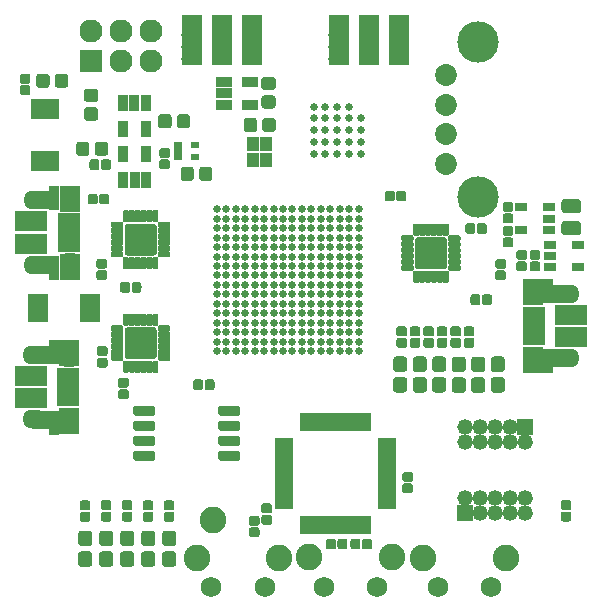
<source format=gts>
G04 #@! TF.GenerationSoftware,KiCad,Pcbnew,(5.1.2-1)-1*
G04 #@! TF.CreationDate,2019-12-03T13:00:22-07:00*
G04 #@! TF.ProjectId,luna_rev0,6c756e61-5f72-4657-9630-2e6b69636164,rev?*
G04 #@! TF.SameCoordinates,Original*
G04 #@! TF.FileFunction,Soldermask,Top*
G04 #@! TF.FilePolarity,Negative*
%FSLAX46Y46*%
G04 Gerber Fmt 4.6, Leading zero omitted, Abs format (unit mm)*
G04 Created by KiCad (PCBNEW (5.1.2-1)-1) date 2019-12-03 13:00:22*
%MOMM*%
%LPD*%
G04 APERTURE LIST*
%ADD10C,2.250000*%
%ADD11C,0.664000*%
%ADD12C,0.100000*%
%ADD13C,0.844000*%
%ADD14R,1.054000X0.804000*%
%ADD15C,1.229000*%
%ADD16C,1.129000*%
%ADD17R,2.254000X1.604000*%
%ADD18R,0.954000X2.079000*%
%ADD19R,1.754000X2.254000*%
%ADD20R,1.904000X0.654000*%
%ADD21O,1.754000X1.354000*%
%ADD22O,1.954000X1.604000*%
%ADD23R,2.754000X1.684000*%
%ADD24C,0.654000*%
%ADD25R,0.904000X1.314000*%
%ADD26R,1.554000X0.504000*%
%ADD27R,0.504000X1.554000*%
%ADD28R,1.954000X1.954000*%
%ADD29O,1.954000X1.954000*%
%ADD30C,0.854000*%
%ADD31R,2.354000X1.654000*%
%ADD32C,1.204000*%
%ADD33R,1.654000X2.354000*%
%ADD34C,1.854000*%
%ADD35C,3.504000*%
%ADD36R,1.320800X1.320800*%
%ADD37C,1.320800*%
%ADD38C,1.016000*%
%ADD39R,1.778000X4.318000*%
%ADD40C,1.754000*%
%ADD41C,2.254000*%
%ADD42R,1.314000X0.904000*%
%ADD43R,0.704000X0.554000*%
%ADD44C,2.704000*%
%ADD45C,0.504000*%
%ADD46R,1.054000X1.154000*%
G04 APERTURE END LIST*
D10*
X108966000Y-109220000D03*
D11*
X109316000Y-82900000D03*
X110116000Y-82900000D03*
X110916000Y-82900000D03*
X111716000Y-82900000D03*
X112516000Y-82900000D03*
X113316000Y-82900000D03*
X114116000Y-82900000D03*
X114916000Y-82900000D03*
X115716000Y-82900000D03*
X116516000Y-82900000D03*
X117316000Y-82900000D03*
X118116000Y-82900000D03*
X118916000Y-82900000D03*
X119716000Y-82900000D03*
X120516000Y-82900000D03*
X121316000Y-82900000D03*
X109316000Y-83700000D03*
X110116000Y-83700000D03*
X110916000Y-83700000D03*
X111716000Y-83700000D03*
X112516000Y-83700000D03*
X113316000Y-83700000D03*
X114116000Y-83700000D03*
X114916000Y-83700000D03*
X115716000Y-83700000D03*
X116516000Y-83700000D03*
X117316000Y-83700000D03*
X118116000Y-83700000D03*
X118916000Y-83700000D03*
X119716000Y-83700000D03*
X120516000Y-83700000D03*
X121316000Y-83700000D03*
X109316000Y-84500000D03*
X110116000Y-84500000D03*
X110916000Y-84500000D03*
X111716000Y-84500000D03*
X112516000Y-84500000D03*
X113316000Y-84500000D03*
X114116000Y-84500000D03*
X114916000Y-84500000D03*
X115716000Y-84500000D03*
X116516000Y-84500000D03*
X117316000Y-84500000D03*
X118116000Y-84500000D03*
X118916000Y-84500000D03*
X119716000Y-84500000D03*
X120516000Y-84500000D03*
X121316000Y-84500000D03*
X109316000Y-85300000D03*
X110116000Y-85300000D03*
X110916000Y-85300000D03*
X111716000Y-85300000D03*
X112516000Y-85300000D03*
X113316000Y-85300000D03*
X114116000Y-85300000D03*
X114916000Y-85300000D03*
X115716000Y-85300000D03*
X116516000Y-85300000D03*
X117316000Y-85300000D03*
X118116000Y-85300000D03*
X118916000Y-85300000D03*
X119716000Y-85300000D03*
X120516000Y-85300000D03*
X121316000Y-85300000D03*
X109316000Y-86100000D03*
X110116000Y-86100000D03*
X110916000Y-86100000D03*
X111716000Y-86100000D03*
X112516000Y-86100000D03*
X113316000Y-86100000D03*
X114116000Y-86100000D03*
X114916000Y-86100000D03*
X115716000Y-86100000D03*
X116516000Y-86100000D03*
X117316000Y-86100000D03*
X118116000Y-86100000D03*
X118916000Y-86100000D03*
X119716000Y-86100000D03*
X120516000Y-86100000D03*
X121316000Y-86100000D03*
X109316000Y-86900000D03*
X110116000Y-86900000D03*
X110916000Y-86900000D03*
X111716000Y-86900000D03*
X112516000Y-86900000D03*
X113316000Y-86900000D03*
X114116000Y-86900000D03*
X114916000Y-86900000D03*
X115716000Y-86900000D03*
X116516000Y-86900000D03*
X117316000Y-86900000D03*
X118116000Y-86900000D03*
X118916000Y-86900000D03*
X119716000Y-86900000D03*
X120516000Y-86900000D03*
X121316000Y-86900000D03*
X109316000Y-87700000D03*
X110116000Y-87700000D03*
X110916000Y-87700000D03*
X111716000Y-87700000D03*
X112516000Y-87700000D03*
X113316000Y-87700000D03*
X114116000Y-87700000D03*
X114916000Y-87700000D03*
X115716000Y-87700000D03*
X116516000Y-87700000D03*
X117316000Y-87700000D03*
X118116000Y-87700000D03*
X118916000Y-87700000D03*
X119716000Y-87700000D03*
X120516000Y-87700000D03*
X121316000Y-87700000D03*
X109316000Y-88500000D03*
X110116000Y-88500000D03*
X110916000Y-88500000D03*
X111716000Y-88500000D03*
X112516000Y-88500000D03*
X113316000Y-88500000D03*
X114116000Y-88500000D03*
X114916000Y-88500000D03*
X115716000Y-88500000D03*
X116516000Y-88500000D03*
X117316000Y-88500000D03*
X118116000Y-88500000D03*
X118916000Y-88500000D03*
X119716000Y-88500000D03*
X120516000Y-88500000D03*
X121316000Y-88500000D03*
X109316000Y-89300000D03*
X110116000Y-89300000D03*
X110916000Y-89300000D03*
X111716000Y-89300000D03*
X112516000Y-89300000D03*
X113316000Y-89300000D03*
X114116000Y-89300000D03*
X114916000Y-89300000D03*
X115716000Y-89300000D03*
X116516000Y-89300000D03*
X117316000Y-89300000D03*
X118116000Y-89300000D03*
X118916000Y-89300000D03*
X119716000Y-89300000D03*
X120516000Y-89300000D03*
X121316000Y-89300000D03*
X109316000Y-90100000D03*
X110116000Y-90100000D03*
X110916000Y-90100000D03*
X111716000Y-90100000D03*
X112516000Y-90100000D03*
X113316000Y-90100000D03*
X114116000Y-90100000D03*
X114916000Y-90100000D03*
X115716000Y-90100000D03*
X116516000Y-90100000D03*
X117316000Y-90100000D03*
X118116000Y-90100000D03*
X118916000Y-90100000D03*
X119716000Y-90100000D03*
X120516000Y-90100000D03*
X121316000Y-90100000D03*
X109316000Y-90900000D03*
X110116000Y-90900000D03*
X110916000Y-90900000D03*
X111716000Y-90900000D03*
X112516000Y-90900000D03*
X113316000Y-90900000D03*
X114116000Y-90900000D03*
X114916000Y-90900000D03*
X115716000Y-90900000D03*
X116516000Y-90900000D03*
X117316000Y-90900000D03*
X118116000Y-90900000D03*
X118916000Y-90900000D03*
X119716000Y-90900000D03*
X120516000Y-90900000D03*
X121316000Y-90900000D03*
X109316000Y-91700000D03*
X110116000Y-91700000D03*
X110916000Y-91700000D03*
X111716000Y-91700000D03*
X112516000Y-91700000D03*
X113316000Y-91700000D03*
X114116000Y-91700000D03*
X114916000Y-91700000D03*
X115716000Y-91700000D03*
X116516000Y-91700000D03*
X117316000Y-91700000D03*
X118116000Y-91700000D03*
X118916000Y-91700000D03*
X119716000Y-91700000D03*
X120516000Y-91700000D03*
X121316000Y-91700000D03*
X109316000Y-92500000D03*
X110116000Y-92500000D03*
X110916000Y-92500000D03*
X111716000Y-92500000D03*
X112516000Y-92500000D03*
X113316000Y-92500000D03*
X114116000Y-92500000D03*
X114916000Y-92500000D03*
X115716000Y-92500000D03*
X116516000Y-92500000D03*
X117316000Y-92500000D03*
X118116000Y-92500000D03*
X118916000Y-92500000D03*
X119716000Y-92500000D03*
X120516000Y-92500000D03*
X121316000Y-92500000D03*
X109316000Y-93300000D03*
X110116000Y-93300000D03*
X110916000Y-93300000D03*
X111716000Y-93300000D03*
X112516000Y-93300000D03*
X113316000Y-93300000D03*
X114116000Y-93300000D03*
X114916000Y-93300000D03*
X115716000Y-93300000D03*
X116516000Y-93300000D03*
X117316000Y-93300000D03*
X118116000Y-93300000D03*
X118916000Y-93300000D03*
X119716000Y-93300000D03*
X120516000Y-93300000D03*
X121316000Y-93300000D03*
X109316000Y-94100000D03*
X110116000Y-94100000D03*
X110916000Y-94100000D03*
X111716000Y-94100000D03*
X112516000Y-94100000D03*
X113316000Y-94100000D03*
X114116000Y-94100000D03*
X114916000Y-94100000D03*
X115716000Y-94100000D03*
X116516000Y-94100000D03*
X117316000Y-94100000D03*
X118116000Y-94100000D03*
X118916000Y-94100000D03*
X119716000Y-94100000D03*
X120516000Y-94100000D03*
X121316000Y-94100000D03*
X109316000Y-94900000D03*
X110116000Y-94900000D03*
X110916000Y-94900000D03*
X111716000Y-94900000D03*
X112516000Y-94900000D03*
X113316000Y-94900000D03*
X114116000Y-94900000D03*
X114916000Y-94900000D03*
X115716000Y-94900000D03*
X116516000Y-94900000D03*
X117316000Y-94900000D03*
X118116000Y-94900000D03*
X118916000Y-94900000D03*
X119716000Y-94900000D03*
X120516000Y-94900000D03*
X121316000Y-94900000D03*
D12*
G36*
X136527682Y-86343016D02*
G01*
X136548164Y-86346054D01*
X136568250Y-86351086D01*
X136587746Y-86358061D01*
X136606465Y-86366915D01*
X136624225Y-86377560D01*
X136640857Y-86389895D01*
X136656200Y-86403800D01*
X136670105Y-86419143D01*
X136682440Y-86435775D01*
X136693085Y-86453535D01*
X136701939Y-86472254D01*
X136708914Y-86491750D01*
X136713946Y-86511836D01*
X136716984Y-86532318D01*
X136718000Y-86553000D01*
X136718000Y-86975000D01*
X136716984Y-86995682D01*
X136713946Y-87016164D01*
X136708914Y-87036250D01*
X136701939Y-87055746D01*
X136693085Y-87074465D01*
X136682440Y-87092225D01*
X136670105Y-87108857D01*
X136656200Y-87124200D01*
X136640857Y-87138105D01*
X136624225Y-87150440D01*
X136606465Y-87161085D01*
X136587746Y-87169939D01*
X136568250Y-87176914D01*
X136548164Y-87181946D01*
X136527682Y-87184984D01*
X136507000Y-87186000D01*
X136035000Y-87186000D01*
X136014318Y-87184984D01*
X135993836Y-87181946D01*
X135973750Y-87176914D01*
X135954254Y-87169939D01*
X135935535Y-87161085D01*
X135917775Y-87150440D01*
X135901143Y-87138105D01*
X135885800Y-87124200D01*
X135871895Y-87108857D01*
X135859560Y-87092225D01*
X135848915Y-87074465D01*
X135840061Y-87055746D01*
X135833086Y-87036250D01*
X135828054Y-87016164D01*
X135825016Y-86995682D01*
X135824000Y-86975000D01*
X135824000Y-86553000D01*
X135825016Y-86532318D01*
X135828054Y-86511836D01*
X135833086Y-86491750D01*
X135840061Y-86472254D01*
X135848915Y-86453535D01*
X135859560Y-86435775D01*
X135871895Y-86419143D01*
X135885800Y-86403800D01*
X135901143Y-86389895D01*
X135917775Y-86377560D01*
X135935535Y-86366915D01*
X135954254Y-86358061D01*
X135973750Y-86351086D01*
X135993836Y-86346054D01*
X136014318Y-86343016D01*
X136035000Y-86342000D01*
X136507000Y-86342000D01*
X136527682Y-86343016D01*
X136527682Y-86343016D01*
G37*
D13*
X136271000Y-86764000D03*
D12*
G36*
X136527682Y-87313016D02*
G01*
X136548164Y-87316054D01*
X136568250Y-87321086D01*
X136587746Y-87328061D01*
X136606465Y-87336915D01*
X136624225Y-87347560D01*
X136640857Y-87359895D01*
X136656200Y-87373800D01*
X136670105Y-87389143D01*
X136682440Y-87405775D01*
X136693085Y-87423535D01*
X136701939Y-87442254D01*
X136708914Y-87461750D01*
X136713946Y-87481836D01*
X136716984Y-87502318D01*
X136718000Y-87523000D01*
X136718000Y-87945000D01*
X136716984Y-87965682D01*
X136713946Y-87986164D01*
X136708914Y-88006250D01*
X136701939Y-88025746D01*
X136693085Y-88044465D01*
X136682440Y-88062225D01*
X136670105Y-88078857D01*
X136656200Y-88094200D01*
X136640857Y-88108105D01*
X136624225Y-88120440D01*
X136606465Y-88131085D01*
X136587746Y-88139939D01*
X136568250Y-88146914D01*
X136548164Y-88151946D01*
X136527682Y-88154984D01*
X136507000Y-88156000D01*
X136035000Y-88156000D01*
X136014318Y-88154984D01*
X135993836Y-88151946D01*
X135973750Y-88146914D01*
X135954254Y-88139939D01*
X135935535Y-88131085D01*
X135917775Y-88120440D01*
X135901143Y-88108105D01*
X135885800Y-88094200D01*
X135871895Y-88078857D01*
X135859560Y-88062225D01*
X135848915Y-88044465D01*
X135840061Y-88025746D01*
X135833086Y-88006250D01*
X135828054Y-87986164D01*
X135825016Y-87965682D01*
X135824000Y-87945000D01*
X135824000Y-87523000D01*
X135825016Y-87502318D01*
X135828054Y-87481836D01*
X135833086Y-87461750D01*
X135840061Y-87442254D01*
X135848915Y-87423535D01*
X135859560Y-87405775D01*
X135871895Y-87389143D01*
X135885800Y-87373800D01*
X135901143Y-87359895D01*
X135917775Y-87347560D01*
X135935535Y-87336915D01*
X135954254Y-87328061D01*
X135973750Y-87321086D01*
X135993836Y-87316054D01*
X136014318Y-87313016D01*
X136035000Y-87312000D01*
X136507000Y-87312000D01*
X136527682Y-87313016D01*
X136527682Y-87313016D01*
G37*
D13*
X136271000Y-87734000D03*
D12*
G36*
X134241682Y-85281016D02*
G01*
X134262164Y-85284054D01*
X134282250Y-85289086D01*
X134301746Y-85296061D01*
X134320465Y-85304915D01*
X134338225Y-85315560D01*
X134354857Y-85327895D01*
X134370200Y-85341800D01*
X134384105Y-85357143D01*
X134396440Y-85373775D01*
X134407085Y-85391535D01*
X134415939Y-85410254D01*
X134422914Y-85429750D01*
X134427946Y-85449836D01*
X134430984Y-85470318D01*
X134432000Y-85491000D01*
X134432000Y-85913000D01*
X134430984Y-85933682D01*
X134427946Y-85954164D01*
X134422914Y-85974250D01*
X134415939Y-85993746D01*
X134407085Y-86012465D01*
X134396440Y-86030225D01*
X134384105Y-86046857D01*
X134370200Y-86062200D01*
X134354857Y-86076105D01*
X134338225Y-86088440D01*
X134320465Y-86099085D01*
X134301746Y-86107939D01*
X134282250Y-86114914D01*
X134262164Y-86119946D01*
X134241682Y-86122984D01*
X134221000Y-86124000D01*
X133749000Y-86124000D01*
X133728318Y-86122984D01*
X133707836Y-86119946D01*
X133687750Y-86114914D01*
X133668254Y-86107939D01*
X133649535Y-86099085D01*
X133631775Y-86088440D01*
X133615143Y-86076105D01*
X133599800Y-86062200D01*
X133585895Y-86046857D01*
X133573560Y-86030225D01*
X133562915Y-86012465D01*
X133554061Y-85993746D01*
X133547086Y-85974250D01*
X133542054Y-85954164D01*
X133539016Y-85933682D01*
X133538000Y-85913000D01*
X133538000Y-85491000D01*
X133539016Y-85470318D01*
X133542054Y-85449836D01*
X133547086Y-85429750D01*
X133554061Y-85410254D01*
X133562915Y-85391535D01*
X133573560Y-85373775D01*
X133585895Y-85357143D01*
X133599800Y-85341800D01*
X133615143Y-85327895D01*
X133631775Y-85315560D01*
X133649535Y-85304915D01*
X133668254Y-85296061D01*
X133687750Y-85289086D01*
X133707836Y-85284054D01*
X133728318Y-85281016D01*
X133749000Y-85280000D01*
X134221000Y-85280000D01*
X134241682Y-85281016D01*
X134241682Y-85281016D01*
G37*
D13*
X133985000Y-85702000D03*
D12*
G36*
X134241682Y-84311016D02*
G01*
X134262164Y-84314054D01*
X134282250Y-84319086D01*
X134301746Y-84326061D01*
X134320465Y-84334915D01*
X134338225Y-84345560D01*
X134354857Y-84357895D01*
X134370200Y-84371800D01*
X134384105Y-84387143D01*
X134396440Y-84403775D01*
X134407085Y-84421535D01*
X134415939Y-84440254D01*
X134422914Y-84459750D01*
X134427946Y-84479836D01*
X134430984Y-84500318D01*
X134432000Y-84521000D01*
X134432000Y-84943000D01*
X134430984Y-84963682D01*
X134427946Y-84984164D01*
X134422914Y-85004250D01*
X134415939Y-85023746D01*
X134407085Y-85042465D01*
X134396440Y-85060225D01*
X134384105Y-85076857D01*
X134370200Y-85092200D01*
X134354857Y-85106105D01*
X134338225Y-85118440D01*
X134320465Y-85129085D01*
X134301746Y-85137939D01*
X134282250Y-85144914D01*
X134262164Y-85149946D01*
X134241682Y-85152984D01*
X134221000Y-85154000D01*
X133749000Y-85154000D01*
X133728318Y-85152984D01*
X133707836Y-85149946D01*
X133687750Y-85144914D01*
X133668254Y-85137939D01*
X133649535Y-85129085D01*
X133631775Y-85118440D01*
X133615143Y-85106105D01*
X133599800Y-85092200D01*
X133585895Y-85076857D01*
X133573560Y-85060225D01*
X133562915Y-85042465D01*
X133554061Y-85023746D01*
X133547086Y-85004250D01*
X133542054Y-84984164D01*
X133539016Y-84963682D01*
X133538000Y-84943000D01*
X133538000Y-84521000D01*
X133539016Y-84500318D01*
X133542054Y-84479836D01*
X133547086Y-84459750D01*
X133554061Y-84440254D01*
X133562915Y-84421535D01*
X133573560Y-84403775D01*
X133585895Y-84387143D01*
X133599800Y-84371800D01*
X133615143Y-84357895D01*
X133631775Y-84345560D01*
X133649535Y-84334915D01*
X133668254Y-84326061D01*
X133687750Y-84319086D01*
X133707836Y-84314054D01*
X133728318Y-84311016D01*
X133749000Y-84310000D01*
X134221000Y-84310000D01*
X134241682Y-84311016D01*
X134241682Y-84311016D01*
G37*
D13*
X133985000Y-84732000D03*
D14*
X139884000Y-85918000D03*
X139884000Y-87818000D03*
X137484000Y-87818000D03*
X137484000Y-86868000D03*
X137484000Y-85918000D03*
X135071000Y-84643000D03*
X135071000Y-82743000D03*
X137471000Y-82743000D03*
X137471000Y-83693000D03*
X137471000Y-84643000D03*
D12*
G36*
X133606682Y-88075016D02*
G01*
X133627164Y-88078054D01*
X133647250Y-88083086D01*
X133666746Y-88090061D01*
X133685465Y-88098915D01*
X133703225Y-88109560D01*
X133719857Y-88121895D01*
X133735200Y-88135800D01*
X133749105Y-88151143D01*
X133761440Y-88167775D01*
X133772085Y-88185535D01*
X133780939Y-88204254D01*
X133787914Y-88223750D01*
X133792946Y-88243836D01*
X133795984Y-88264318D01*
X133797000Y-88285000D01*
X133797000Y-88707000D01*
X133795984Y-88727682D01*
X133792946Y-88748164D01*
X133787914Y-88768250D01*
X133780939Y-88787746D01*
X133772085Y-88806465D01*
X133761440Y-88824225D01*
X133749105Y-88840857D01*
X133735200Y-88856200D01*
X133719857Y-88870105D01*
X133703225Y-88882440D01*
X133685465Y-88893085D01*
X133666746Y-88901939D01*
X133647250Y-88908914D01*
X133627164Y-88913946D01*
X133606682Y-88916984D01*
X133586000Y-88918000D01*
X133114000Y-88918000D01*
X133093318Y-88916984D01*
X133072836Y-88913946D01*
X133052750Y-88908914D01*
X133033254Y-88901939D01*
X133014535Y-88893085D01*
X132996775Y-88882440D01*
X132980143Y-88870105D01*
X132964800Y-88856200D01*
X132950895Y-88840857D01*
X132938560Y-88824225D01*
X132927915Y-88806465D01*
X132919061Y-88787746D01*
X132912086Y-88768250D01*
X132907054Y-88748164D01*
X132904016Y-88727682D01*
X132903000Y-88707000D01*
X132903000Y-88285000D01*
X132904016Y-88264318D01*
X132907054Y-88243836D01*
X132912086Y-88223750D01*
X132919061Y-88204254D01*
X132927915Y-88185535D01*
X132938560Y-88167775D01*
X132950895Y-88151143D01*
X132964800Y-88135800D01*
X132980143Y-88121895D01*
X132996775Y-88109560D01*
X133014535Y-88098915D01*
X133033254Y-88090061D01*
X133052750Y-88083086D01*
X133072836Y-88078054D01*
X133093318Y-88075016D01*
X133114000Y-88074000D01*
X133586000Y-88074000D01*
X133606682Y-88075016D01*
X133606682Y-88075016D01*
G37*
D13*
X133350000Y-88496000D03*
D12*
G36*
X133606682Y-87105016D02*
G01*
X133627164Y-87108054D01*
X133647250Y-87113086D01*
X133666746Y-87120061D01*
X133685465Y-87128915D01*
X133703225Y-87139560D01*
X133719857Y-87151895D01*
X133735200Y-87165800D01*
X133749105Y-87181143D01*
X133761440Y-87197775D01*
X133772085Y-87215535D01*
X133780939Y-87234254D01*
X133787914Y-87253750D01*
X133792946Y-87273836D01*
X133795984Y-87294318D01*
X133797000Y-87315000D01*
X133797000Y-87737000D01*
X133795984Y-87757682D01*
X133792946Y-87778164D01*
X133787914Y-87798250D01*
X133780939Y-87817746D01*
X133772085Y-87836465D01*
X133761440Y-87854225D01*
X133749105Y-87870857D01*
X133735200Y-87886200D01*
X133719857Y-87900105D01*
X133703225Y-87912440D01*
X133685465Y-87923085D01*
X133666746Y-87931939D01*
X133647250Y-87938914D01*
X133627164Y-87943946D01*
X133606682Y-87946984D01*
X133586000Y-87948000D01*
X133114000Y-87948000D01*
X133093318Y-87946984D01*
X133072836Y-87943946D01*
X133052750Y-87938914D01*
X133033254Y-87931939D01*
X133014535Y-87923085D01*
X132996775Y-87912440D01*
X132980143Y-87900105D01*
X132964800Y-87886200D01*
X132950895Y-87870857D01*
X132938560Y-87854225D01*
X132927915Y-87836465D01*
X132919061Y-87817746D01*
X132912086Y-87798250D01*
X132907054Y-87778164D01*
X132904016Y-87757682D01*
X132903000Y-87737000D01*
X132903000Y-87315000D01*
X132904016Y-87294318D01*
X132907054Y-87273836D01*
X132912086Y-87253750D01*
X132919061Y-87234254D01*
X132927915Y-87215535D01*
X132938560Y-87197775D01*
X132950895Y-87181143D01*
X132964800Y-87165800D01*
X132980143Y-87151895D01*
X132996775Y-87139560D01*
X133014535Y-87128915D01*
X133033254Y-87120061D01*
X133052750Y-87113086D01*
X133072836Y-87108054D01*
X133093318Y-87105016D01*
X133114000Y-87104000D01*
X133586000Y-87104000D01*
X133606682Y-87105016D01*
X133606682Y-87105016D01*
G37*
D13*
X133350000Y-87526000D03*
D12*
G36*
X139868866Y-83890479D02*
G01*
X139898692Y-83894904D01*
X139927940Y-83902230D01*
X139956329Y-83912388D01*
X139983587Y-83925280D01*
X140009449Y-83940781D01*
X140033667Y-83958743D01*
X140056009Y-83978991D01*
X140076257Y-84001333D01*
X140094219Y-84025551D01*
X140109720Y-84051413D01*
X140122612Y-84078671D01*
X140132770Y-84107060D01*
X140140096Y-84136308D01*
X140144521Y-84166134D01*
X140146000Y-84196250D01*
X140146000Y-84810750D01*
X140144521Y-84840866D01*
X140140096Y-84870692D01*
X140132770Y-84899940D01*
X140122612Y-84928329D01*
X140109720Y-84955587D01*
X140094219Y-84981449D01*
X140076257Y-85005667D01*
X140056009Y-85028009D01*
X140033667Y-85048257D01*
X140009449Y-85066219D01*
X139983587Y-85081720D01*
X139956329Y-85094612D01*
X139927940Y-85104770D01*
X139898692Y-85112096D01*
X139868866Y-85116521D01*
X139838750Y-85118000D01*
X138799250Y-85118000D01*
X138769134Y-85116521D01*
X138739308Y-85112096D01*
X138710060Y-85104770D01*
X138681671Y-85094612D01*
X138654413Y-85081720D01*
X138628551Y-85066219D01*
X138604333Y-85048257D01*
X138581991Y-85028009D01*
X138561743Y-85005667D01*
X138543781Y-84981449D01*
X138528280Y-84955587D01*
X138515388Y-84928329D01*
X138505230Y-84899940D01*
X138497904Y-84870692D01*
X138493479Y-84840866D01*
X138492000Y-84810750D01*
X138492000Y-84196250D01*
X138493479Y-84166134D01*
X138497904Y-84136308D01*
X138505230Y-84107060D01*
X138515388Y-84078671D01*
X138528280Y-84051413D01*
X138543781Y-84025551D01*
X138561743Y-84001333D01*
X138581991Y-83978991D01*
X138604333Y-83958743D01*
X138628551Y-83940781D01*
X138654413Y-83925280D01*
X138681671Y-83912388D01*
X138710060Y-83902230D01*
X138739308Y-83894904D01*
X138769134Y-83890479D01*
X138799250Y-83889000D01*
X139838750Y-83889000D01*
X139868866Y-83890479D01*
X139868866Y-83890479D01*
G37*
D15*
X139319000Y-84503500D03*
D12*
G36*
X139868866Y-82015479D02*
G01*
X139898692Y-82019904D01*
X139927940Y-82027230D01*
X139956329Y-82037388D01*
X139983587Y-82050280D01*
X140009449Y-82065781D01*
X140033667Y-82083743D01*
X140056009Y-82103991D01*
X140076257Y-82126333D01*
X140094219Y-82150551D01*
X140109720Y-82176413D01*
X140122612Y-82203671D01*
X140132770Y-82232060D01*
X140140096Y-82261308D01*
X140144521Y-82291134D01*
X140146000Y-82321250D01*
X140146000Y-82935750D01*
X140144521Y-82965866D01*
X140140096Y-82995692D01*
X140132770Y-83024940D01*
X140122612Y-83053329D01*
X140109720Y-83080587D01*
X140094219Y-83106449D01*
X140076257Y-83130667D01*
X140056009Y-83153009D01*
X140033667Y-83173257D01*
X140009449Y-83191219D01*
X139983587Y-83206720D01*
X139956329Y-83219612D01*
X139927940Y-83229770D01*
X139898692Y-83237096D01*
X139868866Y-83241521D01*
X139838750Y-83243000D01*
X138799250Y-83243000D01*
X138769134Y-83241521D01*
X138739308Y-83237096D01*
X138710060Y-83229770D01*
X138681671Y-83219612D01*
X138654413Y-83206720D01*
X138628551Y-83191219D01*
X138604333Y-83173257D01*
X138581991Y-83153009D01*
X138561743Y-83130667D01*
X138543781Y-83106449D01*
X138528280Y-83080587D01*
X138515388Y-83053329D01*
X138505230Y-83024940D01*
X138497904Y-82995692D01*
X138493479Y-82965866D01*
X138492000Y-82935750D01*
X138492000Y-82321250D01*
X138493479Y-82291134D01*
X138497904Y-82261308D01*
X138505230Y-82232060D01*
X138515388Y-82203671D01*
X138528280Y-82176413D01*
X138543781Y-82150551D01*
X138561743Y-82126333D01*
X138581991Y-82103991D01*
X138604333Y-82083743D01*
X138628551Y-82065781D01*
X138654413Y-82050280D01*
X138681671Y-82037388D01*
X138710060Y-82027230D01*
X138739308Y-82019904D01*
X138769134Y-82015479D01*
X138799250Y-82014000D01*
X139838750Y-82014000D01*
X139868866Y-82015479D01*
X139868866Y-82015479D01*
G37*
D15*
X139319000Y-82628500D03*
D12*
G36*
X96474415Y-71408359D02*
G01*
X96501814Y-71412423D01*
X96528683Y-71419154D01*
X96554762Y-71428485D01*
X96579802Y-71440328D01*
X96603560Y-71454568D01*
X96625808Y-71471068D01*
X96646331Y-71489669D01*
X96664932Y-71510192D01*
X96681432Y-71532440D01*
X96695672Y-71556198D01*
X96707515Y-71581238D01*
X96716846Y-71607317D01*
X96723577Y-71634186D01*
X96727641Y-71661585D01*
X96729000Y-71689250D01*
X96729000Y-72328750D01*
X96727641Y-72356415D01*
X96723577Y-72383814D01*
X96716846Y-72410683D01*
X96707515Y-72436762D01*
X96695672Y-72461802D01*
X96681432Y-72485560D01*
X96664932Y-72507808D01*
X96646331Y-72528331D01*
X96625808Y-72546932D01*
X96603560Y-72563432D01*
X96579802Y-72577672D01*
X96554762Y-72589515D01*
X96528683Y-72598846D01*
X96501814Y-72605577D01*
X96474415Y-72609641D01*
X96446750Y-72611000D01*
X95882250Y-72611000D01*
X95854585Y-72609641D01*
X95827186Y-72605577D01*
X95800317Y-72598846D01*
X95774238Y-72589515D01*
X95749198Y-72577672D01*
X95725440Y-72563432D01*
X95703192Y-72546932D01*
X95682669Y-72528331D01*
X95664068Y-72507808D01*
X95647568Y-72485560D01*
X95633328Y-72461802D01*
X95621485Y-72436762D01*
X95612154Y-72410683D01*
X95605423Y-72383814D01*
X95601359Y-72356415D01*
X95600000Y-72328750D01*
X95600000Y-71689250D01*
X95601359Y-71661585D01*
X95605423Y-71634186D01*
X95612154Y-71607317D01*
X95621485Y-71581238D01*
X95633328Y-71556198D01*
X95647568Y-71532440D01*
X95664068Y-71510192D01*
X95682669Y-71489669D01*
X95703192Y-71471068D01*
X95725440Y-71454568D01*
X95749198Y-71440328D01*
X95774238Y-71428485D01*
X95800317Y-71419154D01*
X95827186Y-71412423D01*
X95854585Y-71408359D01*
X95882250Y-71407000D01*
X96446750Y-71407000D01*
X96474415Y-71408359D01*
X96474415Y-71408359D01*
G37*
D16*
X96164500Y-72009000D03*
D12*
G36*
X94899415Y-71408359D02*
G01*
X94926814Y-71412423D01*
X94953683Y-71419154D01*
X94979762Y-71428485D01*
X95004802Y-71440328D01*
X95028560Y-71454568D01*
X95050808Y-71471068D01*
X95071331Y-71489669D01*
X95089932Y-71510192D01*
X95106432Y-71532440D01*
X95120672Y-71556198D01*
X95132515Y-71581238D01*
X95141846Y-71607317D01*
X95148577Y-71634186D01*
X95152641Y-71661585D01*
X95154000Y-71689250D01*
X95154000Y-72328750D01*
X95152641Y-72356415D01*
X95148577Y-72383814D01*
X95141846Y-72410683D01*
X95132515Y-72436762D01*
X95120672Y-72461802D01*
X95106432Y-72485560D01*
X95089932Y-72507808D01*
X95071331Y-72528331D01*
X95050808Y-72546932D01*
X95028560Y-72563432D01*
X95004802Y-72577672D01*
X94979762Y-72589515D01*
X94953683Y-72598846D01*
X94926814Y-72605577D01*
X94899415Y-72609641D01*
X94871750Y-72611000D01*
X94307250Y-72611000D01*
X94279585Y-72609641D01*
X94252186Y-72605577D01*
X94225317Y-72598846D01*
X94199238Y-72589515D01*
X94174198Y-72577672D01*
X94150440Y-72563432D01*
X94128192Y-72546932D01*
X94107669Y-72528331D01*
X94089068Y-72507808D01*
X94072568Y-72485560D01*
X94058328Y-72461802D01*
X94046485Y-72436762D01*
X94037154Y-72410683D01*
X94030423Y-72383814D01*
X94026359Y-72356415D01*
X94025000Y-72328750D01*
X94025000Y-71689250D01*
X94026359Y-71661585D01*
X94030423Y-71634186D01*
X94037154Y-71607317D01*
X94046485Y-71581238D01*
X94058328Y-71556198D01*
X94072568Y-71532440D01*
X94089068Y-71510192D01*
X94107669Y-71489669D01*
X94128192Y-71471068D01*
X94150440Y-71454568D01*
X94174198Y-71440328D01*
X94199238Y-71428485D01*
X94225317Y-71419154D01*
X94252186Y-71412423D01*
X94279585Y-71408359D01*
X94307250Y-71407000D01*
X94871750Y-71407000D01*
X94899415Y-71408359D01*
X94899415Y-71408359D01*
G37*
D16*
X94589500Y-72009000D03*
D17*
X138130500Y-90031000D03*
X138130500Y-95511000D03*
D18*
X137380500Y-95731000D03*
X137380500Y-89781000D03*
D19*
X136080500Y-95631000D03*
X136060500Y-89881000D03*
D20*
X136180500Y-94081000D03*
X136180500Y-93431000D03*
X136180500Y-92781000D03*
X136180500Y-92131000D03*
X136180500Y-91481000D03*
D21*
X136060500Y-95201000D03*
X136060500Y-90361000D03*
D22*
X139060500Y-95511000D03*
X139060500Y-90051000D03*
D23*
X139330500Y-93741000D03*
X139330500Y-91821000D03*
X93611000Y-85834500D03*
X93611000Y-83914500D03*
D22*
X93881000Y-87604500D03*
X93881000Y-82144500D03*
D21*
X96881000Y-87294500D03*
X96881000Y-82454500D03*
D20*
X96761000Y-86174500D03*
X96761000Y-85524500D03*
X96761000Y-84874500D03*
X96761000Y-84224500D03*
X96761000Y-83574500D03*
D19*
X96881000Y-87774500D03*
X96861000Y-82024500D03*
D18*
X95561000Y-87874500D03*
X95561000Y-81924500D03*
D17*
X94811000Y-82144500D03*
X94811000Y-87624500D03*
X94747500Y-100705500D03*
X94747500Y-95225500D03*
D18*
X95497500Y-95005500D03*
X95497500Y-100955500D03*
D19*
X96797500Y-95105500D03*
X96817500Y-100855500D03*
D20*
X96697500Y-96655500D03*
X96697500Y-97305500D03*
X96697500Y-97955500D03*
X96697500Y-98605500D03*
X96697500Y-99255500D03*
D21*
X96817500Y-95535500D03*
X96817500Y-100375500D03*
D22*
X93817500Y-95225500D03*
X93817500Y-100685500D03*
D23*
X93547500Y-96995500D03*
X93547500Y-98915500D03*
D24*
X120507000Y-74200000D03*
X119507000Y-74200000D03*
X118507000Y-74200000D03*
X117507000Y-74200000D03*
X121507000Y-75200000D03*
X120507000Y-75200000D03*
X119507000Y-75200000D03*
X118507000Y-75200000D03*
X117507000Y-75200000D03*
X121507000Y-76200000D03*
X120507000Y-76200000D03*
X119507000Y-76200000D03*
X118507000Y-76200000D03*
X117507000Y-76200000D03*
X121507000Y-77200000D03*
X120507000Y-77200000D03*
X119507000Y-77200000D03*
X118507000Y-77200000D03*
X117507000Y-77200000D03*
X121507000Y-78200000D03*
X120507000Y-78200000D03*
X119507000Y-78200000D03*
X118507000Y-78200000D03*
X117507000Y-78200000D03*
D25*
X101396800Y-78232000D03*
X103296800Y-78232000D03*
X103296800Y-80432000D03*
X102346800Y-80432000D03*
X101396800Y-80432000D03*
D12*
G36*
X105158682Y-78679416D02*
G01*
X105179164Y-78682454D01*
X105199250Y-78687486D01*
X105218746Y-78694461D01*
X105237465Y-78703315D01*
X105255225Y-78713960D01*
X105271857Y-78726295D01*
X105287200Y-78740200D01*
X105301105Y-78755543D01*
X105313440Y-78772175D01*
X105324085Y-78789935D01*
X105332939Y-78808654D01*
X105339914Y-78828150D01*
X105344946Y-78848236D01*
X105347984Y-78868718D01*
X105349000Y-78889400D01*
X105349000Y-79311400D01*
X105347984Y-79332082D01*
X105344946Y-79352564D01*
X105339914Y-79372650D01*
X105332939Y-79392146D01*
X105324085Y-79410865D01*
X105313440Y-79428625D01*
X105301105Y-79445257D01*
X105287200Y-79460600D01*
X105271857Y-79474505D01*
X105255225Y-79486840D01*
X105237465Y-79497485D01*
X105218746Y-79506339D01*
X105199250Y-79513314D01*
X105179164Y-79518346D01*
X105158682Y-79521384D01*
X105138000Y-79522400D01*
X104666000Y-79522400D01*
X104645318Y-79521384D01*
X104624836Y-79518346D01*
X104604750Y-79513314D01*
X104585254Y-79506339D01*
X104566535Y-79497485D01*
X104548775Y-79486840D01*
X104532143Y-79474505D01*
X104516800Y-79460600D01*
X104502895Y-79445257D01*
X104490560Y-79428625D01*
X104479915Y-79410865D01*
X104471061Y-79392146D01*
X104464086Y-79372650D01*
X104459054Y-79352564D01*
X104456016Y-79332082D01*
X104455000Y-79311400D01*
X104455000Y-78889400D01*
X104456016Y-78868718D01*
X104459054Y-78848236D01*
X104464086Y-78828150D01*
X104471061Y-78808654D01*
X104479915Y-78789935D01*
X104490560Y-78772175D01*
X104502895Y-78755543D01*
X104516800Y-78740200D01*
X104532143Y-78726295D01*
X104548775Y-78713960D01*
X104566535Y-78703315D01*
X104585254Y-78694461D01*
X104604750Y-78687486D01*
X104624836Y-78682454D01*
X104645318Y-78679416D01*
X104666000Y-78678400D01*
X105138000Y-78678400D01*
X105158682Y-78679416D01*
X105158682Y-78679416D01*
G37*
D13*
X104902000Y-79100400D03*
D12*
G36*
X105158682Y-77709416D02*
G01*
X105179164Y-77712454D01*
X105199250Y-77717486D01*
X105218746Y-77724461D01*
X105237465Y-77733315D01*
X105255225Y-77743960D01*
X105271857Y-77756295D01*
X105287200Y-77770200D01*
X105301105Y-77785543D01*
X105313440Y-77802175D01*
X105324085Y-77819935D01*
X105332939Y-77838654D01*
X105339914Y-77858150D01*
X105344946Y-77878236D01*
X105347984Y-77898718D01*
X105349000Y-77919400D01*
X105349000Y-78341400D01*
X105347984Y-78362082D01*
X105344946Y-78382564D01*
X105339914Y-78402650D01*
X105332939Y-78422146D01*
X105324085Y-78440865D01*
X105313440Y-78458625D01*
X105301105Y-78475257D01*
X105287200Y-78490600D01*
X105271857Y-78504505D01*
X105255225Y-78516840D01*
X105237465Y-78527485D01*
X105218746Y-78536339D01*
X105199250Y-78543314D01*
X105179164Y-78548346D01*
X105158682Y-78551384D01*
X105138000Y-78552400D01*
X104666000Y-78552400D01*
X104645318Y-78551384D01*
X104624836Y-78548346D01*
X104604750Y-78543314D01*
X104585254Y-78536339D01*
X104566535Y-78527485D01*
X104548775Y-78516840D01*
X104532143Y-78504505D01*
X104516800Y-78490600D01*
X104502895Y-78475257D01*
X104490560Y-78458625D01*
X104479915Y-78440865D01*
X104471061Y-78422146D01*
X104464086Y-78402650D01*
X104459054Y-78382564D01*
X104456016Y-78362082D01*
X104455000Y-78341400D01*
X104455000Y-77919400D01*
X104456016Y-77898718D01*
X104459054Y-77878236D01*
X104464086Y-77858150D01*
X104471061Y-77838654D01*
X104479915Y-77819935D01*
X104490560Y-77802175D01*
X104502895Y-77785543D01*
X104516800Y-77770200D01*
X104532143Y-77756295D01*
X104548775Y-77743960D01*
X104566535Y-77733315D01*
X104585254Y-77724461D01*
X104604750Y-77717486D01*
X104624836Y-77712454D01*
X104645318Y-77709416D01*
X104666000Y-77708400D01*
X105138000Y-77708400D01*
X105158682Y-77709416D01*
X105158682Y-77709416D01*
G37*
D13*
X104902000Y-78130400D03*
D12*
G36*
X98277615Y-77174159D02*
G01*
X98305014Y-77178223D01*
X98331883Y-77184954D01*
X98357962Y-77194285D01*
X98383002Y-77206128D01*
X98406760Y-77220368D01*
X98429008Y-77236868D01*
X98449531Y-77255469D01*
X98468132Y-77275992D01*
X98484632Y-77298240D01*
X98498872Y-77321998D01*
X98510715Y-77347038D01*
X98520046Y-77373117D01*
X98526777Y-77399986D01*
X98530841Y-77427385D01*
X98532200Y-77455050D01*
X98532200Y-78094550D01*
X98530841Y-78122215D01*
X98526777Y-78149614D01*
X98520046Y-78176483D01*
X98510715Y-78202562D01*
X98498872Y-78227602D01*
X98484632Y-78251360D01*
X98468132Y-78273608D01*
X98449531Y-78294131D01*
X98429008Y-78312732D01*
X98406760Y-78329232D01*
X98383002Y-78343472D01*
X98357962Y-78355315D01*
X98331883Y-78364646D01*
X98305014Y-78371377D01*
X98277615Y-78375441D01*
X98249950Y-78376800D01*
X97685450Y-78376800D01*
X97657785Y-78375441D01*
X97630386Y-78371377D01*
X97603517Y-78364646D01*
X97577438Y-78355315D01*
X97552398Y-78343472D01*
X97528640Y-78329232D01*
X97506392Y-78312732D01*
X97485869Y-78294131D01*
X97467268Y-78273608D01*
X97450768Y-78251360D01*
X97436528Y-78227602D01*
X97424685Y-78202562D01*
X97415354Y-78176483D01*
X97408623Y-78149614D01*
X97404559Y-78122215D01*
X97403200Y-78094550D01*
X97403200Y-77455050D01*
X97404559Y-77427385D01*
X97408623Y-77399986D01*
X97415354Y-77373117D01*
X97424685Y-77347038D01*
X97436528Y-77321998D01*
X97450768Y-77298240D01*
X97467268Y-77275992D01*
X97485869Y-77255469D01*
X97506392Y-77236868D01*
X97528640Y-77220368D01*
X97552398Y-77206128D01*
X97577438Y-77194285D01*
X97603517Y-77184954D01*
X97630386Y-77178223D01*
X97657785Y-77174159D01*
X97685450Y-77172800D01*
X98249950Y-77172800D01*
X98277615Y-77174159D01*
X98277615Y-77174159D01*
G37*
D16*
X97967700Y-77774800D03*
D12*
G36*
X99852615Y-77174159D02*
G01*
X99880014Y-77178223D01*
X99906883Y-77184954D01*
X99932962Y-77194285D01*
X99958002Y-77206128D01*
X99981760Y-77220368D01*
X100004008Y-77236868D01*
X100024531Y-77255469D01*
X100043132Y-77275992D01*
X100059632Y-77298240D01*
X100073872Y-77321998D01*
X100085715Y-77347038D01*
X100095046Y-77373117D01*
X100101777Y-77399986D01*
X100105841Y-77427385D01*
X100107200Y-77455050D01*
X100107200Y-78094550D01*
X100105841Y-78122215D01*
X100101777Y-78149614D01*
X100095046Y-78176483D01*
X100085715Y-78202562D01*
X100073872Y-78227602D01*
X100059632Y-78251360D01*
X100043132Y-78273608D01*
X100024531Y-78294131D01*
X100004008Y-78312732D01*
X99981760Y-78329232D01*
X99958002Y-78343472D01*
X99932962Y-78355315D01*
X99906883Y-78364646D01*
X99880014Y-78371377D01*
X99852615Y-78375441D01*
X99824950Y-78376800D01*
X99260450Y-78376800D01*
X99232785Y-78375441D01*
X99205386Y-78371377D01*
X99178517Y-78364646D01*
X99152438Y-78355315D01*
X99127398Y-78343472D01*
X99103640Y-78329232D01*
X99081392Y-78312732D01*
X99060869Y-78294131D01*
X99042268Y-78273608D01*
X99025768Y-78251360D01*
X99011528Y-78227602D01*
X98999685Y-78202562D01*
X98990354Y-78176483D01*
X98983623Y-78149614D01*
X98979559Y-78122215D01*
X98978200Y-78094550D01*
X98978200Y-77455050D01*
X98979559Y-77427385D01*
X98983623Y-77399986D01*
X98990354Y-77373117D01*
X98999685Y-77347038D01*
X99011528Y-77321998D01*
X99025768Y-77298240D01*
X99042268Y-77275992D01*
X99060869Y-77255469D01*
X99081392Y-77236868D01*
X99103640Y-77220368D01*
X99127398Y-77206128D01*
X99152438Y-77194285D01*
X99178517Y-77184954D01*
X99205386Y-77178223D01*
X99232785Y-77174159D01*
X99260450Y-77172800D01*
X99824950Y-77172800D01*
X99852615Y-77174159D01*
X99852615Y-77174159D01*
G37*
D16*
X99542700Y-77774800D03*
D12*
G36*
X119213182Y-110806016D02*
G01*
X119233664Y-110809054D01*
X119253750Y-110814086D01*
X119273246Y-110821061D01*
X119291965Y-110829915D01*
X119309725Y-110840560D01*
X119326357Y-110852895D01*
X119341700Y-110866800D01*
X119355605Y-110882143D01*
X119367940Y-110898775D01*
X119378585Y-110916535D01*
X119387439Y-110935254D01*
X119394414Y-110954750D01*
X119399446Y-110974836D01*
X119402484Y-110995318D01*
X119403500Y-111016000D01*
X119403500Y-111488000D01*
X119402484Y-111508682D01*
X119399446Y-111529164D01*
X119394414Y-111549250D01*
X119387439Y-111568746D01*
X119378585Y-111587465D01*
X119367940Y-111605225D01*
X119355605Y-111621857D01*
X119341700Y-111637200D01*
X119326357Y-111651105D01*
X119309725Y-111663440D01*
X119291965Y-111674085D01*
X119273246Y-111682939D01*
X119253750Y-111689914D01*
X119233664Y-111694946D01*
X119213182Y-111697984D01*
X119192500Y-111699000D01*
X118770500Y-111699000D01*
X118749818Y-111697984D01*
X118729336Y-111694946D01*
X118709250Y-111689914D01*
X118689754Y-111682939D01*
X118671035Y-111674085D01*
X118653275Y-111663440D01*
X118636643Y-111651105D01*
X118621300Y-111637200D01*
X118607395Y-111621857D01*
X118595060Y-111605225D01*
X118584415Y-111587465D01*
X118575561Y-111568746D01*
X118568586Y-111549250D01*
X118563554Y-111529164D01*
X118560516Y-111508682D01*
X118559500Y-111488000D01*
X118559500Y-111016000D01*
X118560516Y-110995318D01*
X118563554Y-110974836D01*
X118568586Y-110954750D01*
X118575561Y-110935254D01*
X118584415Y-110916535D01*
X118595060Y-110898775D01*
X118607395Y-110882143D01*
X118621300Y-110866800D01*
X118636643Y-110852895D01*
X118653275Y-110840560D01*
X118671035Y-110829915D01*
X118689754Y-110821061D01*
X118709250Y-110814086D01*
X118729336Y-110809054D01*
X118749818Y-110806016D01*
X118770500Y-110805000D01*
X119192500Y-110805000D01*
X119213182Y-110806016D01*
X119213182Y-110806016D01*
G37*
D13*
X118981500Y-111252000D03*
D12*
G36*
X120183182Y-110806016D02*
G01*
X120203664Y-110809054D01*
X120223750Y-110814086D01*
X120243246Y-110821061D01*
X120261965Y-110829915D01*
X120279725Y-110840560D01*
X120296357Y-110852895D01*
X120311700Y-110866800D01*
X120325605Y-110882143D01*
X120337940Y-110898775D01*
X120348585Y-110916535D01*
X120357439Y-110935254D01*
X120364414Y-110954750D01*
X120369446Y-110974836D01*
X120372484Y-110995318D01*
X120373500Y-111016000D01*
X120373500Y-111488000D01*
X120372484Y-111508682D01*
X120369446Y-111529164D01*
X120364414Y-111549250D01*
X120357439Y-111568746D01*
X120348585Y-111587465D01*
X120337940Y-111605225D01*
X120325605Y-111621857D01*
X120311700Y-111637200D01*
X120296357Y-111651105D01*
X120279725Y-111663440D01*
X120261965Y-111674085D01*
X120243246Y-111682939D01*
X120223750Y-111689914D01*
X120203664Y-111694946D01*
X120183182Y-111697984D01*
X120162500Y-111699000D01*
X119740500Y-111699000D01*
X119719818Y-111697984D01*
X119699336Y-111694946D01*
X119679250Y-111689914D01*
X119659754Y-111682939D01*
X119641035Y-111674085D01*
X119623275Y-111663440D01*
X119606643Y-111651105D01*
X119591300Y-111637200D01*
X119577395Y-111621857D01*
X119565060Y-111605225D01*
X119554415Y-111587465D01*
X119545561Y-111568746D01*
X119538586Y-111549250D01*
X119533554Y-111529164D01*
X119530516Y-111508682D01*
X119529500Y-111488000D01*
X119529500Y-111016000D01*
X119530516Y-110995318D01*
X119533554Y-110974836D01*
X119538586Y-110954750D01*
X119545561Y-110935254D01*
X119554415Y-110916535D01*
X119565060Y-110898775D01*
X119577395Y-110882143D01*
X119591300Y-110866800D01*
X119606643Y-110852895D01*
X119623275Y-110840560D01*
X119641035Y-110829915D01*
X119659754Y-110821061D01*
X119679250Y-110814086D01*
X119699336Y-110809054D01*
X119719818Y-110806016D01*
X119740500Y-110805000D01*
X120162500Y-110805000D01*
X120183182Y-110806016D01*
X120183182Y-110806016D01*
G37*
D13*
X119951500Y-111252000D03*
D26*
X123730000Y-108033000D03*
X123730000Y-107533000D03*
X123730000Y-107033000D03*
X123730000Y-106533000D03*
X123730000Y-106033000D03*
X123730000Y-105533000D03*
X123730000Y-105033000D03*
X123730000Y-104533000D03*
X123730000Y-104033000D03*
X123730000Y-103533000D03*
X123730000Y-103033000D03*
X123730000Y-102533000D03*
D27*
X122130000Y-100933000D03*
X121630000Y-100933000D03*
X121130000Y-100933000D03*
X120630000Y-100933000D03*
X120130000Y-100933000D03*
X119630000Y-100933000D03*
X119130000Y-100933000D03*
X118630000Y-100933000D03*
X118130000Y-100933000D03*
X117630000Y-100933000D03*
X117130000Y-100933000D03*
X116630000Y-100933000D03*
D26*
X115030000Y-102533000D03*
X115030000Y-103033000D03*
X115030000Y-103533000D03*
X115030000Y-104033000D03*
X115030000Y-104533000D03*
X115030000Y-105033000D03*
X115030000Y-105533000D03*
X115030000Y-106033000D03*
X115030000Y-106533000D03*
X115030000Y-107033000D03*
X115030000Y-107533000D03*
X115030000Y-108033000D03*
D27*
X116630000Y-109633000D03*
X117130000Y-109633000D03*
X117630000Y-109633000D03*
X118130000Y-109633000D03*
X118630000Y-109633000D03*
X119130000Y-109633000D03*
X119630000Y-109633000D03*
X120130000Y-109633000D03*
X120630000Y-109633000D03*
X121130000Y-109633000D03*
X121630000Y-109633000D03*
X122130000Y-109633000D03*
D12*
G36*
X126367682Y-92820016D02*
G01*
X126388164Y-92823054D01*
X126408250Y-92828086D01*
X126427746Y-92835061D01*
X126446465Y-92843915D01*
X126464225Y-92854560D01*
X126480857Y-92866895D01*
X126496200Y-92880800D01*
X126510105Y-92896143D01*
X126522440Y-92912775D01*
X126533085Y-92930535D01*
X126541939Y-92949254D01*
X126548914Y-92968750D01*
X126553946Y-92988836D01*
X126556984Y-93009318D01*
X126558000Y-93030000D01*
X126558000Y-93452000D01*
X126556984Y-93472682D01*
X126553946Y-93493164D01*
X126548914Y-93513250D01*
X126541939Y-93532746D01*
X126533085Y-93551465D01*
X126522440Y-93569225D01*
X126510105Y-93585857D01*
X126496200Y-93601200D01*
X126480857Y-93615105D01*
X126464225Y-93627440D01*
X126446465Y-93638085D01*
X126427746Y-93646939D01*
X126408250Y-93653914D01*
X126388164Y-93658946D01*
X126367682Y-93661984D01*
X126347000Y-93663000D01*
X125875000Y-93663000D01*
X125854318Y-93661984D01*
X125833836Y-93658946D01*
X125813750Y-93653914D01*
X125794254Y-93646939D01*
X125775535Y-93638085D01*
X125757775Y-93627440D01*
X125741143Y-93615105D01*
X125725800Y-93601200D01*
X125711895Y-93585857D01*
X125699560Y-93569225D01*
X125688915Y-93551465D01*
X125680061Y-93532746D01*
X125673086Y-93513250D01*
X125668054Y-93493164D01*
X125665016Y-93472682D01*
X125664000Y-93452000D01*
X125664000Y-93030000D01*
X125665016Y-93009318D01*
X125668054Y-92988836D01*
X125673086Y-92968750D01*
X125680061Y-92949254D01*
X125688915Y-92930535D01*
X125699560Y-92912775D01*
X125711895Y-92896143D01*
X125725800Y-92880800D01*
X125741143Y-92866895D01*
X125757775Y-92854560D01*
X125775535Y-92843915D01*
X125794254Y-92835061D01*
X125813750Y-92828086D01*
X125833836Y-92823054D01*
X125854318Y-92820016D01*
X125875000Y-92819000D01*
X126347000Y-92819000D01*
X126367682Y-92820016D01*
X126367682Y-92820016D01*
G37*
D13*
X126111000Y-93241000D03*
D12*
G36*
X126367682Y-93790016D02*
G01*
X126388164Y-93793054D01*
X126408250Y-93798086D01*
X126427746Y-93805061D01*
X126446465Y-93813915D01*
X126464225Y-93824560D01*
X126480857Y-93836895D01*
X126496200Y-93850800D01*
X126510105Y-93866143D01*
X126522440Y-93882775D01*
X126533085Y-93900535D01*
X126541939Y-93919254D01*
X126548914Y-93938750D01*
X126553946Y-93958836D01*
X126556984Y-93979318D01*
X126558000Y-94000000D01*
X126558000Y-94422000D01*
X126556984Y-94442682D01*
X126553946Y-94463164D01*
X126548914Y-94483250D01*
X126541939Y-94502746D01*
X126533085Y-94521465D01*
X126522440Y-94539225D01*
X126510105Y-94555857D01*
X126496200Y-94571200D01*
X126480857Y-94585105D01*
X126464225Y-94597440D01*
X126446465Y-94608085D01*
X126427746Y-94616939D01*
X126408250Y-94623914D01*
X126388164Y-94628946D01*
X126367682Y-94631984D01*
X126347000Y-94633000D01*
X125875000Y-94633000D01*
X125854318Y-94631984D01*
X125833836Y-94628946D01*
X125813750Y-94623914D01*
X125794254Y-94616939D01*
X125775535Y-94608085D01*
X125757775Y-94597440D01*
X125741143Y-94585105D01*
X125725800Y-94571200D01*
X125711895Y-94555857D01*
X125699560Y-94539225D01*
X125688915Y-94521465D01*
X125680061Y-94502746D01*
X125673086Y-94483250D01*
X125668054Y-94463164D01*
X125665016Y-94442682D01*
X125664000Y-94422000D01*
X125664000Y-94000000D01*
X125665016Y-93979318D01*
X125668054Y-93958836D01*
X125673086Y-93938750D01*
X125680061Y-93919254D01*
X125688915Y-93900535D01*
X125699560Y-93882775D01*
X125711895Y-93866143D01*
X125725800Y-93850800D01*
X125741143Y-93836895D01*
X125757775Y-93824560D01*
X125775535Y-93813915D01*
X125794254Y-93805061D01*
X125813750Y-93798086D01*
X125833836Y-93793054D01*
X125854318Y-93790016D01*
X125875000Y-93789000D01*
X126347000Y-93789000D01*
X126367682Y-93790016D01*
X126367682Y-93790016D01*
G37*
D13*
X126111000Y-94211000D03*
D28*
X98679000Y-70358000D03*
D29*
X98679000Y-67818000D03*
X101219000Y-70358000D03*
X101219000Y-67818000D03*
X103759000Y-70358000D03*
X103759000Y-67818000D03*
D12*
G36*
X103897427Y-99523028D02*
G01*
X103918152Y-99526102D01*
X103938476Y-99531193D01*
X103958203Y-99538252D01*
X103977143Y-99547210D01*
X103995114Y-99557981D01*
X104011943Y-99570462D01*
X104027467Y-99584533D01*
X104041538Y-99600057D01*
X104054019Y-99616886D01*
X104064790Y-99634857D01*
X104073748Y-99653797D01*
X104080807Y-99673524D01*
X104085898Y-99693848D01*
X104088972Y-99714573D01*
X104090000Y-99735500D01*
X104090000Y-100162500D01*
X104088972Y-100183427D01*
X104085898Y-100204152D01*
X104080807Y-100224476D01*
X104073748Y-100244203D01*
X104064790Y-100263143D01*
X104054019Y-100281114D01*
X104041538Y-100297943D01*
X104027467Y-100313467D01*
X104011943Y-100327538D01*
X103995114Y-100340019D01*
X103977143Y-100350790D01*
X103958203Y-100359748D01*
X103938476Y-100366807D01*
X103918152Y-100371898D01*
X103897427Y-100374972D01*
X103876500Y-100376000D01*
X102449500Y-100376000D01*
X102428573Y-100374972D01*
X102407848Y-100371898D01*
X102387524Y-100366807D01*
X102367797Y-100359748D01*
X102348857Y-100350790D01*
X102330886Y-100340019D01*
X102314057Y-100327538D01*
X102298533Y-100313467D01*
X102284462Y-100297943D01*
X102271981Y-100281114D01*
X102261210Y-100263143D01*
X102252252Y-100244203D01*
X102245193Y-100224476D01*
X102240102Y-100204152D01*
X102237028Y-100183427D01*
X102236000Y-100162500D01*
X102236000Y-99735500D01*
X102237028Y-99714573D01*
X102240102Y-99693848D01*
X102245193Y-99673524D01*
X102252252Y-99653797D01*
X102261210Y-99634857D01*
X102271981Y-99616886D01*
X102284462Y-99600057D01*
X102298533Y-99584533D01*
X102314057Y-99570462D01*
X102330886Y-99557981D01*
X102348857Y-99547210D01*
X102367797Y-99538252D01*
X102387524Y-99531193D01*
X102407848Y-99526102D01*
X102428573Y-99523028D01*
X102449500Y-99522000D01*
X103876500Y-99522000D01*
X103897427Y-99523028D01*
X103897427Y-99523028D01*
G37*
D30*
X103163000Y-99949000D03*
D12*
G36*
X103897427Y-100793028D02*
G01*
X103918152Y-100796102D01*
X103938476Y-100801193D01*
X103958203Y-100808252D01*
X103977143Y-100817210D01*
X103995114Y-100827981D01*
X104011943Y-100840462D01*
X104027467Y-100854533D01*
X104041538Y-100870057D01*
X104054019Y-100886886D01*
X104064790Y-100904857D01*
X104073748Y-100923797D01*
X104080807Y-100943524D01*
X104085898Y-100963848D01*
X104088972Y-100984573D01*
X104090000Y-101005500D01*
X104090000Y-101432500D01*
X104088972Y-101453427D01*
X104085898Y-101474152D01*
X104080807Y-101494476D01*
X104073748Y-101514203D01*
X104064790Y-101533143D01*
X104054019Y-101551114D01*
X104041538Y-101567943D01*
X104027467Y-101583467D01*
X104011943Y-101597538D01*
X103995114Y-101610019D01*
X103977143Y-101620790D01*
X103958203Y-101629748D01*
X103938476Y-101636807D01*
X103918152Y-101641898D01*
X103897427Y-101644972D01*
X103876500Y-101646000D01*
X102449500Y-101646000D01*
X102428573Y-101644972D01*
X102407848Y-101641898D01*
X102387524Y-101636807D01*
X102367797Y-101629748D01*
X102348857Y-101620790D01*
X102330886Y-101610019D01*
X102314057Y-101597538D01*
X102298533Y-101583467D01*
X102284462Y-101567943D01*
X102271981Y-101551114D01*
X102261210Y-101533143D01*
X102252252Y-101514203D01*
X102245193Y-101494476D01*
X102240102Y-101474152D01*
X102237028Y-101453427D01*
X102236000Y-101432500D01*
X102236000Y-101005500D01*
X102237028Y-100984573D01*
X102240102Y-100963848D01*
X102245193Y-100943524D01*
X102252252Y-100923797D01*
X102261210Y-100904857D01*
X102271981Y-100886886D01*
X102284462Y-100870057D01*
X102298533Y-100854533D01*
X102314057Y-100840462D01*
X102330886Y-100827981D01*
X102348857Y-100817210D01*
X102367797Y-100808252D01*
X102387524Y-100801193D01*
X102407848Y-100796102D01*
X102428573Y-100793028D01*
X102449500Y-100792000D01*
X103876500Y-100792000D01*
X103897427Y-100793028D01*
X103897427Y-100793028D01*
G37*
D30*
X103163000Y-101219000D03*
D12*
G36*
X103897427Y-102063028D02*
G01*
X103918152Y-102066102D01*
X103938476Y-102071193D01*
X103958203Y-102078252D01*
X103977143Y-102087210D01*
X103995114Y-102097981D01*
X104011943Y-102110462D01*
X104027467Y-102124533D01*
X104041538Y-102140057D01*
X104054019Y-102156886D01*
X104064790Y-102174857D01*
X104073748Y-102193797D01*
X104080807Y-102213524D01*
X104085898Y-102233848D01*
X104088972Y-102254573D01*
X104090000Y-102275500D01*
X104090000Y-102702500D01*
X104088972Y-102723427D01*
X104085898Y-102744152D01*
X104080807Y-102764476D01*
X104073748Y-102784203D01*
X104064790Y-102803143D01*
X104054019Y-102821114D01*
X104041538Y-102837943D01*
X104027467Y-102853467D01*
X104011943Y-102867538D01*
X103995114Y-102880019D01*
X103977143Y-102890790D01*
X103958203Y-102899748D01*
X103938476Y-102906807D01*
X103918152Y-102911898D01*
X103897427Y-102914972D01*
X103876500Y-102916000D01*
X102449500Y-102916000D01*
X102428573Y-102914972D01*
X102407848Y-102911898D01*
X102387524Y-102906807D01*
X102367797Y-102899748D01*
X102348857Y-102890790D01*
X102330886Y-102880019D01*
X102314057Y-102867538D01*
X102298533Y-102853467D01*
X102284462Y-102837943D01*
X102271981Y-102821114D01*
X102261210Y-102803143D01*
X102252252Y-102784203D01*
X102245193Y-102764476D01*
X102240102Y-102744152D01*
X102237028Y-102723427D01*
X102236000Y-102702500D01*
X102236000Y-102275500D01*
X102237028Y-102254573D01*
X102240102Y-102233848D01*
X102245193Y-102213524D01*
X102252252Y-102193797D01*
X102261210Y-102174857D01*
X102271981Y-102156886D01*
X102284462Y-102140057D01*
X102298533Y-102124533D01*
X102314057Y-102110462D01*
X102330886Y-102097981D01*
X102348857Y-102087210D01*
X102367797Y-102078252D01*
X102387524Y-102071193D01*
X102407848Y-102066102D01*
X102428573Y-102063028D01*
X102449500Y-102062000D01*
X103876500Y-102062000D01*
X103897427Y-102063028D01*
X103897427Y-102063028D01*
G37*
D30*
X103163000Y-102489000D03*
D12*
G36*
X103897427Y-103333028D02*
G01*
X103918152Y-103336102D01*
X103938476Y-103341193D01*
X103958203Y-103348252D01*
X103977143Y-103357210D01*
X103995114Y-103367981D01*
X104011943Y-103380462D01*
X104027467Y-103394533D01*
X104041538Y-103410057D01*
X104054019Y-103426886D01*
X104064790Y-103444857D01*
X104073748Y-103463797D01*
X104080807Y-103483524D01*
X104085898Y-103503848D01*
X104088972Y-103524573D01*
X104090000Y-103545500D01*
X104090000Y-103972500D01*
X104088972Y-103993427D01*
X104085898Y-104014152D01*
X104080807Y-104034476D01*
X104073748Y-104054203D01*
X104064790Y-104073143D01*
X104054019Y-104091114D01*
X104041538Y-104107943D01*
X104027467Y-104123467D01*
X104011943Y-104137538D01*
X103995114Y-104150019D01*
X103977143Y-104160790D01*
X103958203Y-104169748D01*
X103938476Y-104176807D01*
X103918152Y-104181898D01*
X103897427Y-104184972D01*
X103876500Y-104186000D01*
X102449500Y-104186000D01*
X102428573Y-104184972D01*
X102407848Y-104181898D01*
X102387524Y-104176807D01*
X102367797Y-104169748D01*
X102348857Y-104160790D01*
X102330886Y-104150019D01*
X102314057Y-104137538D01*
X102298533Y-104123467D01*
X102284462Y-104107943D01*
X102271981Y-104091114D01*
X102261210Y-104073143D01*
X102252252Y-104054203D01*
X102245193Y-104034476D01*
X102240102Y-104014152D01*
X102237028Y-103993427D01*
X102236000Y-103972500D01*
X102236000Y-103545500D01*
X102237028Y-103524573D01*
X102240102Y-103503848D01*
X102245193Y-103483524D01*
X102252252Y-103463797D01*
X102261210Y-103444857D01*
X102271981Y-103426886D01*
X102284462Y-103410057D01*
X102298533Y-103394533D01*
X102314057Y-103380462D01*
X102330886Y-103367981D01*
X102348857Y-103357210D01*
X102367797Y-103348252D01*
X102387524Y-103341193D01*
X102407848Y-103336102D01*
X102428573Y-103333028D01*
X102449500Y-103332000D01*
X103876500Y-103332000D01*
X103897427Y-103333028D01*
X103897427Y-103333028D01*
G37*
D30*
X103163000Y-103759000D03*
D12*
G36*
X111097427Y-103333028D02*
G01*
X111118152Y-103336102D01*
X111138476Y-103341193D01*
X111158203Y-103348252D01*
X111177143Y-103357210D01*
X111195114Y-103367981D01*
X111211943Y-103380462D01*
X111227467Y-103394533D01*
X111241538Y-103410057D01*
X111254019Y-103426886D01*
X111264790Y-103444857D01*
X111273748Y-103463797D01*
X111280807Y-103483524D01*
X111285898Y-103503848D01*
X111288972Y-103524573D01*
X111290000Y-103545500D01*
X111290000Y-103972500D01*
X111288972Y-103993427D01*
X111285898Y-104014152D01*
X111280807Y-104034476D01*
X111273748Y-104054203D01*
X111264790Y-104073143D01*
X111254019Y-104091114D01*
X111241538Y-104107943D01*
X111227467Y-104123467D01*
X111211943Y-104137538D01*
X111195114Y-104150019D01*
X111177143Y-104160790D01*
X111158203Y-104169748D01*
X111138476Y-104176807D01*
X111118152Y-104181898D01*
X111097427Y-104184972D01*
X111076500Y-104186000D01*
X109649500Y-104186000D01*
X109628573Y-104184972D01*
X109607848Y-104181898D01*
X109587524Y-104176807D01*
X109567797Y-104169748D01*
X109548857Y-104160790D01*
X109530886Y-104150019D01*
X109514057Y-104137538D01*
X109498533Y-104123467D01*
X109484462Y-104107943D01*
X109471981Y-104091114D01*
X109461210Y-104073143D01*
X109452252Y-104054203D01*
X109445193Y-104034476D01*
X109440102Y-104014152D01*
X109437028Y-103993427D01*
X109436000Y-103972500D01*
X109436000Y-103545500D01*
X109437028Y-103524573D01*
X109440102Y-103503848D01*
X109445193Y-103483524D01*
X109452252Y-103463797D01*
X109461210Y-103444857D01*
X109471981Y-103426886D01*
X109484462Y-103410057D01*
X109498533Y-103394533D01*
X109514057Y-103380462D01*
X109530886Y-103367981D01*
X109548857Y-103357210D01*
X109567797Y-103348252D01*
X109587524Y-103341193D01*
X109607848Y-103336102D01*
X109628573Y-103333028D01*
X109649500Y-103332000D01*
X111076500Y-103332000D01*
X111097427Y-103333028D01*
X111097427Y-103333028D01*
G37*
D30*
X110363000Y-103759000D03*
D12*
G36*
X111097427Y-102063028D02*
G01*
X111118152Y-102066102D01*
X111138476Y-102071193D01*
X111158203Y-102078252D01*
X111177143Y-102087210D01*
X111195114Y-102097981D01*
X111211943Y-102110462D01*
X111227467Y-102124533D01*
X111241538Y-102140057D01*
X111254019Y-102156886D01*
X111264790Y-102174857D01*
X111273748Y-102193797D01*
X111280807Y-102213524D01*
X111285898Y-102233848D01*
X111288972Y-102254573D01*
X111290000Y-102275500D01*
X111290000Y-102702500D01*
X111288972Y-102723427D01*
X111285898Y-102744152D01*
X111280807Y-102764476D01*
X111273748Y-102784203D01*
X111264790Y-102803143D01*
X111254019Y-102821114D01*
X111241538Y-102837943D01*
X111227467Y-102853467D01*
X111211943Y-102867538D01*
X111195114Y-102880019D01*
X111177143Y-102890790D01*
X111158203Y-102899748D01*
X111138476Y-102906807D01*
X111118152Y-102911898D01*
X111097427Y-102914972D01*
X111076500Y-102916000D01*
X109649500Y-102916000D01*
X109628573Y-102914972D01*
X109607848Y-102911898D01*
X109587524Y-102906807D01*
X109567797Y-102899748D01*
X109548857Y-102890790D01*
X109530886Y-102880019D01*
X109514057Y-102867538D01*
X109498533Y-102853467D01*
X109484462Y-102837943D01*
X109471981Y-102821114D01*
X109461210Y-102803143D01*
X109452252Y-102784203D01*
X109445193Y-102764476D01*
X109440102Y-102744152D01*
X109437028Y-102723427D01*
X109436000Y-102702500D01*
X109436000Y-102275500D01*
X109437028Y-102254573D01*
X109440102Y-102233848D01*
X109445193Y-102213524D01*
X109452252Y-102193797D01*
X109461210Y-102174857D01*
X109471981Y-102156886D01*
X109484462Y-102140057D01*
X109498533Y-102124533D01*
X109514057Y-102110462D01*
X109530886Y-102097981D01*
X109548857Y-102087210D01*
X109567797Y-102078252D01*
X109587524Y-102071193D01*
X109607848Y-102066102D01*
X109628573Y-102063028D01*
X109649500Y-102062000D01*
X111076500Y-102062000D01*
X111097427Y-102063028D01*
X111097427Y-102063028D01*
G37*
D30*
X110363000Y-102489000D03*
D12*
G36*
X111097427Y-100793028D02*
G01*
X111118152Y-100796102D01*
X111138476Y-100801193D01*
X111158203Y-100808252D01*
X111177143Y-100817210D01*
X111195114Y-100827981D01*
X111211943Y-100840462D01*
X111227467Y-100854533D01*
X111241538Y-100870057D01*
X111254019Y-100886886D01*
X111264790Y-100904857D01*
X111273748Y-100923797D01*
X111280807Y-100943524D01*
X111285898Y-100963848D01*
X111288972Y-100984573D01*
X111290000Y-101005500D01*
X111290000Y-101432500D01*
X111288972Y-101453427D01*
X111285898Y-101474152D01*
X111280807Y-101494476D01*
X111273748Y-101514203D01*
X111264790Y-101533143D01*
X111254019Y-101551114D01*
X111241538Y-101567943D01*
X111227467Y-101583467D01*
X111211943Y-101597538D01*
X111195114Y-101610019D01*
X111177143Y-101620790D01*
X111158203Y-101629748D01*
X111138476Y-101636807D01*
X111118152Y-101641898D01*
X111097427Y-101644972D01*
X111076500Y-101646000D01*
X109649500Y-101646000D01*
X109628573Y-101644972D01*
X109607848Y-101641898D01*
X109587524Y-101636807D01*
X109567797Y-101629748D01*
X109548857Y-101620790D01*
X109530886Y-101610019D01*
X109514057Y-101597538D01*
X109498533Y-101583467D01*
X109484462Y-101567943D01*
X109471981Y-101551114D01*
X109461210Y-101533143D01*
X109452252Y-101514203D01*
X109445193Y-101494476D01*
X109440102Y-101474152D01*
X109437028Y-101453427D01*
X109436000Y-101432500D01*
X109436000Y-101005500D01*
X109437028Y-100984573D01*
X109440102Y-100963848D01*
X109445193Y-100943524D01*
X109452252Y-100923797D01*
X109461210Y-100904857D01*
X109471981Y-100886886D01*
X109484462Y-100870057D01*
X109498533Y-100854533D01*
X109514057Y-100840462D01*
X109530886Y-100827981D01*
X109548857Y-100817210D01*
X109567797Y-100808252D01*
X109587524Y-100801193D01*
X109607848Y-100796102D01*
X109628573Y-100793028D01*
X109649500Y-100792000D01*
X111076500Y-100792000D01*
X111097427Y-100793028D01*
X111097427Y-100793028D01*
G37*
D30*
X110363000Y-101219000D03*
D12*
G36*
X111097427Y-99523028D02*
G01*
X111118152Y-99526102D01*
X111138476Y-99531193D01*
X111158203Y-99538252D01*
X111177143Y-99547210D01*
X111195114Y-99557981D01*
X111211943Y-99570462D01*
X111227467Y-99584533D01*
X111241538Y-99600057D01*
X111254019Y-99616886D01*
X111264790Y-99634857D01*
X111273748Y-99653797D01*
X111280807Y-99673524D01*
X111285898Y-99693848D01*
X111288972Y-99714573D01*
X111290000Y-99735500D01*
X111290000Y-100162500D01*
X111288972Y-100183427D01*
X111285898Y-100204152D01*
X111280807Y-100224476D01*
X111273748Y-100244203D01*
X111264790Y-100263143D01*
X111254019Y-100281114D01*
X111241538Y-100297943D01*
X111227467Y-100313467D01*
X111211943Y-100327538D01*
X111195114Y-100340019D01*
X111177143Y-100350790D01*
X111158203Y-100359748D01*
X111138476Y-100366807D01*
X111118152Y-100371898D01*
X111097427Y-100374972D01*
X111076500Y-100376000D01*
X109649500Y-100376000D01*
X109628573Y-100374972D01*
X109607848Y-100371898D01*
X109587524Y-100366807D01*
X109567797Y-100359748D01*
X109548857Y-100350790D01*
X109530886Y-100340019D01*
X109514057Y-100327538D01*
X109498533Y-100313467D01*
X109484462Y-100297943D01*
X109471981Y-100281114D01*
X109461210Y-100263143D01*
X109452252Y-100244203D01*
X109445193Y-100224476D01*
X109440102Y-100204152D01*
X109437028Y-100183427D01*
X109436000Y-100162500D01*
X109436000Y-99735500D01*
X109437028Y-99714573D01*
X109440102Y-99693848D01*
X109445193Y-99673524D01*
X109452252Y-99653797D01*
X109461210Y-99634857D01*
X109471981Y-99616886D01*
X109484462Y-99600057D01*
X109498533Y-99584533D01*
X109514057Y-99570462D01*
X109530886Y-99557981D01*
X109548857Y-99547210D01*
X109567797Y-99538252D01*
X109587524Y-99531193D01*
X109607848Y-99526102D01*
X109628573Y-99523028D01*
X109649500Y-99522000D01*
X111076500Y-99522000D01*
X111097427Y-99523028D01*
X111097427Y-99523028D01*
G37*
D30*
X110363000Y-99949000D03*
D12*
G36*
X99026415Y-72690359D02*
G01*
X99053814Y-72694423D01*
X99080683Y-72701154D01*
X99106762Y-72710485D01*
X99131802Y-72722328D01*
X99155560Y-72736568D01*
X99177808Y-72753068D01*
X99198331Y-72771669D01*
X99216932Y-72792192D01*
X99233432Y-72814440D01*
X99247672Y-72838198D01*
X99259515Y-72863238D01*
X99268846Y-72889317D01*
X99275577Y-72916186D01*
X99279641Y-72943585D01*
X99281000Y-72971250D01*
X99281000Y-73535750D01*
X99279641Y-73563415D01*
X99275577Y-73590814D01*
X99268846Y-73617683D01*
X99259515Y-73643762D01*
X99247672Y-73668802D01*
X99233432Y-73692560D01*
X99216932Y-73714808D01*
X99198331Y-73735331D01*
X99177808Y-73753932D01*
X99155560Y-73770432D01*
X99131802Y-73784672D01*
X99106762Y-73796515D01*
X99080683Y-73805846D01*
X99053814Y-73812577D01*
X99026415Y-73816641D01*
X98998750Y-73818000D01*
X98359250Y-73818000D01*
X98331585Y-73816641D01*
X98304186Y-73812577D01*
X98277317Y-73805846D01*
X98251238Y-73796515D01*
X98226198Y-73784672D01*
X98202440Y-73770432D01*
X98180192Y-73753932D01*
X98159669Y-73735331D01*
X98141068Y-73714808D01*
X98124568Y-73692560D01*
X98110328Y-73668802D01*
X98098485Y-73643762D01*
X98089154Y-73617683D01*
X98082423Y-73590814D01*
X98078359Y-73563415D01*
X98077000Y-73535750D01*
X98077000Y-72971250D01*
X98078359Y-72943585D01*
X98082423Y-72916186D01*
X98089154Y-72889317D01*
X98098485Y-72863238D01*
X98110328Y-72838198D01*
X98124568Y-72814440D01*
X98141068Y-72792192D01*
X98159669Y-72771669D01*
X98180192Y-72753068D01*
X98202440Y-72736568D01*
X98226198Y-72722328D01*
X98251238Y-72710485D01*
X98277317Y-72701154D01*
X98304186Y-72694423D01*
X98331585Y-72690359D01*
X98359250Y-72689000D01*
X98998750Y-72689000D01*
X99026415Y-72690359D01*
X99026415Y-72690359D01*
G37*
D16*
X98679000Y-73253500D03*
D12*
G36*
X99026415Y-74265359D02*
G01*
X99053814Y-74269423D01*
X99080683Y-74276154D01*
X99106762Y-74285485D01*
X99131802Y-74297328D01*
X99155560Y-74311568D01*
X99177808Y-74328068D01*
X99198331Y-74346669D01*
X99216932Y-74367192D01*
X99233432Y-74389440D01*
X99247672Y-74413198D01*
X99259515Y-74438238D01*
X99268846Y-74464317D01*
X99275577Y-74491186D01*
X99279641Y-74518585D01*
X99281000Y-74546250D01*
X99281000Y-75110750D01*
X99279641Y-75138415D01*
X99275577Y-75165814D01*
X99268846Y-75192683D01*
X99259515Y-75218762D01*
X99247672Y-75243802D01*
X99233432Y-75267560D01*
X99216932Y-75289808D01*
X99198331Y-75310331D01*
X99177808Y-75328932D01*
X99155560Y-75345432D01*
X99131802Y-75359672D01*
X99106762Y-75371515D01*
X99080683Y-75380846D01*
X99053814Y-75387577D01*
X99026415Y-75391641D01*
X98998750Y-75393000D01*
X98359250Y-75393000D01*
X98331585Y-75391641D01*
X98304186Y-75387577D01*
X98277317Y-75380846D01*
X98251238Y-75371515D01*
X98226198Y-75359672D01*
X98202440Y-75345432D01*
X98180192Y-75328932D01*
X98159669Y-75310331D01*
X98141068Y-75289808D01*
X98124568Y-75267560D01*
X98110328Y-75243802D01*
X98098485Y-75218762D01*
X98089154Y-75192683D01*
X98082423Y-75165814D01*
X98078359Y-75138415D01*
X98077000Y-75110750D01*
X98077000Y-74546250D01*
X98078359Y-74518585D01*
X98082423Y-74491186D01*
X98089154Y-74464317D01*
X98098485Y-74438238D01*
X98110328Y-74413198D01*
X98124568Y-74389440D01*
X98141068Y-74367192D01*
X98159669Y-74346669D01*
X98180192Y-74328068D01*
X98202440Y-74311568D01*
X98226198Y-74297328D01*
X98251238Y-74285485D01*
X98277317Y-74276154D01*
X98304186Y-74269423D01*
X98331585Y-74265359D01*
X98359250Y-74264000D01*
X98998750Y-74264000D01*
X99026415Y-74265359D01*
X99026415Y-74265359D01*
G37*
D16*
X98679000Y-74828500D03*
D12*
G36*
X125732682Y-106109016D02*
G01*
X125753164Y-106112054D01*
X125773250Y-106117086D01*
X125792746Y-106124061D01*
X125811465Y-106132915D01*
X125829225Y-106143560D01*
X125845857Y-106155895D01*
X125861200Y-106169800D01*
X125875105Y-106185143D01*
X125887440Y-106201775D01*
X125898085Y-106219535D01*
X125906939Y-106238254D01*
X125913914Y-106257750D01*
X125918946Y-106277836D01*
X125921984Y-106298318D01*
X125923000Y-106319000D01*
X125923000Y-106741000D01*
X125921984Y-106761682D01*
X125918946Y-106782164D01*
X125913914Y-106802250D01*
X125906939Y-106821746D01*
X125898085Y-106840465D01*
X125887440Y-106858225D01*
X125875105Y-106874857D01*
X125861200Y-106890200D01*
X125845857Y-106904105D01*
X125829225Y-106916440D01*
X125811465Y-106927085D01*
X125792746Y-106935939D01*
X125773250Y-106942914D01*
X125753164Y-106947946D01*
X125732682Y-106950984D01*
X125712000Y-106952000D01*
X125240000Y-106952000D01*
X125219318Y-106950984D01*
X125198836Y-106947946D01*
X125178750Y-106942914D01*
X125159254Y-106935939D01*
X125140535Y-106927085D01*
X125122775Y-106916440D01*
X125106143Y-106904105D01*
X125090800Y-106890200D01*
X125076895Y-106874857D01*
X125064560Y-106858225D01*
X125053915Y-106840465D01*
X125045061Y-106821746D01*
X125038086Y-106802250D01*
X125033054Y-106782164D01*
X125030016Y-106761682D01*
X125029000Y-106741000D01*
X125029000Y-106319000D01*
X125030016Y-106298318D01*
X125033054Y-106277836D01*
X125038086Y-106257750D01*
X125045061Y-106238254D01*
X125053915Y-106219535D01*
X125064560Y-106201775D01*
X125076895Y-106185143D01*
X125090800Y-106169800D01*
X125106143Y-106155895D01*
X125122775Y-106143560D01*
X125140535Y-106132915D01*
X125159254Y-106124061D01*
X125178750Y-106117086D01*
X125198836Y-106112054D01*
X125219318Y-106109016D01*
X125240000Y-106108000D01*
X125712000Y-106108000D01*
X125732682Y-106109016D01*
X125732682Y-106109016D01*
G37*
D13*
X125476000Y-106530000D03*
D12*
G36*
X125732682Y-105139016D02*
G01*
X125753164Y-105142054D01*
X125773250Y-105147086D01*
X125792746Y-105154061D01*
X125811465Y-105162915D01*
X125829225Y-105173560D01*
X125845857Y-105185895D01*
X125861200Y-105199800D01*
X125875105Y-105215143D01*
X125887440Y-105231775D01*
X125898085Y-105249535D01*
X125906939Y-105268254D01*
X125913914Y-105287750D01*
X125918946Y-105307836D01*
X125921984Y-105328318D01*
X125923000Y-105349000D01*
X125923000Y-105771000D01*
X125921984Y-105791682D01*
X125918946Y-105812164D01*
X125913914Y-105832250D01*
X125906939Y-105851746D01*
X125898085Y-105870465D01*
X125887440Y-105888225D01*
X125875105Y-105904857D01*
X125861200Y-105920200D01*
X125845857Y-105934105D01*
X125829225Y-105946440D01*
X125811465Y-105957085D01*
X125792746Y-105965939D01*
X125773250Y-105972914D01*
X125753164Y-105977946D01*
X125732682Y-105980984D01*
X125712000Y-105982000D01*
X125240000Y-105982000D01*
X125219318Y-105980984D01*
X125198836Y-105977946D01*
X125178750Y-105972914D01*
X125159254Y-105965939D01*
X125140535Y-105957085D01*
X125122775Y-105946440D01*
X125106143Y-105934105D01*
X125090800Y-105920200D01*
X125076895Y-105904857D01*
X125064560Y-105888225D01*
X125053915Y-105870465D01*
X125045061Y-105851746D01*
X125038086Y-105832250D01*
X125033054Y-105812164D01*
X125030016Y-105791682D01*
X125029000Y-105771000D01*
X125029000Y-105349000D01*
X125030016Y-105328318D01*
X125033054Y-105307836D01*
X125038086Y-105287750D01*
X125045061Y-105268254D01*
X125053915Y-105249535D01*
X125064560Y-105231775D01*
X125076895Y-105215143D01*
X125090800Y-105199800D01*
X125106143Y-105185895D01*
X125122775Y-105173560D01*
X125140535Y-105162915D01*
X125159254Y-105154061D01*
X125178750Y-105147086D01*
X125198836Y-105142054D01*
X125219318Y-105139016D01*
X125240000Y-105138000D01*
X125712000Y-105138000D01*
X125732682Y-105139016D01*
X125732682Y-105139016D01*
G37*
D13*
X125476000Y-105560000D03*
D12*
G36*
X113794682Y-108776016D02*
G01*
X113815164Y-108779054D01*
X113835250Y-108784086D01*
X113854746Y-108791061D01*
X113873465Y-108799915D01*
X113891225Y-108810560D01*
X113907857Y-108822895D01*
X113923200Y-108836800D01*
X113937105Y-108852143D01*
X113949440Y-108868775D01*
X113960085Y-108886535D01*
X113968939Y-108905254D01*
X113975914Y-108924750D01*
X113980946Y-108944836D01*
X113983984Y-108965318D01*
X113985000Y-108986000D01*
X113985000Y-109408000D01*
X113983984Y-109428682D01*
X113980946Y-109449164D01*
X113975914Y-109469250D01*
X113968939Y-109488746D01*
X113960085Y-109507465D01*
X113949440Y-109525225D01*
X113937105Y-109541857D01*
X113923200Y-109557200D01*
X113907857Y-109571105D01*
X113891225Y-109583440D01*
X113873465Y-109594085D01*
X113854746Y-109602939D01*
X113835250Y-109609914D01*
X113815164Y-109614946D01*
X113794682Y-109617984D01*
X113774000Y-109619000D01*
X113302000Y-109619000D01*
X113281318Y-109617984D01*
X113260836Y-109614946D01*
X113240750Y-109609914D01*
X113221254Y-109602939D01*
X113202535Y-109594085D01*
X113184775Y-109583440D01*
X113168143Y-109571105D01*
X113152800Y-109557200D01*
X113138895Y-109541857D01*
X113126560Y-109525225D01*
X113115915Y-109507465D01*
X113107061Y-109488746D01*
X113100086Y-109469250D01*
X113095054Y-109449164D01*
X113092016Y-109428682D01*
X113091000Y-109408000D01*
X113091000Y-108986000D01*
X113092016Y-108965318D01*
X113095054Y-108944836D01*
X113100086Y-108924750D01*
X113107061Y-108905254D01*
X113115915Y-108886535D01*
X113126560Y-108868775D01*
X113138895Y-108852143D01*
X113152800Y-108836800D01*
X113168143Y-108822895D01*
X113184775Y-108810560D01*
X113202535Y-108799915D01*
X113221254Y-108791061D01*
X113240750Y-108784086D01*
X113260836Y-108779054D01*
X113281318Y-108776016D01*
X113302000Y-108775000D01*
X113774000Y-108775000D01*
X113794682Y-108776016D01*
X113794682Y-108776016D01*
G37*
D13*
X113538000Y-109197000D03*
D12*
G36*
X113794682Y-107806016D02*
G01*
X113815164Y-107809054D01*
X113835250Y-107814086D01*
X113854746Y-107821061D01*
X113873465Y-107829915D01*
X113891225Y-107840560D01*
X113907857Y-107852895D01*
X113923200Y-107866800D01*
X113937105Y-107882143D01*
X113949440Y-107898775D01*
X113960085Y-107916535D01*
X113968939Y-107935254D01*
X113975914Y-107954750D01*
X113980946Y-107974836D01*
X113983984Y-107995318D01*
X113985000Y-108016000D01*
X113985000Y-108438000D01*
X113983984Y-108458682D01*
X113980946Y-108479164D01*
X113975914Y-108499250D01*
X113968939Y-108518746D01*
X113960085Y-108537465D01*
X113949440Y-108555225D01*
X113937105Y-108571857D01*
X113923200Y-108587200D01*
X113907857Y-108601105D01*
X113891225Y-108613440D01*
X113873465Y-108624085D01*
X113854746Y-108632939D01*
X113835250Y-108639914D01*
X113815164Y-108644946D01*
X113794682Y-108647984D01*
X113774000Y-108649000D01*
X113302000Y-108649000D01*
X113281318Y-108647984D01*
X113260836Y-108644946D01*
X113240750Y-108639914D01*
X113221254Y-108632939D01*
X113202535Y-108624085D01*
X113184775Y-108613440D01*
X113168143Y-108601105D01*
X113152800Y-108587200D01*
X113138895Y-108571857D01*
X113126560Y-108555225D01*
X113115915Y-108537465D01*
X113107061Y-108518746D01*
X113100086Y-108499250D01*
X113095054Y-108479164D01*
X113092016Y-108458682D01*
X113091000Y-108438000D01*
X113091000Y-108016000D01*
X113092016Y-107995318D01*
X113095054Y-107974836D01*
X113100086Y-107954750D01*
X113107061Y-107935254D01*
X113115915Y-107916535D01*
X113126560Y-107898775D01*
X113138895Y-107882143D01*
X113152800Y-107866800D01*
X113168143Y-107852895D01*
X113184775Y-107840560D01*
X113202535Y-107829915D01*
X113221254Y-107821061D01*
X113240750Y-107814086D01*
X113260836Y-107809054D01*
X113281318Y-107806016D01*
X113302000Y-107805000D01*
X113774000Y-107805000D01*
X113794682Y-107806016D01*
X113794682Y-107806016D01*
G37*
D13*
X113538000Y-108227000D03*
D12*
G36*
X122255682Y-110806016D02*
G01*
X122276164Y-110809054D01*
X122296250Y-110814086D01*
X122315746Y-110821061D01*
X122334465Y-110829915D01*
X122352225Y-110840560D01*
X122368857Y-110852895D01*
X122384200Y-110866800D01*
X122398105Y-110882143D01*
X122410440Y-110898775D01*
X122421085Y-110916535D01*
X122429939Y-110935254D01*
X122436914Y-110954750D01*
X122441946Y-110974836D01*
X122444984Y-110995318D01*
X122446000Y-111016000D01*
X122446000Y-111488000D01*
X122444984Y-111508682D01*
X122441946Y-111529164D01*
X122436914Y-111549250D01*
X122429939Y-111568746D01*
X122421085Y-111587465D01*
X122410440Y-111605225D01*
X122398105Y-111621857D01*
X122384200Y-111637200D01*
X122368857Y-111651105D01*
X122352225Y-111663440D01*
X122334465Y-111674085D01*
X122315746Y-111682939D01*
X122296250Y-111689914D01*
X122276164Y-111694946D01*
X122255682Y-111697984D01*
X122235000Y-111699000D01*
X121813000Y-111699000D01*
X121792318Y-111697984D01*
X121771836Y-111694946D01*
X121751750Y-111689914D01*
X121732254Y-111682939D01*
X121713535Y-111674085D01*
X121695775Y-111663440D01*
X121679143Y-111651105D01*
X121663800Y-111637200D01*
X121649895Y-111621857D01*
X121637560Y-111605225D01*
X121626915Y-111587465D01*
X121618061Y-111568746D01*
X121611086Y-111549250D01*
X121606054Y-111529164D01*
X121603016Y-111508682D01*
X121602000Y-111488000D01*
X121602000Y-111016000D01*
X121603016Y-110995318D01*
X121606054Y-110974836D01*
X121611086Y-110954750D01*
X121618061Y-110935254D01*
X121626915Y-110916535D01*
X121637560Y-110898775D01*
X121649895Y-110882143D01*
X121663800Y-110866800D01*
X121679143Y-110852895D01*
X121695775Y-110840560D01*
X121713535Y-110829915D01*
X121732254Y-110821061D01*
X121751750Y-110814086D01*
X121771836Y-110809054D01*
X121792318Y-110806016D01*
X121813000Y-110805000D01*
X122235000Y-110805000D01*
X122255682Y-110806016D01*
X122255682Y-110806016D01*
G37*
D13*
X122024000Y-111252000D03*
D12*
G36*
X121285682Y-110806016D02*
G01*
X121306164Y-110809054D01*
X121326250Y-110814086D01*
X121345746Y-110821061D01*
X121364465Y-110829915D01*
X121382225Y-110840560D01*
X121398857Y-110852895D01*
X121414200Y-110866800D01*
X121428105Y-110882143D01*
X121440440Y-110898775D01*
X121451085Y-110916535D01*
X121459939Y-110935254D01*
X121466914Y-110954750D01*
X121471946Y-110974836D01*
X121474984Y-110995318D01*
X121476000Y-111016000D01*
X121476000Y-111488000D01*
X121474984Y-111508682D01*
X121471946Y-111529164D01*
X121466914Y-111549250D01*
X121459939Y-111568746D01*
X121451085Y-111587465D01*
X121440440Y-111605225D01*
X121428105Y-111621857D01*
X121414200Y-111637200D01*
X121398857Y-111651105D01*
X121382225Y-111663440D01*
X121364465Y-111674085D01*
X121345746Y-111682939D01*
X121326250Y-111689914D01*
X121306164Y-111694946D01*
X121285682Y-111697984D01*
X121265000Y-111699000D01*
X120843000Y-111699000D01*
X120822318Y-111697984D01*
X120801836Y-111694946D01*
X120781750Y-111689914D01*
X120762254Y-111682939D01*
X120743535Y-111674085D01*
X120725775Y-111663440D01*
X120709143Y-111651105D01*
X120693800Y-111637200D01*
X120679895Y-111621857D01*
X120667560Y-111605225D01*
X120656915Y-111587465D01*
X120648061Y-111568746D01*
X120641086Y-111549250D01*
X120636054Y-111529164D01*
X120633016Y-111508682D01*
X120632000Y-111488000D01*
X120632000Y-111016000D01*
X120633016Y-110995318D01*
X120636054Y-110974836D01*
X120641086Y-110954750D01*
X120648061Y-110935254D01*
X120656915Y-110916535D01*
X120667560Y-110898775D01*
X120679895Y-110882143D01*
X120693800Y-110866800D01*
X120709143Y-110852895D01*
X120725775Y-110840560D01*
X120743535Y-110829915D01*
X120762254Y-110821061D01*
X120781750Y-110814086D01*
X120801836Y-110809054D01*
X120822318Y-110806016D01*
X120843000Y-110805000D01*
X121265000Y-110805000D01*
X121285682Y-110806016D01*
X121285682Y-110806016D01*
G37*
D13*
X121054000Y-111252000D03*
D12*
G36*
X114037815Y-71674259D02*
G01*
X114065214Y-71678323D01*
X114092083Y-71685054D01*
X114118162Y-71694385D01*
X114143202Y-71706228D01*
X114166960Y-71720468D01*
X114189208Y-71736968D01*
X114209731Y-71755569D01*
X114228332Y-71776092D01*
X114244832Y-71798340D01*
X114259072Y-71822098D01*
X114270915Y-71847138D01*
X114280246Y-71873217D01*
X114286977Y-71900086D01*
X114291041Y-71927485D01*
X114292400Y-71955150D01*
X114292400Y-72519650D01*
X114291041Y-72547315D01*
X114286977Y-72574714D01*
X114280246Y-72601583D01*
X114270915Y-72627662D01*
X114259072Y-72652702D01*
X114244832Y-72676460D01*
X114228332Y-72698708D01*
X114209731Y-72719231D01*
X114189208Y-72737832D01*
X114166960Y-72754332D01*
X114143202Y-72768572D01*
X114118162Y-72780415D01*
X114092083Y-72789746D01*
X114065214Y-72796477D01*
X114037815Y-72800541D01*
X114010150Y-72801900D01*
X113370650Y-72801900D01*
X113342985Y-72800541D01*
X113315586Y-72796477D01*
X113288717Y-72789746D01*
X113262638Y-72780415D01*
X113237598Y-72768572D01*
X113213840Y-72754332D01*
X113191592Y-72737832D01*
X113171069Y-72719231D01*
X113152468Y-72698708D01*
X113135968Y-72676460D01*
X113121728Y-72652702D01*
X113109885Y-72627662D01*
X113100554Y-72601583D01*
X113093823Y-72574714D01*
X113089759Y-72547315D01*
X113088400Y-72519650D01*
X113088400Y-71955150D01*
X113089759Y-71927485D01*
X113093823Y-71900086D01*
X113100554Y-71873217D01*
X113109885Y-71847138D01*
X113121728Y-71822098D01*
X113135968Y-71798340D01*
X113152468Y-71776092D01*
X113171069Y-71755569D01*
X113191592Y-71736968D01*
X113213840Y-71720468D01*
X113237598Y-71706228D01*
X113262638Y-71694385D01*
X113288717Y-71685054D01*
X113315586Y-71678323D01*
X113342985Y-71674259D01*
X113370650Y-71672900D01*
X114010150Y-71672900D01*
X114037815Y-71674259D01*
X114037815Y-71674259D01*
G37*
D16*
X113690400Y-72237400D03*
D12*
G36*
X114037815Y-73249259D02*
G01*
X114065214Y-73253323D01*
X114092083Y-73260054D01*
X114118162Y-73269385D01*
X114143202Y-73281228D01*
X114166960Y-73295468D01*
X114189208Y-73311968D01*
X114209731Y-73330569D01*
X114228332Y-73351092D01*
X114244832Y-73373340D01*
X114259072Y-73397098D01*
X114270915Y-73422138D01*
X114280246Y-73448217D01*
X114286977Y-73475086D01*
X114291041Y-73502485D01*
X114292400Y-73530150D01*
X114292400Y-74094650D01*
X114291041Y-74122315D01*
X114286977Y-74149714D01*
X114280246Y-74176583D01*
X114270915Y-74202662D01*
X114259072Y-74227702D01*
X114244832Y-74251460D01*
X114228332Y-74273708D01*
X114209731Y-74294231D01*
X114189208Y-74312832D01*
X114166960Y-74329332D01*
X114143202Y-74343572D01*
X114118162Y-74355415D01*
X114092083Y-74364746D01*
X114065214Y-74371477D01*
X114037815Y-74375541D01*
X114010150Y-74376900D01*
X113370650Y-74376900D01*
X113342985Y-74375541D01*
X113315586Y-74371477D01*
X113288717Y-74364746D01*
X113262638Y-74355415D01*
X113237598Y-74343572D01*
X113213840Y-74329332D01*
X113191592Y-74312832D01*
X113171069Y-74294231D01*
X113152468Y-74273708D01*
X113135968Y-74251460D01*
X113121728Y-74227702D01*
X113109885Y-74202662D01*
X113100554Y-74176583D01*
X113093823Y-74149714D01*
X113089759Y-74122315D01*
X113088400Y-74094650D01*
X113088400Y-73530150D01*
X113089759Y-73502485D01*
X113093823Y-73475086D01*
X113100554Y-73448217D01*
X113109885Y-73422138D01*
X113121728Y-73397098D01*
X113135968Y-73373340D01*
X113152468Y-73351092D01*
X113171069Y-73330569D01*
X113191592Y-73311968D01*
X113213840Y-73295468D01*
X113237598Y-73281228D01*
X113262638Y-73269385D01*
X113288717Y-73260054D01*
X113315586Y-73253323D01*
X113342985Y-73249259D01*
X113370650Y-73247900D01*
X114010150Y-73247900D01*
X114037815Y-73249259D01*
X114037815Y-73249259D01*
G37*
D16*
X113690400Y-73812400D03*
D12*
G36*
X108691915Y-79282359D02*
G01*
X108719314Y-79286423D01*
X108746183Y-79293154D01*
X108772262Y-79302485D01*
X108797302Y-79314328D01*
X108821060Y-79328568D01*
X108843308Y-79345068D01*
X108863831Y-79363669D01*
X108882432Y-79384192D01*
X108898932Y-79406440D01*
X108913172Y-79430198D01*
X108925015Y-79455238D01*
X108934346Y-79481317D01*
X108941077Y-79508186D01*
X108945141Y-79535585D01*
X108946500Y-79563250D01*
X108946500Y-80202750D01*
X108945141Y-80230415D01*
X108941077Y-80257814D01*
X108934346Y-80284683D01*
X108925015Y-80310762D01*
X108913172Y-80335802D01*
X108898932Y-80359560D01*
X108882432Y-80381808D01*
X108863831Y-80402331D01*
X108843308Y-80420932D01*
X108821060Y-80437432D01*
X108797302Y-80451672D01*
X108772262Y-80463515D01*
X108746183Y-80472846D01*
X108719314Y-80479577D01*
X108691915Y-80483641D01*
X108664250Y-80485000D01*
X108099750Y-80485000D01*
X108072085Y-80483641D01*
X108044686Y-80479577D01*
X108017817Y-80472846D01*
X107991738Y-80463515D01*
X107966698Y-80451672D01*
X107942940Y-80437432D01*
X107920692Y-80420932D01*
X107900169Y-80402331D01*
X107881568Y-80381808D01*
X107865068Y-80359560D01*
X107850828Y-80335802D01*
X107838985Y-80310762D01*
X107829654Y-80284683D01*
X107822923Y-80257814D01*
X107818859Y-80230415D01*
X107817500Y-80202750D01*
X107817500Y-79563250D01*
X107818859Y-79535585D01*
X107822923Y-79508186D01*
X107829654Y-79481317D01*
X107838985Y-79455238D01*
X107850828Y-79430198D01*
X107865068Y-79406440D01*
X107881568Y-79384192D01*
X107900169Y-79363669D01*
X107920692Y-79345068D01*
X107942940Y-79328568D01*
X107966698Y-79314328D01*
X107991738Y-79302485D01*
X108017817Y-79293154D01*
X108044686Y-79286423D01*
X108072085Y-79282359D01*
X108099750Y-79281000D01*
X108664250Y-79281000D01*
X108691915Y-79282359D01*
X108691915Y-79282359D01*
G37*
D16*
X108382000Y-79883000D03*
D12*
G36*
X107116915Y-79282359D02*
G01*
X107144314Y-79286423D01*
X107171183Y-79293154D01*
X107197262Y-79302485D01*
X107222302Y-79314328D01*
X107246060Y-79328568D01*
X107268308Y-79345068D01*
X107288831Y-79363669D01*
X107307432Y-79384192D01*
X107323932Y-79406440D01*
X107338172Y-79430198D01*
X107350015Y-79455238D01*
X107359346Y-79481317D01*
X107366077Y-79508186D01*
X107370141Y-79535585D01*
X107371500Y-79563250D01*
X107371500Y-80202750D01*
X107370141Y-80230415D01*
X107366077Y-80257814D01*
X107359346Y-80284683D01*
X107350015Y-80310762D01*
X107338172Y-80335802D01*
X107323932Y-80359560D01*
X107307432Y-80381808D01*
X107288831Y-80402331D01*
X107268308Y-80420932D01*
X107246060Y-80437432D01*
X107222302Y-80451672D01*
X107197262Y-80463515D01*
X107171183Y-80472846D01*
X107144314Y-80479577D01*
X107116915Y-80483641D01*
X107089250Y-80485000D01*
X106524750Y-80485000D01*
X106497085Y-80483641D01*
X106469686Y-80479577D01*
X106442817Y-80472846D01*
X106416738Y-80463515D01*
X106391698Y-80451672D01*
X106367940Y-80437432D01*
X106345692Y-80420932D01*
X106325169Y-80402331D01*
X106306568Y-80381808D01*
X106290068Y-80359560D01*
X106275828Y-80335802D01*
X106263985Y-80310762D01*
X106254654Y-80284683D01*
X106247923Y-80257814D01*
X106243859Y-80230415D01*
X106242500Y-80202750D01*
X106242500Y-79563250D01*
X106243859Y-79535585D01*
X106247923Y-79508186D01*
X106254654Y-79481317D01*
X106263985Y-79455238D01*
X106275828Y-79430198D01*
X106290068Y-79406440D01*
X106306568Y-79384192D01*
X106325169Y-79363669D01*
X106345692Y-79345068D01*
X106367940Y-79328568D01*
X106391698Y-79314328D01*
X106416738Y-79302485D01*
X106442817Y-79293154D01*
X106469686Y-79286423D01*
X106497085Y-79282359D01*
X106524750Y-79281000D01*
X107089250Y-79281000D01*
X107116915Y-79282359D01*
X107116915Y-79282359D01*
G37*
D16*
X106807000Y-79883000D03*
D12*
G36*
X114038415Y-75154859D02*
G01*
X114065814Y-75158923D01*
X114092683Y-75165654D01*
X114118762Y-75174985D01*
X114143802Y-75186828D01*
X114167560Y-75201068D01*
X114189808Y-75217568D01*
X114210331Y-75236169D01*
X114228932Y-75256692D01*
X114245432Y-75278940D01*
X114259672Y-75302698D01*
X114271515Y-75327738D01*
X114280846Y-75353817D01*
X114287577Y-75380686D01*
X114291641Y-75408085D01*
X114293000Y-75435750D01*
X114293000Y-76075250D01*
X114291641Y-76102915D01*
X114287577Y-76130314D01*
X114280846Y-76157183D01*
X114271515Y-76183262D01*
X114259672Y-76208302D01*
X114245432Y-76232060D01*
X114228932Y-76254308D01*
X114210331Y-76274831D01*
X114189808Y-76293432D01*
X114167560Y-76309932D01*
X114143802Y-76324172D01*
X114118762Y-76336015D01*
X114092683Y-76345346D01*
X114065814Y-76352077D01*
X114038415Y-76356141D01*
X114010750Y-76357500D01*
X113446250Y-76357500D01*
X113418585Y-76356141D01*
X113391186Y-76352077D01*
X113364317Y-76345346D01*
X113338238Y-76336015D01*
X113313198Y-76324172D01*
X113289440Y-76309932D01*
X113267192Y-76293432D01*
X113246669Y-76274831D01*
X113228068Y-76254308D01*
X113211568Y-76232060D01*
X113197328Y-76208302D01*
X113185485Y-76183262D01*
X113176154Y-76157183D01*
X113169423Y-76130314D01*
X113165359Y-76102915D01*
X113164000Y-76075250D01*
X113164000Y-75435750D01*
X113165359Y-75408085D01*
X113169423Y-75380686D01*
X113176154Y-75353817D01*
X113185485Y-75327738D01*
X113197328Y-75302698D01*
X113211568Y-75278940D01*
X113228068Y-75256692D01*
X113246669Y-75236169D01*
X113267192Y-75217568D01*
X113289440Y-75201068D01*
X113313198Y-75186828D01*
X113338238Y-75174985D01*
X113364317Y-75165654D01*
X113391186Y-75158923D01*
X113418585Y-75154859D01*
X113446250Y-75153500D01*
X114010750Y-75153500D01*
X114038415Y-75154859D01*
X114038415Y-75154859D01*
G37*
D16*
X113728500Y-75755500D03*
D12*
G36*
X112463415Y-75154859D02*
G01*
X112490814Y-75158923D01*
X112517683Y-75165654D01*
X112543762Y-75174985D01*
X112568802Y-75186828D01*
X112592560Y-75201068D01*
X112614808Y-75217568D01*
X112635331Y-75236169D01*
X112653932Y-75256692D01*
X112670432Y-75278940D01*
X112684672Y-75302698D01*
X112696515Y-75327738D01*
X112705846Y-75353817D01*
X112712577Y-75380686D01*
X112716641Y-75408085D01*
X112718000Y-75435750D01*
X112718000Y-76075250D01*
X112716641Y-76102915D01*
X112712577Y-76130314D01*
X112705846Y-76157183D01*
X112696515Y-76183262D01*
X112684672Y-76208302D01*
X112670432Y-76232060D01*
X112653932Y-76254308D01*
X112635331Y-76274831D01*
X112614808Y-76293432D01*
X112592560Y-76309932D01*
X112568802Y-76324172D01*
X112543762Y-76336015D01*
X112517683Y-76345346D01*
X112490814Y-76352077D01*
X112463415Y-76356141D01*
X112435750Y-76357500D01*
X111871250Y-76357500D01*
X111843585Y-76356141D01*
X111816186Y-76352077D01*
X111789317Y-76345346D01*
X111763238Y-76336015D01*
X111738198Y-76324172D01*
X111714440Y-76309932D01*
X111692192Y-76293432D01*
X111671669Y-76274831D01*
X111653068Y-76254308D01*
X111636568Y-76232060D01*
X111622328Y-76208302D01*
X111610485Y-76183262D01*
X111601154Y-76157183D01*
X111594423Y-76130314D01*
X111590359Y-76102915D01*
X111589000Y-76075250D01*
X111589000Y-75435750D01*
X111590359Y-75408085D01*
X111594423Y-75380686D01*
X111601154Y-75353817D01*
X111610485Y-75327738D01*
X111622328Y-75302698D01*
X111636568Y-75278940D01*
X111653068Y-75256692D01*
X111671669Y-75236169D01*
X111692192Y-75217568D01*
X111714440Y-75201068D01*
X111738198Y-75186828D01*
X111763238Y-75174985D01*
X111789317Y-75165654D01*
X111816186Y-75158923D01*
X111843585Y-75154859D01*
X111871250Y-75153500D01*
X112435750Y-75153500D01*
X112463415Y-75154859D01*
X112463415Y-75154859D01*
G37*
D16*
X112153500Y-75755500D03*
D12*
G36*
X106799415Y-74837359D02*
G01*
X106826814Y-74841423D01*
X106853683Y-74848154D01*
X106879762Y-74857485D01*
X106904802Y-74869328D01*
X106928560Y-74883568D01*
X106950808Y-74900068D01*
X106971331Y-74918669D01*
X106989932Y-74939192D01*
X107006432Y-74961440D01*
X107020672Y-74985198D01*
X107032515Y-75010238D01*
X107041846Y-75036317D01*
X107048577Y-75063186D01*
X107052641Y-75090585D01*
X107054000Y-75118250D01*
X107054000Y-75757750D01*
X107052641Y-75785415D01*
X107048577Y-75812814D01*
X107041846Y-75839683D01*
X107032515Y-75865762D01*
X107020672Y-75890802D01*
X107006432Y-75914560D01*
X106989932Y-75936808D01*
X106971331Y-75957331D01*
X106950808Y-75975932D01*
X106928560Y-75992432D01*
X106904802Y-76006672D01*
X106879762Y-76018515D01*
X106853683Y-76027846D01*
X106826814Y-76034577D01*
X106799415Y-76038641D01*
X106771750Y-76040000D01*
X106207250Y-76040000D01*
X106179585Y-76038641D01*
X106152186Y-76034577D01*
X106125317Y-76027846D01*
X106099238Y-76018515D01*
X106074198Y-76006672D01*
X106050440Y-75992432D01*
X106028192Y-75975932D01*
X106007669Y-75957331D01*
X105989068Y-75936808D01*
X105972568Y-75914560D01*
X105958328Y-75890802D01*
X105946485Y-75865762D01*
X105937154Y-75839683D01*
X105930423Y-75812814D01*
X105926359Y-75785415D01*
X105925000Y-75757750D01*
X105925000Y-75118250D01*
X105926359Y-75090585D01*
X105930423Y-75063186D01*
X105937154Y-75036317D01*
X105946485Y-75010238D01*
X105958328Y-74985198D01*
X105972568Y-74961440D01*
X105989068Y-74939192D01*
X106007669Y-74918669D01*
X106028192Y-74900068D01*
X106050440Y-74883568D01*
X106074198Y-74869328D01*
X106099238Y-74857485D01*
X106125317Y-74848154D01*
X106152186Y-74841423D01*
X106179585Y-74837359D01*
X106207250Y-74836000D01*
X106771750Y-74836000D01*
X106799415Y-74837359D01*
X106799415Y-74837359D01*
G37*
D16*
X106489500Y-75438000D03*
D12*
G36*
X105224415Y-74837359D02*
G01*
X105251814Y-74841423D01*
X105278683Y-74848154D01*
X105304762Y-74857485D01*
X105329802Y-74869328D01*
X105353560Y-74883568D01*
X105375808Y-74900068D01*
X105396331Y-74918669D01*
X105414932Y-74939192D01*
X105431432Y-74961440D01*
X105445672Y-74985198D01*
X105457515Y-75010238D01*
X105466846Y-75036317D01*
X105473577Y-75063186D01*
X105477641Y-75090585D01*
X105479000Y-75118250D01*
X105479000Y-75757750D01*
X105477641Y-75785415D01*
X105473577Y-75812814D01*
X105466846Y-75839683D01*
X105457515Y-75865762D01*
X105445672Y-75890802D01*
X105431432Y-75914560D01*
X105414932Y-75936808D01*
X105396331Y-75957331D01*
X105375808Y-75975932D01*
X105353560Y-75992432D01*
X105329802Y-76006672D01*
X105304762Y-76018515D01*
X105278683Y-76027846D01*
X105251814Y-76034577D01*
X105224415Y-76038641D01*
X105196750Y-76040000D01*
X104632250Y-76040000D01*
X104604585Y-76038641D01*
X104577186Y-76034577D01*
X104550317Y-76027846D01*
X104524238Y-76018515D01*
X104499198Y-76006672D01*
X104475440Y-75992432D01*
X104453192Y-75975932D01*
X104432669Y-75957331D01*
X104414068Y-75936808D01*
X104397568Y-75914560D01*
X104383328Y-75890802D01*
X104371485Y-75865762D01*
X104362154Y-75839683D01*
X104355423Y-75812814D01*
X104351359Y-75785415D01*
X104350000Y-75757750D01*
X104350000Y-75118250D01*
X104351359Y-75090585D01*
X104355423Y-75063186D01*
X104362154Y-75036317D01*
X104371485Y-75010238D01*
X104383328Y-74985198D01*
X104397568Y-74961440D01*
X104414068Y-74939192D01*
X104432669Y-74918669D01*
X104453192Y-74900068D01*
X104475440Y-74883568D01*
X104499198Y-74869328D01*
X104524238Y-74857485D01*
X104550317Y-74848154D01*
X104577186Y-74841423D01*
X104604585Y-74837359D01*
X104632250Y-74836000D01*
X105196750Y-74836000D01*
X105224415Y-74837359D01*
X105224415Y-74837359D01*
G37*
D16*
X104914500Y-75438000D03*
D12*
G36*
X100157682Y-78675016D02*
G01*
X100178164Y-78678054D01*
X100198250Y-78683086D01*
X100217746Y-78690061D01*
X100236465Y-78698915D01*
X100254225Y-78709560D01*
X100270857Y-78721895D01*
X100286200Y-78735800D01*
X100300105Y-78751143D01*
X100312440Y-78767775D01*
X100323085Y-78785535D01*
X100331939Y-78804254D01*
X100338914Y-78823750D01*
X100343946Y-78843836D01*
X100346984Y-78864318D01*
X100348000Y-78885000D01*
X100348000Y-79357000D01*
X100346984Y-79377682D01*
X100343946Y-79398164D01*
X100338914Y-79418250D01*
X100331939Y-79437746D01*
X100323085Y-79456465D01*
X100312440Y-79474225D01*
X100300105Y-79490857D01*
X100286200Y-79506200D01*
X100270857Y-79520105D01*
X100254225Y-79532440D01*
X100236465Y-79543085D01*
X100217746Y-79551939D01*
X100198250Y-79558914D01*
X100178164Y-79563946D01*
X100157682Y-79566984D01*
X100137000Y-79568000D01*
X99715000Y-79568000D01*
X99694318Y-79566984D01*
X99673836Y-79563946D01*
X99653750Y-79558914D01*
X99634254Y-79551939D01*
X99615535Y-79543085D01*
X99597775Y-79532440D01*
X99581143Y-79520105D01*
X99565800Y-79506200D01*
X99551895Y-79490857D01*
X99539560Y-79474225D01*
X99528915Y-79456465D01*
X99520061Y-79437746D01*
X99513086Y-79418250D01*
X99508054Y-79398164D01*
X99505016Y-79377682D01*
X99504000Y-79357000D01*
X99504000Y-78885000D01*
X99505016Y-78864318D01*
X99508054Y-78843836D01*
X99513086Y-78823750D01*
X99520061Y-78804254D01*
X99528915Y-78785535D01*
X99539560Y-78767775D01*
X99551895Y-78751143D01*
X99565800Y-78735800D01*
X99581143Y-78721895D01*
X99597775Y-78709560D01*
X99615535Y-78698915D01*
X99634254Y-78690061D01*
X99653750Y-78683086D01*
X99673836Y-78678054D01*
X99694318Y-78675016D01*
X99715000Y-78674000D01*
X100137000Y-78674000D01*
X100157682Y-78675016D01*
X100157682Y-78675016D01*
G37*
D13*
X99926000Y-79121000D03*
D12*
G36*
X99187682Y-78675016D02*
G01*
X99208164Y-78678054D01*
X99228250Y-78683086D01*
X99247746Y-78690061D01*
X99266465Y-78698915D01*
X99284225Y-78709560D01*
X99300857Y-78721895D01*
X99316200Y-78735800D01*
X99330105Y-78751143D01*
X99342440Y-78767775D01*
X99353085Y-78785535D01*
X99361939Y-78804254D01*
X99368914Y-78823750D01*
X99373946Y-78843836D01*
X99376984Y-78864318D01*
X99378000Y-78885000D01*
X99378000Y-79357000D01*
X99376984Y-79377682D01*
X99373946Y-79398164D01*
X99368914Y-79418250D01*
X99361939Y-79437746D01*
X99353085Y-79456465D01*
X99342440Y-79474225D01*
X99330105Y-79490857D01*
X99316200Y-79506200D01*
X99300857Y-79520105D01*
X99284225Y-79532440D01*
X99266465Y-79543085D01*
X99247746Y-79551939D01*
X99228250Y-79558914D01*
X99208164Y-79563946D01*
X99187682Y-79566984D01*
X99167000Y-79568000D01*
X98745000Y-79568000D01*
X98724318Y-79566984D01*
X98703836Y-79563946D01*
X98683750Y-79558914D01*
X98664254Y-79551939D01*
X98645535Y-79543085D01*
X98627775Y-79532440D01*
X98611143Y-79520105D01*
X98595800Y-79506200D01*
X98581895Y-79490857D01*
X98569560Y-79474225D01*
X98558915Y-79456465D01*
X98550061Y-79437746D01*
X98543086Y-79418250D01*
X98538054Y-79398164D01*
X98535016Y-79377682D01*
X98534000Y-79357000D01*
X98534000Y-78885000D01*
X98535016Y-78864318D01*
X98538054Y-78843836D01*
X98543086Y-78823750D01*
X98550061Y-78804254D01*
X98558915Y-78785535D01*
X98569560Y-78767775D01*
X98581895Y-78751143D01*
X98595800Y-78735800D01*
X98611143Y-78721895D01*
X98627775Y-78709560D01*
X98645535Y-78698915D01*
X98664254Y-78690061D01*
X98683750Y-78683086D01*
X98703836Y-78678054D01*
X98724318Y-78675016D01*
X98745000Y-78674000D01*
X99167000Y-78674000D01*
X99187682Y-78675016D01*
X99187682Y-78675016D01*
G37*
D13*
X98956000Y-79121000D03*
D12*
G36*
X93347682Y-71420516D02*
G01*
X93368164Y-71423554D01*
X93388250Y-71428586D01*
X93407746Y-71435561D01*
X93426465Y-71444415D01*
X93444225Y-71455060D01*
X93460857Y-71467395D01*
X93476200Y-71481300D01*
X93490105Y-71496643D01*
X93502440Y-71513275D01*
X93513085Y-71531035D01*
X93521939Y-71549754D01*
X93528914Y-71569250D01*
X93533946Y-71589336D01*
X93536984Y-71609818D01*
X93538000Y-71630500D01*
X93538000Y-72052500D01*
X93536984Y-72073182D01*
X93533946Y-72093664D01*
X93528914Y-72113750D01*
X93521939Y-72133246D01*
X93513085Y-72151965D01*
X93502440Y-72169725D01*
X93490105Y-72186357D01*
X93476200Y-72201700D01*
X93460857Y-72215605D01*
X93444225Y-72227940D01*
X93426465Y-72238585D01*
X93407746Y-72247439D01*
X93388250Y-72254414D01*
X93368164Y-72259446D01*
X93347682Y-72262484D01*
X93327000Y-72263500D01*
X92855000Y-72263500D01*
X92834318Y-72262484D01*
X92813836Y-72259446D01*
X92793750Y-72254414D01*
X92774254Y-72247439D01*
X92755535Y-72238585D01*
X92737775Y-72227940D01*
X92721143Y-72215605D01*
X92705800Y-72201700D01*
X92691895Y-72186357D01*
X92679560Y-72169725D01*
X92668915Y-72151965D01*
X92660061Y-72133246D01*
X92653086Y-72113750D01*
X92648054Y-72093664D01*
X92645016Y-72073182D01*
X92644000Y-72052500D01*
X92644000Y-71630500D01*
X92645016Y-71609818D01*
X92648054Y-71589336D01*
X92653086Y-71569250D01*
X92660061Y-71549754D01*
X92668915Y-71531035D01*
X92679560Y-71513275D01*
X92691895Y-71496643D01*
X92705800Y-71481300D01*
X92721143Y-71467395D01*
X92737775Y-71455060D01*
X92755535Y-71444415D01*
X92774254Y-71435561D01*
X92793750Y-71428586D01*
X92813836Y-71423554D01*
X92834318Y-71420516D01*
X92855000Y-71419500D01*
X93327000Y-71419500D01*
X93347682Y-71420516D01*
X93347682Y-71420516D01*
G37*
D13*
X93091000Y-71841500D03*
D12*
G36*
X93347682Y-72390516D02*
G01*
X93368164Y-72393554D01*
X93388250Y-72398586D01*
X93407746Y-72405561D01*
X93426465Y-72414415D01*
X93444225Y-72425060D01*
X93460857Y-72437395D01*
X93476200Y-72451300D01*
X93490105Y-72466643D01*
X93502440Y-72483275D01*
X93513085Y-72501035D01*
X93521939Y-72519754D01*
X93528914Y-72539250D01*
X93533946Y-72559336D01*
X93536984Y-72579818D01*
X93538000Y-72600500D01*
X93538000Y-73022500D01*
X93536984Y-73043182D01*
X93533946Y-73063664D01*
X93528914Y-73083750D01*
X93521939Y-73103246D01*
X93513085Y-73121965D01*
X93502440Y-73139725D01*
X93490105Y-73156357D01*
X93476200Y-73171700D01*
X93460857Y-73185605D01*
X93444225Y-73197940D01*
X93426465Y-73208585D01*
X93407746Y-73217439D01*
X93388250Y-73224414D01*
X93368164Y-73229446D01*
X93347682Y-73232484D01*
X93327000Y-73233500D01*
X92855000Y-73233500D01*
X92834318Y-73232484D01*
X92813836Y-73229446D01*
X92793750Y-73224414D01*
X92774254Y-73217439D01*
X92755535Y-73208585D01*
X92737775Y-73197940D01*
X92721143Y-73185605D01*
X92705800Y-73171700D01*
X92691895Y-73156357D01*
X92679560Y-73139725D01*
X92668915Y-73121965D01*
X92660061Y-73103246D01*
X92653086Y-73083750D01*
X92648054Y-73063664D01*
X92645016Y-73043182D01*
X92644000Y-73022500D01*
X92644000Y-72600500D01*
X92645016Y-72579818D01*
X92648054Y-72559336D01*
X92653086Y-72539250D01*
X92660061Y-72519754D01*
X92668915Y-72501035D01*
X92679560Y-72483275D01*
X92691895Y-72466643D01*
X92705800Y-72451300D01*
X92721143Y-72437395D01*
X92737775Y-72425060D01*
X92755535Y-72414415D01*
X92774254Y-72405561D01*
X92793750Y-72398586D01*
X92813836Y-72393554D01*
X92834318Y-72390516D01*
X92855000Y-72389500D01*
X93327000Y-72389500D01*
X93347682Y-72390516D01*
X93347682Y-72390516D01*
G37*
D13*
X93091000Y-72811500D03*
D31*
X94805500Y-78844500D03*
X94805500Y-74444500D03*
D12*
G36*
X133426503Y-95361449D02*
G01*
X133455722Y-95365784D01*
X133484376Y-95372961D01*
X133512188Y-95382912D01*
X133538890Y-95395542D01*
X133564227Y-95410728D01*
X133587952Y-95428324D01*
X133609839Y-95448161D01*
X133629676Y-95470048D01*
X133647272Y-95493773D01*
X133662458Y-95519110D01*
X133675088Y-95545812D01*
X133685039Y-95573624D01*
X133692216Y-95602278D01*
X133696551Y-95631497D01*
X133698000Y-95661000D01*
X133698000Y-96363000D01*
X133696551Y-96392503D01*
X133692216Y-96421722D01*
X133685039Y-96450376D01*
X133675088Y-96478188D01*
X133662458Y-96504890D01*
X133647272Y-96530227D01*
X133629676Y-96553952D01*
X133609839Y-96575839D01*
X133587952Y-96595676D01*
X133564227Y-96613272D01*
X133538890Y-96628458D01*
X133512188Y-96641088D01*
X133484376Y-96651039D01*
X133455722Y-96658216D01*
X133426503Y-96662551D01*
X133397000Y-96664000D01*
X132795000Y-96664000D01*
X132765497Y-96662551D01*
X132736278Y-96658216D01*
X132707624Y-96651039D01*
X132679812Y-96641088D01*
X132653110Y-96628458D01*
X132627773Y-96613272D01*
X132604048Y-96595676D01*
X132582161Y-96575839D01*
X132562324Y-96553952D01*
X132544728Y-96530227D01*
X132529542Y-96504890D01*
X132516912Y-96478188D01*
X132506961Y-96450376D01*
X132499784Y-96421722D01*
X132495449Y-96392503D01*
X132494000Y-96363000D01*
X132494000Y-95661000D01*
X132495449Y-95631497D01*
X132499784Y-95602278D01*
X132506961Y-95573624D01*
X132516912Y-95545812D01*
X132529542Y-95519110D01*
X132544728Y-95493773D01*
X132562324Y-95470048D01*
X132582161Y-95448161D01*
X132604048Y-95428324D01*
X132627773Y-95410728D01*
X132653110Y-95395542D01*
X132679812Y-95382912D01*
X132707624Y-95372961D01*
X132736278Y-95365784D01*
X132765497Y-95361449D01*
X132795000Y-95360000D01*
X133397000Y-95360000D01*
X133426503Y-95361449D01*
X133426503Y-95361449D01*
G37*
D32*
X133096000Y-96012000D03*
D12*
G36*
X133426503Y-97111449D02*
G01*
X133455722Y-97115784D01*
X133484376Y-97122961D01*
X133512188Y-97132912D01*
X133538890Y-97145542D01*
X133564227Y-97160728D01*
X133587952Y-97178324D01*
X133609839Y-97198161D01*
X133629676Y-97220048D01*
X133647272Y-97243773D01*
X133662458Y-97269110D01*
X133675088Y-97295812D01*
X133685039Y-97323624D01*
X133692216Y-97352278D01*
X133696551Y-97381497D01*
X133698000Y-97411000D01*
X133698000Y-98113000D01*
X133696551Y-98142503D01*
X133692216Y-98171722D01*
X133685039Y-98200376D01*
X133675088Y-98228188D01*
X133662458Y-98254890D01*
X133647272Y-98280227D01*
X133629676Y-98303952D01*
X133609839Y-98325839D01*
X133587952Y-98345676D01*
X133564227Y-98363272D01*
X133538890Y-98378458D01*
X133512188Y-98391088D01*
X133484376Y-98401039D01*
X133455722Y-98408216D01*
X133426503Y-98412551D01*
X133397000Y-98414000D01*
X132795000Y-98414000D01*
X132765497Y-98412551D01*
X132736278Y-98408216D01*
X132707624Y-98401039D01*
X132679812Y-98391088D01*
X132653110Y-98378458D01*
X132627773Y-98363272D01*
X132604048Y-98345676D01*
X132582161Y-98325839D01*
X132562324Y-98303952D01*
X132544728Y-98280227D01*
X132529542Y-98254890D01*
X132516912Y-98228188D01*
X132506961Y-98200376D01*
X132499784Y-98171722D01*
X132495449Y-98142503D01*
X132494000Y-98113000D01*
X132494000Y-97411000D01*
X132495449Y-97381497D01*
X132499784Y-97352278D01*
X132506961Y-97323624D01*
X132516912Y-97295812D01*
X132529542Y-97269110D01*
X132544728Y-97243773D01*
X132562324Y-97220048D01*
X132582161Y-97198161D01*
X132604048Y-97178324D01*
X132627773Y-97160728D01*
X132653110Y-97145542D01*
X132679812Y-97132912D01*
X132707624Y-97122961D01*
X132736278Y-97115784D01*
X132765497Y-97111449D01*
X132795000Y-97110000D01*
X133397000Y-97110000D01*
X133426503Y-97111449D01*
X133426503Y-97111449D01*
G37*
D32*
X133096000Y-97762000D03*
D12*
G36*
X131775503Y-97125449D02*
G01*
X131804722Y-97129784D01*
X131833376Y-97136961D01*
X131861188Y-97146912D01*
X131887890Y-97159542D01*
X131913227Y-97174728D01*
X131936952Y-97192324D01*
X131958839Y-97212161D01*
X131978676Y-97234048D01*
X131996272Y-97257773D01*
X132011458Y-97283110D01*
X132024088Y-97309812D01*
X132034039Y-97337624D01*
X132041216Y-97366278D01*
X132045551Y-97395497D01*
X132047000Y-97425000D01*
X132047000Y-98127000D01*
X132045551Y-98156503D01*
X132041216Y-98185722D01*
X132034039Y-98214376D01*
X132024088Y-98242188D01*
X132011458Y-98268890D01*
X131996272Y-98294227D01*
X131978676Y-98317952D01*
X131958839Y-98339839D01*
X131936952Y-98359676D01*
X131913227Y-98377272D01*
X131887890Y-98392458D01*
X131861188Y-98405088D01*
X131833376Y-98415039D01*
X131804722Y-98422216D01*
X131775503Y-98426551D01*
X131746000Y-98428000D01*
X131144000Y-98428000D01*
X131114497Y-98426551D01*
X131085278Y-98422216D01*
X131056624Y-98415039D01*
X131028812Y-98405088D01*
X131002110Y-98392458D01*
X130976773Y-98377272D01*
X130953048Y-98359676D01*
X130931161Y-98339839D01*
X130911324Y-98317952D01*
X130893728Y-98294227D01*
X130878542Y-98268890D01*
X130865912Y-98242188D01*
X130855961Y-98214376D01*
X130848784Y-98185722D01*
X130844449Y-98156503D01*
X130843000Y-98127000D01*
X130843000Y-97425000D01*
X130844449Y-97395497D01*
X130848784Y-97366278D01*
X130855961Y-97337624D01*
X130865912Y-97309812D01*
X130878542Y-97283110D01*
X130893728Y-97257773D01*
X130911324Y-97234048D01*
X130931161Y-97212161D01*
X130953048Y-97192324D01*
X130976773Y-97174728D01*
X131002110Y-97159542D01*
X131028812Y-97146912D01*
X131056624Y-97136961D01*
X131085278Y-97129784D01*
X131114497Y-97125449D01*
X131144000Y-97124000D01*
X131746000Y-97124000D01*
X131775503Y-97125449D01*
X131775503Y-97125449D01*
G37*
D32*
X131445000Y-97776000D03*
D12*
G36*
X131775503Y-95375449D02*
G01*
X131804722Y-95379784D01*
X131833376Y-95386961D01*
X131861188Y-95396912D01*
X131887890Y-95409542D01*
X131913227Y-95424728D01*
X131936952Y-95442324D01*
X131958839Y-95462161D01*
X131978676Y-95484048D01*
X131996272Y-95507773D01*
X132011458Y-95533110D01*
X132024088Y-95559812D01*
X132034039Y-95587624D01*
X132041216Y-95616278D01*
X132045551Y-95645497D01*
X132047000Y-95675000D01*
X132047000Y-96377000D01*
X132045551Y-96406503D01*
X132041216Y-96435722D01*
X132034039Y-96464376D01*
X132024088Y-96492188D01*
X132011458Y-96518890D01*
X131996272Y-96544227D01*
X131978676Y-96567952D01*
X131958839Y-96589839D01*
X131936952Y-96609676D01*
X131913227Y-96627272D01*
X131887890Y-96642458D01*
X131861188Y-96655088D01*
X131833376Y-96665039D01*
X131804722Y-96672216D01*
X131775503Y-96676551D01*
X131746000Y-96678000D01*
X131144000Y-96678000D01*
X131114497Y-96676551D01*
X131085278Y-96672216D01*
X131056624Y-96665039D01*
X131028812Y-96655088D01*
X131002110Y-96642458D01*
X130976773Y-96627272D01*
X130953048Y-96609676D01*
X130931161Y-96589839D01*
X130911324Y-96567952D01*
X130893728Y-96544227D01*
X130878542Y-96518890D01*
X130865912Y-96492188D01*
X130855961Y-96464376D01*
X130848784Y-96435722D01*
X130844449Y-96406503D01*
X130843000Y-96377000D01*
X130843000Y-95675000D01*
X130844449Y-95645497D01*
X130848784Y-95616278D01*
X130855961Y-95587624D01*
X130865912Y-95559812D01*
X130878542Y-95533110D01*
X130893728Y-95507773D01*
X130911324Y-95484048D01*
X130931161Y-95462161D01*
X130953048Y-95442324D01*
X130976773Y-95424728D01*
X131002110Y-95409542D01*
X131028812Y-95396912D01*
X131056624Y-95386961D01*
X131085278Y-95379784D01*
X131114497Y-95375449D01*
X131144000Y-95374000D01*
X131746000Y-95374000D01*
X131775503Y-95375449D01*
X131775503Y-95375449D01*
G37*
D32*
X131445000Y-96026000D03*
D12*
G36*
X130124503Y-95375449D02*
G01*
X130153722Y-95379784D01*
X130182376Y-95386961D01*
X130210188Y-95396912D01*
X130236890Y-95409542D01*
X130262227Y-95424728D01*
X130285952Y-95442324D01*
X130307839Y-95462161D01*
X130327676Y-95484048D01*
X130345272Y-95507773D01*
X130360458Y-95533110D01*
X130373088Y-95559812D01*
X130383039Y-95587624D01*
X130390216Y-95616278D01*
X130394551Y-95645497D01*
X130396000Y-95675000D01*
X130396000Y-96377000D01*
X130394551Y-96406503D01*
X130390216Y-96435722D01*
X130383039Y-96464376D01*
X130373088Y-96492188D01*
X130360458Y-96518890D01*
X130345272Y-96544227D01*
X130327676Y-96567952D01*
X130307839Y-96589839D01*
X130285952Y-96609676D01*
X130262227Y-96627272D01*
X130236890Y-96642458D01*
X130210188Y-96655088D01*
X130182376Y-96665039D01*
X130153722Y-96672216D01*
X130124503Y-96676551D01*
X130095000Y-96678000D01*
X129493000Y-96678000D01*
X129463497Y-96676551D01*
X129434278Y-96672216D01*
X129405624Y-96665039D01*
X129377812Y-96655088D01*
X129351110Y-96642458D01*
X129325773Y-96627272D01*
X129302048Y-96609676D01*
X129280161Y-96589839D01*
X129260324Y-96567952D01*
X129242728Y-96544227D01*
X129227542Y-96518890D01*
X129214912Y-96492188D01*
X129204961Y-96464376D01*
X129197784Y-96435722D01*
X129193449Y-96406503D01*
X129192000Y-96377000D01*
X129192000Y-95675000D01*
X129193449Y-95645497D01*
X129197784Y-95616278D01*
X129204961Y-95587624D01*
X129214912Y-95559812D01*
X129227542Y-95533110D01*
X129242728Y-95507773D01*
X129260324Y-95484048D01*
X129280161Y-95462161D01*
X129302048Y-95442324D01*
X129325773Y-95424728D01*
X129351110Y-95409542D01*
X129377812Y-95396912D01*
X129405624Y-95386961D01*
X129434278Y-95379784D01*
X129463497Y-95375449D01*
X129493000Y-95374000D01*
X130095000Y-95374000D01*
X130124503Y-95375449D01*
X130124503Y-95375449D01*
G37*
D32*
X129794000Y-96026000D03*
D12*
G36*
X130124503Y-97125449D02*
G01*
X130153722Y-97129784D01*
X130182376Y-97136961D01*
X130210188Y-97146912D01*
X130236890Y-97159542D01*
X130262227Y-97174728D01*
X130285952Y-97192324D01*
X130307839Y-97212161D01*
X130327676Y-97234048D01*
X130345272Y-97257773D01*
X130360458Y-97283110D01*
X130373088Y-97309812D01*
X130383039Y-97337624D01*
X130390216Y-97366278D01*
X130394551Y-97395497D01*
X130396000Y-97425000D01*
X130396000Y-98127000D01*
X130394551Y-98156503D01*
X130390216Y-98185722D01*
X130383039Y-98214376D01*
X130373088Y-98242188D01*
X130360458Y-98268890D01*
X130345272Y-98294227D01*
X130327676Y-98317952D01*
X130307839Y-98339839D01*
X130285952Y-98359676D01*
X130262227Y-98377272D01*
X130236890Y-98392458D01*
X130210188Y-98405088D01*
X130182376Y-98415039D01*
X130153722Y-98422216D01*
X130124503Y-98426551D01*
X130095000Y-98428000D01*
X129493000Y-98428000D01*
X129463497Y-98426551D01*
X129434278Y-98422216D01*
X129405624Y-98415039D01*
X129377812Y-98405088D01*
X129351110Y-98392458D01*
X129325773Y-98377272D01*
X129302048Y-98359676D01*
X129280161Y-98339839D01*
X129260324Y-98317952D01*
X129242728Y-98294227D01*
X129227542Y-98268890D01*
X129214912Y-98242188D01*
X129204961Y-98214376D01*
X129197784Y-98185722D01*
X129193449Y-98156503D01*
X129192000Y-98127000D01*
X129192000Y-97425000D01*
X129193449Y-97395497D01*
X129197784Y-97366278D01*
X129204961Y-97337624D01*
X129214912Y-97309812D01*
X129227542Y-97283110D01*
X129242728Y-97257773D01*
X129260324Y-97234048D01*
X129280161Y-97212161D01*
X129302048Y-97192324D01*
X129325773Y-97174728D01*
X129351110Y-97159542D01*
X129377812Y-97146912D01*
X129405624Y-97136961D01*
X129434278Y-97129784D01*
X129463497Y-97125449D01*
X129493000Y-97124000D01*
X130095000Y-97124000D01*
X130124503Y-97125449D01*
X130124503Y-97125449D01*
G37*
D32*
X129794000Y-97776000D03*
D12*
G36*
X128473503Y-95361449D02*
G01*
X128502722Y-95365784D01*
X128531376Y-95372961D01*
X128559188Y-95382912D01*
X128585890Y-95395542D01*
X128611227Y-95410728D01*
X128634952Y-95428324D01*
X128656839Y-95448161D01*
X128676676Y-95470048D01*
X128694272Y-95493773D01*
X128709458Y-95519110D01*
X128722088Y-95545812D01*
X128732039Y-95573624D01*
X128739216Y-95602278D01*
X128743551Y-95631497D01*
X128745000Y-95661000D01*
X128745000Y-96363000D01*
X128743551Y-96392503D01*
X128739216Y-96421722D01*
X128732039Y-96450376D01*
X128722088Y-96478188D01*
X128709458Y-96504890D01*
X128694272Y-96530227D01*
X128676676Y-96553952D01*
X128656839Y-96575839D01*
X128634952Y-96595676D01*
X128611227Y-96613272D01*
X128585890Y-96628458D01*
X128559188Y-96641088D01*
X128531376Y-96651039D01*
X128502722Y-96658216D01*
X128473503Y-96662551D01*
X128444000Y-96664000D01*
X127842000Y-96664000D01*
X127812497Y-96662551D01*
X127783278Y-96658216D01*
X127754624Y-96651039D01*
X127726812Y-96641088D01*
X127700110Y-96628458D01*
X127674773Y-96613272D01*
X127651048Y-96595676D01*
X127629161Y-96575839D01*
X127609324Y-96553952D01*
X127591728Y-96530227D01*
X127576542Y-96504890D01*
X127563912Y-96478188D01*
X127553961Y-96450376D01*
X127546784Y-96421722D01*
X127542449Y-96392503D01*
X127541000Y-96363000D01*
X127541000Y-95661000D01*
X127542449Y-95631497D01*
X127546784Y-95602278D01*
X127553961Y-95573624D01*
X127563912Y-95545812D01*
X127576542Y-95519110D01*
X127591728Y-95493773D01*
X127609324Y-95470048D01*
X127629161Y-95448161D01*
X127651048Y-95428324D01*
X127674773Y-95410728D01*
X127700110Y-95395542D01*
X127726812Y-95382912D01*
X127754624Y-95372961D01*
X127783278Y-95365784D01*
X127812497Y-95361449D01*
X127842000Y-95360000D01*
X128444000Y-95360000D01*
X128473503Y-95361449D01*
X128473503Y-95361449D01*
G37*
D32*
X128143000Y-96012000D03*
D12*
G36*
X128473503Y-97111449D02*
G01*
X128502722Y-97115784D01*
X128531376Y-97122961D01*
X128559188Y-97132912D01*
X128585890Y-97145542D01*
X128611227Y-97160728D01*
X128634952Y-97178324D01*
X128656839Y-97198161D01*
X128676676Y-97220048D01*
X128694272Y-97243773D01*
X128709458Y-97269110D01*
X128722088Y-97295812D01*
X128732039Y-97323624D01*
X128739216Y-97352278D01*
X128743551Y-97381497D01*
X128745000Y-97411000D01*
X128745000Y-98113000D01*
X128743551Y-98142503D01*
X128739216Y-98171722D01*
X128732039Y-98200376D01*
X128722088Y-98228188D01*
X128709458Y-98254890D01*
X128694272Y-98280227D01*
X128676676Y-98303952D01*
X128656839Y-98325839D01*
X128634952Y-98345676D01*
X128611227Y-98363272D01*
X128585890Y-98378458D01*
X128559188Y-98391088D01*
X128531376Y-98401039D01*
X128502722Y-98408216D01*
X128473503Y-98412551D01*
X128444000Y-98414000D01*
X127842000Y-98414000D01*
X127812497Y-98412551D01*
X127783278Y-98408216D01*
X127754624Y-98401039D01*
X127726812Y-98391088D01*
X127700110Y-98378458D01*
X127674773Y-98363272D01*
X127651048Y-98345676D01*
X127629161Y-98325839D01*
X127609324Y-98303952D01*
X127591728Y-98280227D01*
X127576542Y-98254890D01*
X127563912Y-98228188D01*
X127553961Y-98200376D01*
X127546784Y-98171722D01*
X127542449Y-98142503D01*
X127541000Y-98113000D01*
X127541000Y-97411000D01*
X127542449Y-97381497D01*
X127546784Y-97352278D01*
X127553961Y-97323624D01*
X127563912Y-97295812D01*
X127576542Y-97269110D01*
X127591728Y-97243773D01*
X127609324Y-97220048D01*
X127629161Y-97198161D01*
X127651048Y-97178324D01*
X127674773Y-97160728D01*
X127700110Y-97145542D01*
X127726812Y-97132912D01*
X127754624Y-97122961D01*
X127783278Y-97115784D01*
X127812497Y-97111449D01*
X127842000Y-97110000D01*
X128444000Y-97110000D01*
X128473503Y-97111449D01*
X128473503Y-97111449D01*
G37*
D32*
X128143000Y-97762000D03*
D12*
G36*
X126822503Y-97111449D02*
G01*
X126851722Y-97115784D01*
X126880376Y-97122961D01*
X126908188Y-97132912D01*
X126934890Y-97145542D01*
X126960227Y-97160728D01*
X126983952Y-97178324D01*
X127005839Y-97198161D01*
X127025676Y-97220048D01*
X127043272Y-97243773D01*
X127058458Y-97269110D01*
X127071088Y-97295812D01*
X127081039Y-97323624D01*
X127088216Y-97352278D01*
X127092551Y-97381497D01*
X127094000Y-97411000D01*
X127094000Y-98113000D01*
X127092551Y-98142503D01*
X127088216Y-98171722D01*
X127081039Y-98200376D01*
X127071088Y-98228188D01*
X127058458Y-98254890D01*
X127043272Y-98280227D01*
X127025676Y-98303952D01*
X127005839Y-98325839D01*
X126983952Y-98345676D01*
X126960227Y-98363272D01*
X126934890Y-98378458D01*
X126908188Y-98391088D01*
X126880376Y-98401039D01*
X126851722Y-98408216D01*
X126822503Y-98412551D01*
X126793000Y-98414000D01*
X126191000Y-98414000D01*
X126161497Y-98412551D01*
X126132278Y-98408216D01*
X126103624Y-98401039D01*
X126075812Y-98391088D01*
X126049110Y-98378458D01*
X126023773Y-98363272D01*
X126000048Y-98345676D01*
X125978161Y-98325839D01*
X125958324Y-98303952D01*
X125940728Y-98280227D01*
X125925542Y-98254890D01*
X125912912Y-98228188D01*
X125902961Y-98200376D01*
X125895784Y-98171722D01*
X125891449Y-98142503D01*
X125890000Y-98113000D01*
X125890000Y-97411000D01*
X125891449Y-97381497D01*
X125895784Y-97352278D01*
X125902961Y-97323624D01*
X125912912Y-97295812D01*
X125925542Y-97269110D01*
X125940728Y-97243773D01*
X125958324Y-97220048D01*
X125978161Y-97198161D01*
X126000048Y-97178324D01*
X126023773Y-97160728D01*
X126049110Y-97145542D01*
X126075812Y-97132912D01*
X126103624Y-97122961D01*
X126132278Y-97115784D01*
X126161497Y-97111449D01*
X126191000Y-97110000D01*
X126793000Y-97110000D01*
X126822503Y-97111449D01*
X126822503Y-97111449D01*
G37*
D32*
X126492000Y-97762000D03*
D12*
G36*
X126822503Y-95361449D02*
G01*
X126851722Y-95365784D01*
X126880376Y-95372961D01*
X126908188Y-95382912D01*
X126934890Y-95395542D01*
X126960227Y-95410728D01*
X126983952Y-95428324D01*
X127005839Y-95448161D01*
X127025676Y-95470048D01*
X127043272Y-95493773D01*
X127058458Y-95519110D01*
X127071088Y-95545812D01*
X127081039Y-95573624D01*
X127088216Y-95602278D01*
X127092551Y-95631497D01*
X127094000Y-95661000D01*
X127094000Y-96363000D01*
X127092551Y-96392503D01*
X127088216Y-96421722D01*
X127081039Y-96450376D01*
X127071088Y-96478188D01*
X127058458Y-96504890D01*
X127043272Y-96530227D01*
X127025676Y-96553952D01*
X127005839Y-96575839D01*
X126983952Y-96595676D01*
X126960227Y-96613272D01*
X126934890Y-96628458D01*
X126908188Y-96641088D01*
X126880376Y-96651039D01*
X126851722Y-96658216D01*
X126822503Y-96662551D01*
X126793000Y-96664000D01*
X126191000Y-96664000D01*
X126161497Y-96662551D01*
X126132278Y-96658216D01*
X126103624Y-96651039D01*
X126075812Y-96641088D01*
X126049110Y-96628458D01*
X126023773Y-96613272D01*
X126000048Y-96595676D01*
X125978161Y-96575839D01*
X125958324Y-96553952D01*
X125940728Y-96530227D01*
X125925542Y-96504890D01*
X125912912Y-96478188D01*
X125902961Y-96450376D01*
X125895784Y-96421722D01*
X125891449Y-96392503D01*
X125890000Y-96363000D01*
X125890000Y-95661000D01*
X125891449Y-95631497D01*
X125895784Y-95602278D01*
X125902961Y-95573624D01*
X125912912Y-95545812D01*
X125925542Y-95519110D01*
X125940728Y-95493773D01*
X125958324Y-95470048D01*
X125978161Y-95448161D01*
X126000048Y-95428324D01*
X126023773Y-95410728D01*
X126049110Y-95395542D01*
X126075812Y-95382912D01*
X126103624Y-95372961D01*
X126132278Y-95365784D01*
X126161497Y-95361449D01*
X126191000Y-95360000D01*
X126793000Y-95360000D01*
X126822503Y-95361449D01*
X126822503Y-95361449D01*
G37*
D32*
X126492000Y-96012000D03*
D12*
G36*
X125171503Y-97111449D02*
G01*
X125200722Y-97115784D01*
X125229376Y-97122961D01*
X125257188Y-97132912D01*
X125283890Y-97145542D01*
X125309227Y-97160728D01*
X125332952Y-97178324D01*
X125354839Y-97198161D01*
X125374676Y-97220048D01*
X125392272Y-97243773D01*
X125407458Y-97269110D01*
X125420088Y-97295812D01*
X125430039Y-97323624D01*
X125437216Y-97352278D01*
X125441551Y-97381497D01*
X125443000Y-97411000D01*
X125443000Y-98113000D01*
X125441551Y-98142503D01*
X125437216Y-98171722D01*
X125430039Y-98200376D01*
X125420088Y-98228188D01*
X125407458Y-98254890D01*
X125392272Y-98280227D01*
X125374676Y-98303952D01*
X125354839Y-98325839D01*
X125332952Y-98345676D01*
X125309227Y-98363272D01*
X125283890Y-98378458D01*
X125257188Y-98391088D01*
X125229376Y-98401039D01*
X125200722Y-98408216D01*
X125171503Y-98412551D01*
X125142000Y-98414000D01*
X124540000Y-98414000D01*
X124510497Y-98412551D01*
X124481278Y-98408216D01*
X124452624Y-98401039D01*
X124424812Y-98391088D01*
X124398110Y-98378458D01*
X124372773Y-98363272D01*
X124349048Y-98345676D01*
X124327161Y-98325839D01*
X124307324Y-98303952D01*
X124289728Y-98280227D01*
X124274542Y-98254890D01*
X124261912Y-98228188D01*
X124251961Y-98200376D01*
X124244784Y-98171722D01*
X124240449Y-98142503D01*
X124239000Y-98113000D01*
X124239000Y-97411000D01*
X124240449Y-97381497D01*
X124244784Y-97352278D01*
X124251961Y-97323624D01*
X124261912Y-97295812D01*
X124274542Y-97269110D01*
X124289728Y-97243773D01*
X124307324Y-97220048D01*
X124327161Y-97198161D01*
X124349048Y-97178324D01*
X124372773Y-97160728D01*
X124398110Y-97145542D01*
X124424812Y-97132912D01*
X124452624Y-97122961D01*
X124481278Y-97115784D01*
X124510497Y-97111449D01*
X124540000Y-97110000D01*
X125142000Y-97110000D01*
X125171503Y-97111449D01*
X125171503Y-97111449D01*
G37*
D32*
X124841000Y-97762000D03*
D12*
G36*
X125171503Y-95361449D02*
G01*
X125200722Y-95365784D01*
X125229376Y-95372961D01*
X125257188Y-95382912D01*
X125283890Y-95395542D01*
X125309227Y-95410728D01*
X125332952Y-95428324D01*
X125354839Y-95448161D01*
X125374676Y-95470048D01*
X125392272Y-95493773D01*
X125407458Y-95519110D01*
X125420088Y-95545812D01*
X125430039Y-95573624D01*
X125437216Y-95602278D01*
X125441551Y-95631497D01*
X125443000Y-95661000D01*
X125443000Y-96363000D01*
X125441551Y-96392503D01*
X125437216Y-96421722D01*
X125430039Y-96450376D01*
X125420088Y-96478188D01*
X125407458Y-96504890D01*
X125392272Y-96530227D01*
X125374676Y-96553952D01*
X125354839Y-96575839D01*
X125332952Y-96595676D01*
X125309227Y-96613272D01*
X125283890Y-96628458D01*
X125257188Y-96641088D01*
X125229376Y-96651039D01*
X125200722Y-96658216D01*
X125171503Y-96662551D01*
X125142000Y-96664000D01*
X124540000Y-96664000D01*
X124510497Y-96662551D01*
X124481278Y-96658216D01*
X124452624Y-96651039D01*
X124424812Y-96641088D01*
X124398110Y-96628458D01*
X124372773Y-96613272D01*
X124349048Y-96595676D01*
X124327161Y-96575839D01*
X124307324Y-96553952D01*
X124289728Y-96530227D01*
X124274542Y-96504890D01*
X124261912Y-96478188D01*
X124251961Y-96450376D01*
X124244784Y-96421722D01*
X124240449Y-96392503D01*
X124239000Y-96363000D01*
X124239000Y-95661000D01*
X124240449Y-95631497D01*
X124244784Y-95602278D01*
X124251961Y-95573624D01*
X124261912Y-95545812D01*
X124274542Y-95519110D01*
X124289728Y-95493773D01*
X124307324Y-95470048D01*
X124327161Y-95448161D01*
X124349048Y-95428324D01*
X124372773Y-95410728D01*
X124398110Y-95395542D01*
X124424812Y-95382912D01*
X124452624Y-95372961D01*
X124481278Y-95365784D01*
X124510497Y-95361449D01*
X124540000Y-95360000D01*
X125142000Y-95360000D01*
X125171503Y-95361449D01*
X125171503Y-95361449D01*
G37*
D32*
X124841000Y-96012000D03*
D33*
X94152000Y-91249500D03*
X98552000Y-91249500D03*
D12*
G36*
X98501503Y-110107449D02*
G01*
X98530722Y-110111784D01*
X98559376Y-110118961D01*
X98587188Y-110128912D01*
X98613890Y-110141542D01*
X98639227Y-110156728D01*
X98662952Y-110174324D01*
X98684839Y-110194161D01*
X98704676Y-110216048D01*
X98722272Y-110239773D01*
X98737458Y-110265110D01*
X98750088Y-110291812D01*
X98760039Y-110319624D01*
X98767216Y-110348278D01*
X98771551Y-110377497D01*
X98773000Y-110407000D01*
X98773000Y-111109000D01*
X98771551Y-111138503D01*
X98767216Y-111167722D01*
X98760039Y-111196376D01*
X98750088Y-111224188D01*
X98737458Y-111250890D01*
X98722272Y-111276227D01*
X98704676Y-111299952D01*
X98684839Y-111321839D01*
X98662952Y-111341676D01*
X98639227Y-111359272D01*
X98613890Y-111374458D01*
X98587188Y-111387088D01*
X98559376Y-111397039D01*
X98530722Y-111404216D01*
X98501503Y-111408551D01*
X98472000Y-111410000D01*
X97870000Y-111410000D01*
X97840497Y-111408551D01*
X97811278Y-111404216D01*
X97782624Y-111397039D01*
X97754812Y-111387088D01*
X97728110Y-111374458D01*
X97702773Y-111359272D01*
X97679048Y-111341676D01*
X97657161Y-111321839D01*
X97637324Y-111299952D01*
X97619728Y-111276227D01*
X97604542Y-111250890D01*
X97591912Y-111224188D01*
X97581961Y-111196376D01*
X97574784Y-111167722D01*
X97570449Y-111138503D01*
X97569000Y-111109000D01*
X97569000Y-110407000D01*
X97570449Y-110377497D01*
X97574784Y-110348278D01*
X97581961Y-110319624D01*
X97591912Y-110291812D01*
X97604542Y-110265110D01*
X97619728Y-110239773D01*
X97637324Y-110216048D01*
X97657161Y-110194161D01*
X97679048Y-110174324D01*
X97702773Y-110156728D01*
X97728110Y-110141542D01*
X97754812Y-110128912D01*
X97782624Y-110118961D01*
X97811278Y-110111784D01*
X97840497Y-110107449D01*
X97870000Y-110106000D01*
X98472000Y-110106000D01*
X98501503Y-110107449D01*
X98501503Y-110107449D01*
G37*
D32*
X98171000Y-110758000D03*
D12*
G36*
X98501503Y-111857449D02*
G01*
X98530722Y-111861784D01*
X98559376Y-111868961D01*
X98587188Y-111878912D01*
X98613890Y-111891542D01*
X98639227Y-111906728D01*
X98662952Y-111924324D01*
X98684839Y-111944161D01*
X98704676Y-111966048D01*
X98722272Y-111989773D01*
X98737458Y-112015110D01*
X98750088Y-112041812D01*
X98760039Y-112069624D01*
X98767216Y-112098278D01*
X98771551Y-112127497D01*
X98773000Y-112157000D01*
X98773000Y-112859000D01*
X98771551Y-112888503D01*
X98767216Y-112917722D01*
X98760039Y-112946376D01*
X98750088Y-112974188D01*
X98737458Y-113000890D01*
X98722272Y-113026227D01*
X98704676Y-113049952D01*
X98684839Y-113071839D01*
X98662952Y-113091676D01*
X98639227Y-113109272D01*
X98613890Y-113124458D01*
X98587188Y-113137088D01*
X98559376Y-113147039D01*
X98530722Y-113154216D01*
X98501503Y-113158551D01*
X98472000Y-113160000D01*
X97870000Y-113160000D01*
X97840497Y-113158551D01*
X97811278Y-113154216D01*
X97782624Y-113147039D01*
X97754812Y-113137088D01*
X97728110Y-113124458D01*
X97702773Y-113109272D01*
X97679048Y-113091676D01*
X97657161Y-113071839D01*
X97637324Y-113049952D01*
X97619728Y-113026227D01*
X97604542Y-113000890D01*
X97591912Y-112974188D01*
X97581961Y-112946376D01*
X97574784Y-112917722D01*
X97570449Y-112888503D01*
X97569000Y-112859000D01*
X97569000Y-112157000D01*
X97570449Y-112127497D01*
X97574784Y-112098278D01*
X97581961Y-112069624D01*
X97591912Y-112041812D01*
X97604542Y-112015110D01*
X97619728Y-111989773D01*
X97637324Y-111966048D01*
X97657161Y-111944161D01*
X97679048Y-111924324D01*
X97702773Y-111906728D01*
X97728110Y-111891542D01*
X97754812Y-111878912D01*
X97782624Y-111868961D01*
X97811278Y-111861784D01*
X97840497Y-111857449D01*
X97870000Y-111856000D01*
X98472000Y-111856000D01*
X98501503Y-111857449D01*
X98501503Y-111857449D01*
G37*
D32*
X98171000Y-112508000D03*
D12*
G36*
X100279503Y-110107449D02*
G01*
X100308722Y-110111784D01*
X100337376Y-110118961D01*
X100365188Y-110128912D01*
X100391890Y-110141542D01*
X100417227Y-110156728D01*
X100440952Y-110174324D01*
X100462839Y-110194161D01*
X100482676Y-110216048D01*
X100500272Y-110239773D01*
X100515458Y-110265110D01*
X100528088Y-110291812D01*
X100538039Y-110319624D01*
X100545216Y-110348278D01*
X100549551Y-110377497D01*
X100551000Y-110407000D01*
X100551000Y-111109000D01*
X100549551Y-111138503D01*
X100545216Y-111167722D01*
X100538039Y-111196376D01*
X100528088Y-111224188D01*
X100515458Y-111250890D01*
X100500272Y-111276227D01*
X100482676Y-111299952D01*
X100462839Y-111321839D01*
X100440952Y-111341676D01*
X100417227Y-111359272D01*
X100391890Y-111374458D01*
X100365188Y-111387088D01*
X100337376Y-111397039D01*
X100308722Y-111404216D01*
X100279503Y-111408551D01*
X100250000Y-111410000D01*
X99648000Y-111410000D01*
X99618497Y-111408551D01*
X99589278Y-111404216D01*
X99560624Y-111397039D01*
X99532812Y-111387088D01*
X99506110Y-111374458D01*
X99480773Y-111359272D01*
X99457048Y-111341676D01*
X99435161Y-111321839D01*
X99415324Y-111299952D01*
X99397728Y-111276227D01*
X99382542Y-111250890D01*
X99369912Y-111224188D01*
X99359961Y-111196376D01*
X99352784Y-111167722D01*
X99348449Y-111138503D01*
X99347000Y-111109000D01*
X99347000Y-110407000D01*
X99348449Y-110377497D01*
X99352784Y-110348278D01*
X99359961Y-110319624D01*
X99369912Y-110291812D01*
X99382542Y-110265110D01*
X99397728Y-110239773D01*
X99415324Y-110216048D01*
X99435161Y-110194161D01*
X99457048Y-110174324D01*
X99480773Y-110156728D01*
X99506110Y-110141542D01*
X99532812Y-110128912D01*
X99560624Y-110118961D01*
X99589278Y-110111784D01*
X99618497Y-110107449D01*
X99648000Y-110106000D01*
X100250000Y-110106000D01*
X100279503Y-110107449D01*
X100279503Y-110107449D01*
G37*
D32*
X99949000Y-110758000D03*
D12*
G36*
X100279503Y-111857449D02*
G01*
X100308722Y-111861784D01*
X100337376Y-111868961D01*
X100365188Y-111878912D01*
X100391890Y-111891542D01*
X100417227Y-111906728D01*
X100440952Y-111924324D01*
X100462839Y-111944161D01*
X100482676Y-111966048D01*
X100500272Y-111989773D01*
X100515458Y-112015110D01*
X100528088Y-112041812D01*
X100538039Y-112069624D01*
X100545216Y-112098278D01*
X100549551Y-112127497D01*
X100551000Y-112157000D01*
X100551000Y-112859000D01*
X100549551Y-112888503D01*
X100545216Y-112917722D01*
X100538039Y-112946376D01*
X100528088Y-112974188D01*
X100515458Y-113000890D01*
X100500272Y-113026227D01*
X100482676Y-113049952D01*
X100462839Y-113071839D01*
X100440952Y-113091676D01*
X100417227Y-113109272D01*
X100391890Y-113124458D01*
X100365188Y-113137088D01*
X100337376Y-113147039D01*
X100308722Y-113154216D01*
X100279503Y-113158551D01*
X100250000Y-113160000D01*
X99648000Y-113160000D01*
X99618497Y-113158551D01*
X99589278Y-113154216D01*
X99560624Y-113147039D01*
X99532812Y-113137088D01*
X99506110Y-113124458D01*
X99480773Y-113109272D01*
X99457048Y-113091676D01*
X99435161Y-113071839D01*
X99415324Y-113049952D01*
X99397728Y-113026227D01*
X99382542Y-113000890D01*
X99369912Y-112974188D01*
X99359961Y-112946376D01*
X99352784Y-112917722D01*
X99348449Y-112888503D01*
X99347000Y-112859000D01*
X99347000Y-112157000D01*
X99348449Y-112127497D01*
X99352784Y-112098278D01*
X99359961Y-112069624D01*
X99369912Y-112041812D01*
X99382542Y-112015110D01*
X99397728Y-111989773D01*
X99415324Y-111966048D01*
X99435161Y-111944161D01*
X99457048Y-111924324D01*
X99480773Y-111906728D01*
X99506110Y-111891542D01*
X99532812Y-111878912D01*
X99560624Y-111868961D01*
X99589278Y-111861784D01*
X99618497Y-111857449D01*
X99648000Y-111856000D01*
X100250000Y-111856000D01*
X100279503Y-111857449D01*
X100279503Y-111857449D01*
G37*
D32*
X99949000Y-112508000D03*
D12*
G36*
X102057503Y-111857449D02*
G01*
X102086722Y-111861784D01*
X102115376Y-111868961D01*
X102143188Y-111878912D01*
X102169890Y-111891542D01*
X102195227Y-111906728D01*
X102218952Y-111924324D01*
X102240839Y-111944161D01*
X102260676Y-111966048D01*
X102278272Y-111989773D01*
X102293458Y-112015110D01*
X102306088Y-112041812D01*
X102316039Y-112069624D01*
X102323216Y-112098278D01*
X102327551Y-112127497D01*
X102329000Y-112157000D01*
X102329000Y-112859000D01*
X102327551Y-112888503D01*
X102323216Y-112917722D01*
X102316039Y-112946376D01*
X102306088Y-112974188D01*
X102293458Y-113000890D01*
X102278272Y-113026227D01*
X102260676Y-113049952D01*
X102240839Y-113071839D01*
X102218952Y-113091676D01*
X102195227Y-113109272D01*
X102169890Y-113124458D01*
X102143188Y-113137088D01*
X102115376Y-113147039D01*
X102086722Y-113154216D01*
X102057503Y-113158551D01*
X102028000Y-113160000D01*
X101426000Y-113160000D01*
X101396497Y-113158551D01*
X101367278Y-113154216D01*
X101338624Y-113147039D01*
X101310812Y-113137088D01*
X101284110Y-113124458D01*
X101258773Y-113109272D01*
X101235048Y-113091676D01*
X101213161Y-113071839D01*
X101193324Y-113049952D01*
X101175728Y-113026227D01*
X101160542Y-113000890D01*
X101147912Y-112974188D01*
X101137961Y-112946376D01*
X101130784Y-112917722D01*
X101126449Y-112888503D01*
X101125000Y-112859000D01*
X101125000Y-112157000D01*
X101126449Y-112127497D01*
X101130784Y-112098278D01*
X101137961Y-112069624D01*
X101147912Y-112041812D01*
X101160542Y-112015110D01*
X101175728Y-111989773D01*
X101193324Y-111966048D01*
X101213161Y-111944161D01*
X101235048Y-111924324D01*
X101258773Y-111906728D01*
X101284110Y-111891542D01*
X101310812Y-111878912D01*
X101338624Y-111868961D01*
X101367278Y-111861784D01*
X101396497Y-111857449D01*
X101426000Y-111856000D01*
X102028000Y-111856000D01*
X102057503Y-111857449D01*
X102057503Y-111857449D01*
G37*
D32*
X101727000Y-112508000D03*
D12*
G36*
X102057503Y-110107449D02*
G01*
X102086722Y-110111784D01*
X102115376Y-110118961D01*
X102143188Y-110128912D01*
X102169890Y-110141542D01*
X102195227Y-110156728D01*
X102218952Y-110174324D01*
X102240839Y-110194161D01*
X102260676Y-110216048D01*
X102278272Y-110239773D01*
X102293458Y-110265110D01*
X102306088Y-110291812D01*
X102316039Y-110319624D01*
X102323216Y-110348278D01*
X102327551Y-110377497D01*
X102329000Y-110407000D01*
X102329000Y-111109000D01*
X102327551Y-111138503D01*
X102323216Y-111167722D01*
X102316039Y-111196376D01*
X102306088Y-111224188D01*
X102293458Y-111250890D01*
X102278272Y-111276227D01*
X102260676Y-111299952D01*
X102240839Y-111321839D01*
X102218952Y-111341676D01*
X102195227Y-111359272D01*
X102169890Y-111374458D01*
X102143188Y-111387088D01*
X102115376Y-111397039D01*
X102086722Y-111404216D01*
X102057503Y-111408551D01*
X102028000Y-111410000D01*
X101426000Y-111410000D01*
X101396497Y-111408551D01*
X101367278Y-111404216D01*
X101338624Y-111397039D01*
X101310812Y-111387088D01*
X101284110Y-111374458D01*
X101258773Y-111359272D01*
X101235048Y-111341676D01*
X101213161Y-111321839D01*
X101193324Y-111299952D01*
X101175728Y-111276227D01*
X101160542Y-111250890D01*
X101147912Y-111224188D01*
X101137961Y-111196376D01*
X101130784Y-111167722D01*
X101126449Y-111138503D01*
X101125000Y-111109000D01*
X101125000Y-110407000D01*
X101126449Y-110377497D01*
X101130784Y-110348278D01*
X101137961Y-110319624D01*
X101147912Y-110291812D01*
X101160542Y-110265110D01*
X101175728Y-110239773D01*
X101193324Y-110216048D01*
X101213161Y-110194161D01*
X101235048Y-110174324D01*
X101258773Y-110156728D01*
X101284110Y-110141542D01*
X101310812Y-110128912D01*
X101338624Y-110118961D01*
X101367278Y-110111784D01*
X101396497Y-110107449D01*
X101426000Y-110106000D01*
X102028000Y-110106000D01*
X102057503Y-110107449D01*
X102057503Y-110107449D01*
G37*
D32*
X101727000Y-110758000D03*
D12*
G36*
X103835503Y-111857449D02*
G01*
X103864722Y-111861784D01*
X103893376Y-111868961D01*
X103921188Y-111878912D01*
X103947890Y-111891542D01*
X103973227Y-111906728D01*
X103996952Y-111924324D01*
X104018839Y-111944161D01*
X104038676Y-111966048D01*
X104056272Y-111989773D01*
X104071458Y-112015110D01*
X104084088Y-112041812D01*
X104094039Y-112069624D01*
X104101216Y-112098278D01*
X104105551Y-112127497D01*
X104107000Y-112157000D01*
X104107000Y-112859000D01*
X104105551Y-112888503D01*
X104101216Y-112917722D01*
X104094039Y-112946376D01*
X104084088Y-112974188D01*
X104071458Y-113000890D01*
X104056272Y-113026227D01*
X104038676Y-113049952D01*
X104018839Y-113071839D01*
X103996952Y-113091676D01*
X103973227Y-113109272D01*
X103947890Y-113124458D01*
X103921188Y-113137088D01*
X103893376Y-113147039D01*
X103864722Y-113154216D01*
X103835503Y-113158551D01*
X103806000Y-113160000D01*
X103204000Y-113160000D01*
X103174497Y-113158551D01*
X103145278Y-113154216D01*
X103116624Y-113147039D01*
X103088812Y-113137088D01*
X103062110Y-113124458D01*
X103036773Y-113109272D01*
X103013048Y-113091676D01*
X102991161Y-113071839D01*
X102971324Y-113049952D01*
X102953728Y-113026227D01*
X102938542Y-113000890D01*
X102925912Y-112974188D01*
X102915961Y-112946376D01*
X102908784Y-112917722D01*
X102904449Y-112888503D01*
X102903000Y-112859000D01*
X102903000Y-112157000D01*
X102904449Y-112127497D01*
X102908784Y-112098278D01*
X102915961Y-112069624D01*
X102925912Y-112041812D01*
X102938542Y-112015110D01*
X102953728Y-111989773D01*
X102971324Y-111966048D01*
X102991161Y-111944161D01*
X103013048Y-111924324D01*
X103036773Y-111906728D01*
X103062110Y-111891542D01*
X103088812Y-111878912D01*
X103116624Y-111868961D01*
X103145278Y-111861784D01*
X103174497Y-111857449D01*
X103204000Y-111856000D01*
X103806000Y-111856000D01*
X103835503Y-111857449D01*
X103835503Y-111857449D01*
G37*
D32*
X103505000Y-112508000D03*
D12*
G36*
X103835503Y-110107449D02*
G01*
X103864722Y-110111784D01*
X103893376Y-110118961D01*
X103921188Y-110128912D01*
X103947890Y-110141542D01*
X103973227Y-110156728D01*
X103996952Y-110174324D01*
X104018839Y-110194161D01*
X104038676Y-110216048D01*
X104056272Y-110239773D01*
X104071458Y-110265110D01*
X104084088Y-110291812D01*
X104094039Y-110319624D01*
X104101216Y-110348278D01*
X104105551Y-110377497D01*
X104107000Y-110407000D01*
X104107000Y-111109000D01*
X104105551Y-111138503D01*
X104101216Y-111167722D01*
X104094039Y-111196376D01*
X104084088Y-111224188D01*
X104071458Y-111250890D01*
X104056272Y-111276227D01*
X104038676Y-111299952D01*
X104018839Y-111321839D01*
X103996952Y-111341676D01*
X103973227Y-111359272D01*
X103947890Y-111374458D01*
X103921188Y-111387088D01*
X103893376Y-111397039D01*
X103864722Y-111404216D01*
X103835503Y-111408551D01*
X103806000Y-111410000D01*
X103204000Y-111410000D01*
X103174497Y-111408551D01*
X103145278Y-111404216D01*
X103116624Y-111397039D01*
X103088812Y-111387088D01*
X103062110Y-111374458D01*
X103036773Y-111359272D01*
X103013048Y-111341676D01*
X102991161Y-111321839D01*
X102971324Y-111299952D01*
X102953728Y-111276227D01*
X102938542Y-111250890D01*
X102925912Y-111224188D01*
X102915961Y-111196376D01*
X102908784Y-111167722D01*
X102904449Y-111138503D01*
X102903000Y-111109000D01*
X102903000Y-110407000D01*
X102904449Y-110377497D01*
X102908784Y-110348278D01*
X102915961Y-110319624D01*
X102925912Y-110291812D01*
X102938542Y-110265110D01*
X102953728Y-110239773D01*
X102971324Y-110216048D01*
X102991161Y-110194161D01*
X103013048Y-110174324D01*
X103036773Y-110156728D01*
X103062110Y-110141542D01*
X103088812Y-110128912D01*
X103116624Y-110118961D01*
X103145278Y-110111784D01*
X103174497Y-110107449D01*
X103204000Y-110106000D01*
X103806000Y-110106000D01*
X103835503Y-110107449D01*
X103835503Y-110107449D01*
G37*
D32*
X103505000Y-110758000D03*
D12*
G36*
X105613503Y-110107449D02*
G01*
X105642722Y-110111784D01*
X105671376Y-110118961D01*
X105699188Y-110128912D01*
X105725890Y-110141542D01*
X105751227Y-110156728D01*
X105774952Y-110174324D01*
X105796839Y-110194161D01*
X105816676Y-110216048D01*
X105834272Y-110239773D01*
X105849458Y-110265110D01*
X105862088Y-110291812D01*
X105872039Y-110319624D01*
X105879216Y-110348278D01*
X105883551Y-110377497D01*
X105885000Y-110407000D01*
X105885000Y-111109000D01*
X105883551Y-111138503D01*
X105879216Y-111167722D01*
X105872039Y-111196376D01*
X105862088Y-111224188D01*
X105849458Y-111250890D01*
X105834272Y-111276227D01*
X105816676Y-111299952D01*
X105796839Y-111321839D01*
X105774952Y-111341676D01*
X105751227Y-111359272D01*
X105725890Y-111374458D01*
X105699188Y-111387088D01*
X105671376Y-111397039D01*
X105642722Y-111404216D01*
X105613503Y-111408551D01*
X105584000Y-111410000D01*
X104982000Y-111410000D01*
X104952497Y-111408551D01*
X104923278Y-111404216D01*
X104894624Y-111397039D01*
X104866812Y-111387088D01*
X104840110Y-111374458D01*
X104814773Y-111359272D01*
X104791048Y-111341676D01*
X104769161Y-111321839D01*
X104749324Y-111299952D01*
X104731728Y-111276227D01*
X104716542Y-111250890D01*
X104703912Y-111224188D01*
X104693961Y-111196376D01*
X104686784Y-111167722D01*
X104682449Y-111138503D01*
X104681000Y-111109000D01*
X104681000Y-110407000D01*
X104682449Y-110377497D01*
X104686784Y-110348278D01*
X104693961Y-110319624D01*
X104703912Y-110291812D01*
X104716542Y-110265110D01*
X104731728Y-110239773D01*
X104749324Y-110216048D01*
X104769161Y-110194161D01*
X104791048Y-110174324D01*
X104814773Y-110156728D01*
X104840110Y-110141542D01*
X104866812Y-110128912D01*
X104894624Y-110118961D01*
X104923278Y-110111784D01*
X104952497Y-110107449D01*
X104982000Y-110106000D01*
X105584000Y-110106000D01*
X105613503Y-110107449D01*
X105613503Y-110107449D01*
G37*
D32*
X105283000Y-110758000D03*
D12*
G36*
X105613503Y-111857449D02*
G01*
X105642722Y-111861784D01*
X105671376Y-111868961D01*
X105699188Y-111878912D01*
X105725890Y-111891542D01*
X105751227Y-111906728D01*
X105774952Y-111924324D01*
X105796839Y-111944161D01*
X105816676Y-111966048D01*
X105834272Y-111989773D01*
X105849458Y-112015110D01*
X105862088Y-112041812D01*
X105872039Y-112069624D01*
X105879216Y-112098278D01*
X105883551Y-112127497D01*
X105885000Y-112157000D01*
X105885000Y-112859000D01*
X105883551Y-112888503D01*
X105879216Y-112917722D01*
X105872039Y-112946376D01*
X105862088Y-112974188D01*
X105849458Y-113000890D01*
X105834272Y-113026227D01*
X105816676Y-113049952D01*
X105796839Y-113071839D01*
X105774952Y-113091676D01*
X105751227Y-113109272D01*
X105725890Y-113124458D01*
X105699188Y-113137088D01*
X105671376Y-113147039D01*
X105642722Y-113154216D01*
X105613503Y-113158551D01*
X105584000Y-113160000D01*
X104982000Y-113160000D01*
X104952497Y-113158551D01*
X104923278Y-113154216D01*
X104894624Y-113147039D01*
X104866812Y-113137088D01*
X104840110Y-113124458D01*
X104814773Y-113109272D01*
X104791048Y-113091676D01*
X104769161Y-113071839D01*
X104749324Y-113049952D01*
X104731728Y-113026227D01*
X104716542Y-113000890D01*
X104703912Y-112974188D01*
X104693961Y-112946376D01*
X104686784Y-112917722D01*
X104682449Y-112888503D01*
X104681000Y-112859000D01*
X104681000Y-112157000D01*
X104682449Y-112127497D01*
X104686784Y-112098278D01*
X104693961Y-112069624D01*
X104703912Y-112041812D01*
X104716542Y-112015110D01*
X104731728Y-111989773D01*
X104749324Y-111966048D01*
X104769161Y-111944161D01*
X104791048Y-111924324D01*
X104814773Y-111906728D01*
X104840110Y-111891542D01*
X104866812Y-111878912D01*
X104894624Y-111868961D01*
X104923278Y-111861784D01*
X104952497Y-111857449D01*
X104982000Y-111856000D01*
X105584000Y-111856000D01*
X105613503Y-111857449D01*
X105613503Y-111857449D01*
G37*
D32*
X105283000Y-112508000D03*
D34*
X128714500Y-79061000D03*
X128714500Y-76561000D03*
X128714500Y-74061000D03*
X128714500Y-71561000D03*
D35*
X131424500Y-81861000D03*
X131424500Y-68761000D03*
D36*
X135382000Y-101346000D03*
D37*
X135382000Y-102616000D03*
X134112000Y-101346000D03*
X134112000Y-102616000D03*
X132842000Y-101346000D03*
X132842000Y-102616000D03*
X131572000Y-101346000D03*
X131572000Y-102616000D03*
X130302000Y-101346000D03*
X130302000Y-102616000D03*
X135382000Y-107315000D03*
X135382000Y-108585000D03*
X134112000Y-107315000D03*
X134112000Y-108585000D03*
X132842000Y-107315000D03*
X132842000Y-108585000D03*
X131572000Y-107315000D03*
X131572000Y-108585000D03*
X130302000Y-107315000D03*
D36*
X130302000Y-108585000D03*
D38*
X119274000Y-70148000D03*
X119274000Y-69148000D03*
X119274000Y-68148000D03*
X119974000Y-68148000D03*
X119974000Y-69148000D03*
X119974000Y-70148000D03*
X125074000Y-69148000D03*
X125074000Y-68148000D03*
X124374000Y-68148000D03*
X124374000Y-69148000D03*
X125074000Y-70148000D03*
X124374000Y-70148000D03*
D39*
X119634000Y-68580000D03*
X124714000Y-68580000D03*
X122174000Y-68580000D03*
X109728000Y-68580000D03*
X112268000Y-68580000D03*
X107188000Y-68580000D03*
D38*
X111928000Y-70148000D03*
X112628000Y-70148000D03*
X111928000Y-69148000D03*
X111928000Y-68148000D03*
X112628000Y-68148000D03*
X112628000Y-69148000D03*
X107528000Y-70148000D03*
X107528000Y-69148000D03*
X107528000Y-68148000D03*
X106828000Y-68148000D03*
X106828000Y-69148000D03*
X106828000Y-70148000D03*
D12*
G36*
X134241682Y-83249016D02*
G01*
X134262164Y-83252054D01*
X134282250Y-83257086D01*
X134301746Y-83264061D01*
X134320465Y-83272915D01*
X134338225Y-83283560D01*
X134354857Y-83295895D01*
X134370200Y-83309800D01*
X134384105Y-83325143D01*
X134396440Y-83341775D01*
X134407085Y-83359535D01*
X134415939Y-83378254D01*
X134422914Y-83397750D01*
X134427946Y-83417836D01*
X134430984Y-83438318D01*
X134432000Y-83459000D01*
X134432000Y-83881000D01*
X134430984Y-83901682D01*
X134427946Y-83922164D01*
X134422914Y-83942250D01*
X134415939Y-83961746D01*
X134407085Y-83980465D01*
X134396440Y-83998225D01*
X134384105Y-84014857D01*
X134370200Y-84030200D01*
X134354857Y-84044105D01*
X134338225Y-84056440D01*
X134320465Y-84067085D01*
X134301746Y-84075939D01*
X134282250Y-84082914D01*
X134262164Y-84087946D01*
X134241682Y-84090984D01*
X134221000Y-84092000D01*
X133749000Y-84092000D01*
X133728318Y-84090984D01*
X133707836Y-84087946D01*
X133687750Y-84082914D01*
X133668254Y-84075939D01*
X133649535Y-84067085D01*
X133631775Y-84056440D01*
X133615143Y-84044105D01*
X133599800Y-84030200D01*
X133585895Y-84014857D01*
X133573560Y-83998225D01*
X133562915Y-83980465D01*
X133554061Y-83961746D01*
X133547086Y-83942250D01*
X133542054Y-83922164D01*
X133539016Y-83901682D01*
X133538000Y-83881000D01*
X133538000Y-83459000D01*
X133539016Y-83438318D01*
X133542054Y-83417836D01*
X133547086Y-83397750D01*
X133554061Y-83378254D01*
X133562915Y-83359535D01*
X133573560Y-83341775D01*
X133585895Y-83325143D01*
X133599800Y-83309800D01*
X133615143Y-83295895D01*
X133631775Y-83283560D01*
X133649535Y-83272915D01*
X133668254Y-83264061D01*
X133687750Y-83257086D01*
X133707836Y-83252054D01*
X133728318Y-83249016D01*
X133749000Y-83248000D01*
X134221000Y-83248000D01*
X134241682Y-83249016D01*
X134241682Y-83249016D01*
G37*
D13*
X133985000Y-83670000D03*
D12*
G36*
X134241682Y-82279016D02*
G01*
X134262164Y-82282054D01*
X134282250Y-82287086D01*
X134301746Y-82294061D01*
X134320465Y-82302915D01*
X134338225Y-82313560D01*
X134354857Y-82325895D01*
X134370200Y-82339800D01*
X134384105Y-82355143D01*
X134396440Y-82371775D01*
X134407085Y-82389535D01*
X134415939Y-82408254D01*
X134422914Y-82427750D01*
X134427946Y-82447836D01*
X134430984Y-82468318D01*
X134432000Y-82489000D01*
X134432000Y-82911000D01*
X134430984Y-82931682D01*
X134427946Y-82952164D01*
X134422914Y-82972250D01*
X134415939Y-82991746D01*
X134407085Y-83010465D01*
X134396440Y-83028225D01*
X134384105Y-83044857D01*
X134370200Y-83060200D01*
X134354857Y-83074105D01*
X134338225Y-83086440D01*
X134320465Y-83097085D01*
X134301746Y-83105939D01*
X134282250Y-83112914D01*
X134262164Y-83117946D01*
X134241682Y-83120984D01*
X134221000Y-83122000D01*
X133749000Y-83122000D01*
X133728318Y-83120984D01*
X133707836Y-83117946D01*
X133687750Y-83112914D01*
X133668254Y-83105939D01*
X133649535Y-83097085D01*
X133631775Y-83086440D01*
X133615143Y-83074105D01*
X133599800Y-83060200D01*
X133585895Y-83044857D01*
X133573560Y-83028225D01*
X133562915Y-83010465D01*
X133554061Y-82991746D01*
X133547086Y-82972250D01*
X133542054Y-82952164D01*
X133539016Y-82931682D01*
X133538000Y-82911000D01*
X133538000Y-82489000D01*
X133539016Y-82468318D01*
X133542054Y-82447836D01*
X133547086Y-82427750D01*
X133554061Y-82408254D01*
X133562915Y-82389535D01*
X133573560Y-82371775D01*
X133585895Y-82355143D01*
X133599800Y-82339800D01*
X133615143Y-82325895D01*
X133631775Y-82313560D01*
X133649535Y-82302915D01*
X133668254Y-82294061D01*
X133687750Y-82287086D01*
X133707836Y-82282054D01*
X133728318Y-82279016D01*
X133749000Y-82278000D01*
X134221000Y-82278000D01*
X134241682Y-82279016D01*
X134241682Y-82279016D01*
G37*
D13*
X133985000Y-82700000D03*
D12*
G36*
X135384682Y-87313016D02*
G01*
X135405164Y-87316054D01*
X135425250Y-87321086D01*
X135444746Y-87328061D01*
X135463465Y-87336915D01*
X135481225Y-87347560D01*
X135497857Y-87359895D01*
X135513200Y-87373800D01*
X135527105Y-87389143D01*
X135539440Y-87405775D01*
X135550085Y-87423535D01*
X135558939Y-87442254D01*
X135565914Y-87461750D01*
X135570946Y-87481836D01*
X135573984Y-87502318D01*
X135575000Y-87523000D01*
X135575000Y-87945000D01*
X135573984Y-87965682D01*
X135570946Y-87986164D01*
X135565914Y-88006250D01*
X135558939Y-88025746D01*
X135550085Y-88044465D01*
X135539440Y-88062225D01*
X135527105Y-88078857D01*
X135513200Y-88094200D01*
X135497857Y-88108105D01*
X135481225Y-88120440D01*
X135463465Y-88131085D01*
X135444746Y-88139939D01*
X135425250Y-88146914D01*
X135405164Y-88151946D01*
X135384682Y-88154984D01*
X135364000Y-88156000D01*
X134892000Y-88156000D01*
X134871318Y-88154984D01*
X134850836Y-88151946D01*
X134830750Y-88146914D01*
X134811254Y-88139939D01*
X134792535Y-88131085D01*
X134774775Y-88120440D01*
X134758143Y-88108105D01*
X134742800Y-88094200D01*
X134728895Y-88078857D01*
X134716560Y-88062225D01*
X134705915Y-88044465D01*
X134697061Y-88025746D01*
X134690086Y-88006250D01*
X134685054Y-87986164D01*
X134682016Y-87965682D01*
X134681000Y-87945000D01*
X134681000Y-87523000D01*
X134682016Y-87502318D01*
X134685054Y-87481836D01*
X134690086Y-87461750D01*
X134697061Y-87442254D01*
X134705915Y-87423535D01*
X134716560Y-87405775D01*
X134728895Y-87389143D01*
X134742800Y-87373800D01*
X134758143Y-87359895D01*
X134774775Y-87347560D01*
X134792535Y-87336915D01*
X134811254Y-87328061D01*
X134830750Y-87321086D01*
X134850836Y-87316054D01*
X134871318Y-87313016D01*
X134892000Y-87312000D01*
X135364000Y-87312000D01*
X135384682Y-87313016D01*
X135384682Y-87313016D01*
G37*
D13*
X135128000Y-87734000D03*
D12*
G36*
X135384682Y-86343016D02*
G01*
X135405164Y-86346054D01*
X135425250Y-86351086D01*
X135444746Y-86358061D01*
X135463465Y-86366915D01*
X135481225Y-86377560D01*
X135497857Y-86389895D01*
X135513200Y-86403800D01*
X135527105Y-86419143D01*
X135539440Y-86435775D01*
X135550085Y-86453535D01*
X135558939Y-86472254D01*
X135565914Y-86491750D01*
X135570946Y-86511836D01*
X135573984Y-86532318D01*
X135575000Y-86553000D01*
X135575000Y-86975000D01*
X135573984Y-86995682D01*
X135570946Y-87016164D01*
X135565914Y-87036250D01*
X135558939Y-87055746D01*
X135550085Y-87074465D01*
X135539440Y-87092225D01*
X135527105Y-87108857D01*
X135513200Y-87124200D01*
X135497857Y-87138105D01*
X135481225Y-87150440D01*
X135463465Y-87161085D01*
X135444746Y-87169939D01*
X135425250Y-87176914D01*
X135405164Y-87181946D01*
X135384682Y-87184984D01*
X135364000Y-87186000D01*
X134892000Y-87186000D01*
X134871318Y-87184984D01*
X134850836Y-87181946D01*
X134830750Y-87176914D01*
X134811254Y-87169939D01*
X134792535Y-87161085D01*
X134774775Y-87150440D01*
X134758143Y-87138105D01*
X134742800Y-87124200D01*
X134728895Y-87108857D01*
X134716560Y-87092225D01*
X134705915Y-87074465D01*
X134697061Y-87055746D01*
X134690086Y-87036250D01*
X134685054Y-87016164D01*
X134682016Y-86995682D01*
X134681000Y-86975000D01*
X134681000Y-86553000D01*
X134682016Y-86532318D01*
X134685054Y-86511836D01*
X134690086Y-86491750D01*
X134697061Y-86472254D01*
X134705915Y-86453535D01*
X134716560Y-86435775D01*
X134728895Y-86419143D01*
X134742800Y-86403800D01*
X134758143Y-86389895D01*
X134774775Y-86377560D01*
X134792535Y-86366915D01*
X134811254Y-86358061D01*
X134830750Y-86351086D01*
X134850836Y-86346054D01*
X134871318Y-86343016D01*
X134892000Y-86342000D01*
X135364000Y-86342000D01*
X135384682Y-86343016D01*
X135384682Y-86343016D01*
G37*
D13*
X135128000Y-86764000D03*
D12*
G36*
X98427682Y-108522016D02*
G01*
X98448164Y-108525054D01*
X98468250Y-108530086D01*
X98487746Y-108537061D01*
X98506465Y-108545915D01*
X98524225Y-108556560D01*
X98540857Y-108568895D01*
X98556200Y-108582800D01*
X98570105Y-108598143D01*
X98582440Y-108614775D01*
X98593085Y-108632535D01*
X98601939Y-108651254D01*
X98608914Y-108670750D01*
X98613946Y-108690836D01*
X98616984Y-108711318D01*
X98618000Y-108732000D01*
X98618000Y-109154000D01*
X98616984Y-109174682D01*
X98613946Y-109195164D01*
X98608914Y-109215250D01*
X98601939Y-109234746D01*
X98593085Y-109253465D01*
X98582440Y-109271225D01*
X98570105Y-109287857D01*
X98556200Y-109303200D01*
X98540857Y-109317105D01*
X98524225Y-109329440D01*
X98506465Y-109340085D01*
X98487746Y-109348939D01*
X98468250Y-109355914D01*
X98448164Y-109360946D01*
X98427682Y-109363984D01*
X98407000Y-109365000D01*
X97935000Y-109365000D01*
X97914318Y-109363984D01*
X97893836Y-109360946D01*
X97873750Y-109355914D01*
X97854254Y-109348939D01*
X97835535Y-109340085D01*
X97817775Y-109329440D01*
X97801143Y-109317105D01*
X97785800Y-109303200D01*
X97771895Y-109287857D01*
X97759560Y-109271225D01*
X97748915Y-109253465D01*
X97740061Y-109234746D01*
X97733086Y-109215250D01*
X97728054Y-109195164D01*
X97725016Y-109174682D01*
X97724000Y-109154000D01*
X97724000Y-108732000D01*
X97725016Y-108711318D01*
X97728054Y-108690836D01*
X97733086Y-108670750D01*
X97740061Y-108651254D01*
X97748915Y-108632535D01*
X97759560Y-108614775D01*
X97771895Y-108598143D01*
X97785800Y-108582800D01*
X97801143Y-108568895D01*
X97817775Y-108556560D01*
X97835535Y-108545915D01*
X97854254Y-108537061D01*
X97873750Y-108530086D01*
X97893836Y-108525054D01*
X97914318Y-108522016D01*
X97935000Y-108521000D01*
X98407000Y-108521000D01*
X98427682Y-108522016D01*
X98427682Y-108522016D01*
G37*
D13*
X98171000Y-108943000D03*
D12*
G36*
X98427682Y-107552016D02*
G01*
X98448164Y-107555054D01*
X98468250Y-107560086D01*
X98487746Y-107567061D01*
X98506465Y-107575915D01*
X98524225Y-107586560D01*
X98540857Y-107598895D01*
X98556200Y-107612800D01*
X98570105Y-107628143D01*
X98582440Y-107644775D01*
X98593085Y-107662535D01*
X98601939Y-107681254D01*
X98608914Y-107700750D01*
X98613946Y-107720836D01*
X98616984Y-107741318D01*
X98618000Y-107762000D01*
X98618000Y-108184000D01*
X98616984Y-108204682D01*
X98613946Y-108225164D01*
X98608914Y-108245250D01*
X98601939Y-108264746D01*
X98593085Y-108283465D01*
X98582440Y-108301225D01*
X98570105Y-108317857D01*
X98556200Y-108333200D01*
X98540857Y-108347105D01*
X98524225Y-108359440D01*
X98506465Y-108370085D01*
X98487746Y-108378939D01*
X98468250Y-108385914D01*
X98448164Y-108390946D01*
X98427682Y-108393984D01*
X98407000Y-108395000D01*
X97935000Y-108395000D01*
X97914318Y-108393984D01*
X97893836Y-108390946D01*
X97873750Y-108385914D01*
X97854254Y-108378939D01*
X97835535Y-108370085D01*
X97817775Y-108359440D01*
X97801143Y-108347105D01*
X97785800Y-108333200D01*
X97771895Y-108317857D01*
X97759560Y-108301225D01*
X97748915Y-108283465D01*
X97740061Y-108264746D01*
X97733086Y-108245250D01*
X97728054Y-108225164D01*
X97725016Y-108204682D01*
X97724000Y-108184000D01*
X97724000Y-107762000D01*
X97725016Y-107741318D01*
X97728054Y-107720836D01*
X97733086Y-107700750D01*
X97740061Y-107681254D01*
X97748915Y-107662535D01*
X97759560Y-107644775D01*
X97771895Y-107628143D01*
X97785800Y-107612800D01*
X97801143Y-107598895D01*
X97817775Y-107586560D01*
X97835535Y-107575915D01*
X97854254Y-107567061D01*
X97873750Y-107560086D01*
X97893836Y-107555054D01*
X97914318Y-107552016D01*
X97935000Y-107551000D01*
X98407000Y-107551000D01*
X98427682Y-107552016D01*
X98427682Y-107552016D01*
G37*
D13*
X98171000Y-107973000D03*
D12*
G36*
X100205682Y-108499016D02*
G01*
X100226164Y-108502054D01*
X100246250Y-108507086D01*
X100265746Y-108514061D01*
X100284465Y-108522915D01*
X100302225Y-108533560D01*
X100318857Y-108545895D01*
X100334200Y-108559800D01*
X100348105Y-108575143D01*
X100360440Y-108591775D01*
X100371085Y-108609535D01*
X100379939Y-108628254D01*
X100386914Y-108647750D01*
X100391946Y-108667836D01*
X100394984Y-108688318D01*
X100396000Y-108709000D01*
X100396000Y-109131000D01*
X100394984Y-109151682D01*
X100391946Y-109172164D01*
X100386914Y-109192250D01*
X100379939Y-109211746D01*
X100371085Y-109230465D01*
X100360440Y-109248225D01*
X100348105Y-109264857D01*
X100334200Y-109280200D01*
X100318857Y-109294105D01*
X100302225Y-109306440D01*
X100284465Y-109317085D01*
X100265746Y-109325939D01*
X100246250Y-109332914D01*
X100226164Y-109337946D01*
X100205682Y-109340984D01*
X100185000Y-109342000D01*
X99713000Y-109342000D01*
X99692318Y-109340984D01*
X99671836Y-109337946D01*
X99651750Y-109332914D01*
X99632254Y-109325939D01*
X99613535Y-109317085D01*
X99595775Y-109306440D01*
X99579143Y-109294105D01*
X99563800Y-109280200D01*
X99549895Y-109264857D01*
X99537560Y-109248225D01*
X99526915Y-109230465D01*
X99518061Y-109211746D01*
X99511086Y-109192250D01*
X99506054Y-109172164D01*
X99503016Y-109151682D01*
X99502000Y-109131000D01*
X99502000Y-108709000D01*
X99503016Y-108688318D01*
X99506054Y-108667836D01*
X99511086Y-108647750D01*
X99518061Y-108628254D01*
X99526915Y-108609535D01*
X99537560Y-108591775D01*
X99549895Y-108575143D01*
X99563800Y-108559800D01*
X99579143Y-108545895D01*
X99595775Y-108533560D01*
X99613535Y-108522915D01*
X99632254Y-108514061D01*
X99651750Y-108507086D01*
X99671836Y-108502054D01*
X99692318Y-108499016D01*
X99713000Y-108498000D01*
X100185000Y-108498000D01*
X100205682Y-108499016D01*
X100205682Y-108499016D01*
G37*
D13*
X99949000Y-108920000D03*
D12*
G36*
X100205682Y-107529016D02*
G01*
X100226164Y-107532054D01*
X100246250Y-107537086D01*
X100265746Y-107544061D01*
X100284465Y-107552915D01*
X100302225Y-107563560D01*
X100318857Y-107575895D01*
X100334200Y-107589800D01*
X100348105Y-107605143D01*
X100360440Y-107621775D01*
X100371085Y-107639535D01*
X100379939Y-107658254D01*
X100386914Y-107677750D01*
X100391946Y-107697836D01*
X100394984Y-107718318D01*
X100396000Y-107739000D01*
X100396000Y-108161000D01*
X100394984Y-108181682D01*
X100391946Y-108202164D01*
X100386914Y-108222250D01*
X100379939Y-108241746D01*
X100371085Y-108260465D01*
X100360440Y-108278225D01*
X100348105Y-108294857D01*
X100334200Y-108310200D01*
X100318857Y-108324105D01*
X100302225Y-108336440D01*
X100284465Y-108347085D01*
X100265746Y-108355939D01*
X100246250Y-108362914D01*
X100226164Y-108367946D01*
X100205682Y-108370984D01*
X100185000Y-108372000D01*
X99713000Y-108372000D01*
X99692318Y-108370984D01*
X99671836Y-108367946D01*
X99651750Y-108362914D01*
X99632254Y-108355939D01*
X99613535Y-108347085D01*
X99595775Y-108336440D01*
X99579143Y-108324105D01*
X99563800Y-108310200D01*
X99549895Y-108294857D01*
X99537560Y-108278225D01*
X99526915Y-108260465D01*
X99518061Y-108241746D01*
X99511086Y-108222250D01*
X99506054Y-108202164D01*
X99503016Y-108181682D01*
X99502000Y-108161000D01*
X99502000Y-107739000D01*
X99503016Y-107718318D01*
X99506054Y-107697836D01*
X99511086Y-107677750D01*
X99518061Y-107658254D01*
X99526915Y-107639535D01*
X99537560Y-107621775D01*
X99549895Y-107605143D01*
X99563800Y-107589800D01*
X99579143Y-107575895D01*
X99595775Y-107563560D01*
X99613535Y-107552915D01*
X99632254Y-107544061D01*
X99651750Y-107537086D01*
X99671836Y-107532054D01*
X99692318Y-107529016D01*
X99713000Y-107528000D01*
X100185000Y-107528000D01*
X100205682Y-107529016D01*
X100205682Y-107529016D01*
G37*
D13*
X99949000Y-107950000D03*
D12*
G36*
X101983682Y-108499016D02*
G01*
X102004164Y-108502054D01*
X102024250Y-108507086D01*
X102043746Y-108514061D01*
X102062465Y-108522915D01*
X102080225Y-108533560D01*
X102096857Y-108545895D01*
X102112200Y-108559800D01*
X102126105Y-108575143D01*
X102138440Y-108591775D01*
X102149085Y-108609535D01*
X102157939Y-108628254D01*
X102164914Y-108647750D01*
X102169946Y-108667836D01*
X102172984Y-108688318D01*
X102174000Y-108709000D01*
X102174000Y-109131000D01*
X102172984Y-109151682D01*
X102169946Y-109172164D01*
X102164914Y-109192250D01*
X102157939Y-109211746D01*
X102149085Y-109230465D01*
X102138440Y-109248225D01*
X102126105Y-109264857D01*
X102112200Y-109280200D01*
X102096857Y-109294105D01*
X102080225Y-109306440D01*
X102062465Y-109317085D01*
X102043746Y-109325939D01*
X102024250Y-109332914D01*
X102004164Y-109337946D01*
X101983682Y-109340984D01*
X101963000Y-109342000D01*
X101491000Y-109342000D01*
X101470318Y-109340984D01*
X101449836Y-109337946D01*
X101429750Y-109332914D01*
X101410254Y-109325939D01*
X101391535Y-109317085D01*
X101373775Y-109306440D01*
X101357143Y-109294105D01*
X101341800Y-109280200D01*
X101327895Y-109264857D01*
X101315560Y-109248225D01*
X101304915Y-109230465D01*
X101296061Y-109211746D01*
X101289086Y-109192250D01*
X101284054Y-109172164D01*
X101281016Y-109151682D01*
X101280000Y-109131000D01*
X101280000Y-108709000D01*
X101281016Y-108688318D01*
X101284054Y-108667836D01*
X101289086Y-108647750D01*
X101296061Y-108628254D01*
X101304915Y-108609535D01*
X101315560Y-108591775D01*
X101327895Y-108575143D01*
X101341800Y-108559800D01*
X101357143Y-108545895D01*
X101373775Y-108533560D01*
X101391535Y-108522915D01*
X101410254Y-108514061D01*
X101429750Y-108507086D01*
X101449836Y-108502054D01*
X101470318Y-108499016D01*
X101491000Y-108498000D01*
X101963000Y-108498000D01*
X101983682Y-108499016D01*
X101983682Y-108499016D01*
G37*
D13*
X101727000Y-108920000D03*
D12*
G36*
X101983682Y-107529016D02*
G01*
X102004164Y-107532054D01*
X102024250Y-107537086D01*
X102043746Y-107544061D01*
X102062465Y-107552915D01*
X102080225Y-107563560D01*
X102096857Y-107575895D01*
X102112200Y-107589800D01*
X102126105Y-107605143D01*
X102138440Y-107621775D01*
X102149085Y-107639535D01*
X102157939Y-107658254D01*
X102164914Y-107677750D01*
X102169946Y-107697836D01*
X102172984Y-107718318D01*
X102174000Y-107739000D01*
X102174000Y-108161000D01*
X102172984Y-108181682D01*
X102169946Y-108202164D01*
X102164914Y-108222250D01*
X102157939Y-108241746D01*
X102149085Y-108260465D01*
X102138440Y-108278225D01*
X102126105Y-108294857D01*
X102112200Y-108310200D01*
X102096857Y-108324105D01*
X102080225Y-108336440D01*
X102062465Y-108347085D01*
X102043746Y-108355939D01*
X102024250Y-108362914D01*
X102004164Y-108367946D01*
X101983682Y-108370984D01*
X101963000Y-108372000D01*
X101491000Y-108372000D01*
X101470318Y-108370984D01*
X101449836Y-108367946D01*
X101429750Y-108362914D01*
X101410254Y-108355939D01*
X101391535Y-108347085D01*
X101373775Y-108336440D01*
X101357143Y-108324105D01*
X101341800Y-108310200D01*
X101327895Y-108294857D01*
X101315560Y-108278225D01*
X101304915Y-108260465D01*
X101296061Y-108241746D01*
X101289086Y-108222250D01*
X101284054Y-108202164D01*
X101281016Y-108181682D01*
X101280000Y-108161000D01*
X101280000Y-107739000D01*
X101281016Y-107718318D01*
X101284054Y-107697836D01*
X101289086Y-107677750D01*
X101296061Y-107658254D01*
X101304915Y-107639535D01*
X101315560Y-107621775D01*
X101327895Y-107605143D01*
X101341800Y-107589800D01*
X101357143Y-107575895D01*
X101373775Y-107563560D01*
X101391535Y-107552915D01*
X101410254Y-107544061D01*
X101429750Y-107537086D01*
X101449836Y-107532054D01*
X101470318Y-107529016D01*
X101491000Y-107528000D01*
X101963000Y-107528000D01*
X101983682Y-107529016D01*
X101983682Y-107529016D01*
G37*
D13*
X101727000Y-107950000D03*
D12*
G36*
X103761682Y-107552016D02*
G01*
X103782164Y-107555054D01*
X103802250Y-107560086D01*
X103821746Y-107567061D01*
X103840465Y-107575915D01*
X103858225Y-107586560D01*
X103874857Y-107598895D01*
X103890200Y-107612800D01*
X103904105Y-107628143D01*
X103916440Y-107644775D01*
X103927085Y-107662535D01*
X103935939Y-107681254D01*
X103942914Y-107700750D01*
X103947946Y-107720836D01*
X103950984Y-107741318D01*
X103952000Y-107762000D01*
X103952000Y-108184000D01*
X103950984Y-108204682D01*
X103947946Y-108225164D01*
X103942914Y-108245250D01*
X103935939Y-108264746D01*
X103927085Y-108283465D01*
X103916440Y-108301225D01*
X103904105Y-108317857D01*
X103890200Y-108333200D01*
X103874857Y-108347105D01*
X103858225Y-108359440D01*
X103840465Y-108370085D01*
X103821746Y-108378939D01*
X103802250Y-108385914D01*
X103782164Y-108390946D01*
X103761682Y-108393984D01*
X103741000Y-108395000D01*
X103269000Y-108395000D01*
X103248318Y-108393984D01*
X103227836Y-108390946D01*
X103207750Y-108385914D01*
X103188254Y-108378939D01*
X103169535Y-108370085D01*
X103151775Y-108359440D01*
X103135143Y-108347105D01*
X103119800Y-108333200D01*
X103105895Y-108317857D01*
X103093560Y-108301225D01*
X103082915Y-108283465D01*
X103074061Y-108264746D01*
X103067086Y-108245250D01*
X103062054Y-108225164D01*
X103059016Y-108204682D01*
X103058000Y-108184000D01*
X103058000Y-107762000D01*
X103059016Y-107741318D01*
X103062054Y-107720836D01*
X103067086Y-107700750D01*
X103074061Y-107681254D01*
X103082915Y-107662535D01*
X103093560Y-107644775D01*
X103105895Y-107628143D01*
X103119800Y-107612800D01*
X103135143Y-107598895D01*
X103151775Y-107586560D01*
X103169535Y-107575915D01*
X103188254Y-107567061D01*
X103207750Y-107560086D01*
X103227836Y-107555054D01*
X103248318Y-107552016D01*
X103269000Y-107551000D01*
X103741000Y-107551000D01*
X103761682Y-107552016D01*
X103761682Y-107552016D01*
G37*
D13*
X103505000Y-107973000D03*
D12*
G36*
X103761682Y-108522016D02*
G01*
X103782164Y-108525054D01*
X103802250Y-108530086D01*
X103821746Y-108537061D01*
X103840465Y-108545915D01*
X103858225Y-108556560D01*
X103874857Y-108568895D01*
X103890200Y-108582800D01*
X103904105Y-108598143D01*
X103916440Y-108614775D01*
X103927085Y-108632535D01*
X103935939Y-108651254D01*
X103942914Y-108670750D01*
X103947946Y-108690836D01*
X103950984Y-108711318D01*
X103952000Y-108732000D01*
X103952000Y-109154000D01*
X103950984Y-109174682D01*
X103947946Y-109195164D01*
X103942914Y-109215250D01*
X103935939Y-109234746D01*
X103927085Y-109253465D01*
X103916440Y-109271225D01*
X103904105Y-109287857D01*
X103890200Y-109303200D01*
X103874857Y-109317105D01*
X103858225Y-109329440D01*
X103840465Y-109340085D01*
X103821746Y-109348939D01*
X103802250Y-109355914D01*
X103782164Y-109360946D01*
X103761682Y-109363984D01*
X103741000Y-109365000D01*
X103269000Y-109365000D01*
X103248318Y-109363984D01*
X103227836Y-109360946D01*
X103207750Y-109355914D01*
X103188254Y-109348939D01*
X103169535Y-109340085D01*
X103151775Y-109329440D01*
X103135143Y-109317105D01*
X103119800Y-109303200D01*
X103105895Y-109287857D01*
X103093560Y-109271225D01*
X103082915Y-109253465D01*
X103074061Y-109234746D01*
X103067086Y-109215250D01*
X103062054Y-109195164D01*
X103059016Y-109174682D01*
X103058000Y-109154000D01*
X103058000Y-108732000D01*
X103059016Y-108711318D01*
X103062054Y-108690836D01*
X103067086Y-108670750D01*
X103074061Y-108651254D01*
X103082915Y-108632535D01*
X103093560Y-108614775D01*
X103105895Y-108598143D01*
X103119800Y-108582800D01*
X103135143Y-108568895D01*
X103151775Y-108556560D01*
X103169535Y-108545915D01*
X103188254Y-108537061D01*
X103207750Y-108530086D01*
X103227836Y-108525054D01*
X103248318Y-108522016D01*
X103269000Y-108521000D01*
X103741000Y-108521000D01*
X103761682Y-108522016D01*
X103761682Y-108522016D01*
G37*
D13*
X103505000Y-108943000D03*
D12*
G36*
X105539682Y-108522016D02*
G01*
X105560164Y-108525054D01*
X105580250Y-108530086D01*
X105599746Y-108537061D01*
X105618465Y-108545915D01*
X105636225Y-108556560D01*
X105652857Y-108568895D01*
X105668200Y-108582800D01*
X105682105Y-108598143D01*
X105694440Y-108614775D01*
X105705085Y-108632535D01*
X105713939Y-108651254D01*
X105720914Y-108670750D01*
X105725946Y-108690836D01*
X105728984Y-108711318D01*
X105730000Y-108732000D01*
X105730000Y-109154000D01*
X105728984Y-109174682D01*
X105725946Y-109195164D01*
X105720914Y-109215250D01*
X105713939Y-109234746D01*
X105705085Y-109253465D01*
X105694440Y-109271225D01*
X105682105Y-109287857D01*
X105668200Y-109303200D01*
X105652857Y-109317105D01*
X105636225Y-109329440D01*
X105618465Y-109340085D01*
X105599746Y-109348939D01*
X105580250Y-109355914D01*
X105560164Y-109360946D01*
X105539682Y-109363984D01*
X105519000Y-109365000D01*
X105047000Y-109365000D01*
X105026318Y-109363984D01*
X105005836Y-109360946D01*
X104985750Y-109355914D01*
X104966254Y-109348939D01*
X104947535Y-109340085D01*
X104929775Y-109329440D01*
X104913143Y-109317105D01*
X104897800Y-109303200D01*
X104883895Y-109287857D01*
X104871560Y-109271225D01*
X104860915Y-109253465D01*
X104852061Y-109234746D01*
X104845086Y-109215250D01*
X104840054Y-109195164D01*
X104837016Y-109174682D01*
X104836000Y-109154000D01*
X104836000Y-108732000D01*
X104837016Y-108711318D01*
X104840054Y-108690836D01*
X104845086Y-108670750D01*
X104852061Y-108651254D01*
X104860915Y-108632535D01*
X104871560Y-108614775D01*
X104883895Y-108598143D01*
X104897800Y-108582800D01*
X104913143Y-108568895D01*
X104929775Y-108556560D01*
X104947535Y-108545915D01*
X104966254Y-108537061D01*
X104985750Y-108530086D01*
X105005836Y-108525054D01*
X105026318Y-108522016D01*
X105047000Y-108521000D01*
X105519000Y-108521000D01*
X105539682Y-108522016D01*
X105539682Y-108522016D01*
G37*
D13*
X105283000Y-108943000D03*
D12*
G36*
X105539682Y-107552016D02*
G01*
X105560164Y-107555054D01*
X105580250Y-107560086D01*
X105599746Y-107567061D01*
X105618465Y-107575915D01*
X105636225Y-107586560D01*
X105652857Y-107598895D01*
X105668200Y-107612800D01*
X105682105Y-107628143D01*
X105694440Y-107644775D01*
X105705085Y-107662535D01*
X105713939Y-107681254D01*
X105720914Y-107700750D01*
X105725946Y-107720836D01*
X105728984Y-107741318D01*
X105730000Y-107762000D01*
X105730000Y-108184000D01*
X105728984Y-108204682D01*
X105725946Y-108225164D01*
X105720914Y-108245250D01*
X105713939Y-108264746D01*
X105705085Y-108283465D01*
X105694440Y-108301225D01*
X105682105Y-108317857D01*
X105668200Y-108333200D01*
X105652857Y-108347105D01*
X105636225Y-108359440D01*
X105618465Y-108370085D01*
X105599746Y-108378939D01*
X105580250Y-108385914D01*
X105560164Y-108390946D01*
X105539682Y-108393984D01*
X105519000Y-108395000D01*
X105047000Y-108395000D01*
X105026318Y-108393984D01*
X105005836Y-108390946D01*
X104985750Y-108385914D01*
X104966254Y-108378939D01*
X104947535Y-108370085D01*
X104929775Y-108359440D01*
X104913143Y-108347105D01*
X104897800Y-108333200D01*
X104883895Y-108317857D01*
X104871560Y-108301225D01*
X104860915Y-108283465D01*
X104852061Y-108264746D01*
X104845086Y-108245250D01*
X104840054Y-108225164D01*
X104837016Y-108204682D01*
X104836000Y-108184000D01*
X104836000Y-107762000D01*
X104837016Y-107741318D01*
X104840054Y-107720836D01*
X104845086Y-107700750D01*
X104852061Y-107681254D01*
X104860915Y-107662535D01*
X104871560Y-107644775D01*
X104883895Y-107628143D01*
X104897800Y-107612800D01*
X104913143Y-107598895D01*
X104929775Y-107586560D01*
X104947535Y-107575915D01*
X104966254Y-107567061D01*
X104985750Y-107560086D01*
X105005836Y-107555054D01*
X105026318Y-107552016D01*
X105047000Y-107551000D01*
X105519000Y-107551000D01*
X105539682Y-107552016D01*
X105539682Y-107552016D01*
G37*
D13*
X105283000Y-107973000D03*
D12*
G36*
X108930982Y-97305916D02*
G01*
X108951464Y-97308954D01*
X108971550Y-97313986D01*
X108991046Y-97320961D01*
X109009765Y-97329815D01*
X109027525Y-97340460D01*
X109044157Y-97352795D01*
X109059500Y-97366700D01*
X109073405Y-97382043D01*
X109085740Y-97398675D01*
X109096385Y-97416435D01*
X109105239Y-97435154D01*
X109112214Y-97454650D01*
X109117246Y-97474736D01*
X109120284Y-97495218D01*
X109121300Y-97515900D01*
X109121300Y-97987900D01*
X109120284Y-98008582D01*
X109117246Y-98029064D01*
X109112214Y-98049150D01*
X109105239Y-98068646D01*
X109096385Y-98087365D01*
X109085740Y-98105125D01*
X109073405Y-98121757D01*
X109059500Y-98137100D01*
X109044157Y-98151005D01*
X109027525Y-98163340D01*
X109009765Y-98173985D01*
X108991046Y-98182839D01*
X108971550Y-98189814D01*
X108951464Y-98194846D01*
X108930982Y-98197884D01*
X108910300Y-98198900D01*
X108488300Y-98198900D01*
X108467618Y-98197884D01*
X108447136Y-98194846D01*
X108427050Y-98189814D01*
X108407554Y-98182839D01*
X108388835Y-98173985D01*
X108371075Y-98163340D01*
X108354443Y-98151005D01*
X108339100Y-98137100D01*
X108325195Y-98121757D01*
X108312860Y-98105125D01*
X108302215Y-98087365D01*
X108293361Y-98068646D01*
X108286386Y-98049150D01*
X108281354Y-98029064D01*
X108278316Y-98008582D01*
X108277300Y-97987900D01*
X108277300Y-97515900D01*
X108278316Y-97495218D01*
X108281354Y-97474736D01*
X108286386Y-97454650D01*
X108293361Y-97435154D01*
X108302215Y-97416435D01*
X108312860Y-97398675D01*
X108325195Y-97382043D01*
X108339100Y-97366700D01*
X108354443Y-97352795D01*
X108371075Y-97340460D01*
X108388835Y-97329815D01*
X108407554Y-97320961D01*
X108427050Y-97313986D01*
X108447136Y-97308954D01*
X108467618Y-97305916D01*
X108488300Y-97304900D01*
X108910300Y-97304900D01*
X108930982Y-97305916D01*
X108930982Y-97305916D01*
G37*
D13*
X108699300Y-97751900D03*
D12*
G36*
X107960982Y-97305916D02*
G01*
X107981464Y-97308954D01*
X108001550Y-97313986D01*
X108021046Y-97320961D01*
X108039765Y-97329815D01*
X108057525Y-97340460D01*
X108074157Y-97352795D01*
X108089500Y-97366700D01*
X108103405Y-97382043D01*
X108115740Y-97398675D01*
X108126385Y-97416435D01*
X108135239Y-97435154D01*
X108142214Y-97454650D01*
X108147246Y-97474736D01*
X108150284Y-97495218D01*
X108151300Y-97515900D01*
X108151300Y-97987900D01*
X108150284Y-98008582D01*
X108147246Y-98029064D01*
X108142214Y-98049150D01*
X108135239Y-98068646D01*
X108126385Y-98087365D01*
X108115740Y-98105125D01*
X108103405Y-98121757D01*
X108089500Y-98137100D01*
X108074157Y-98151005D01*
X108057525Y-98163340D01*
X108039765Y-98173985D01*
X108021046Y-98182839D01*
X108001550Y-98189814D01*
X107981464Y-98194846D01*
X107960982Y-98197884D01*
X107940300Y-98198900D01*
X107518300Y-98198900D01*
X107497618Y-98197884D01*
X107477136Y-98194846D01*
X107457050Y-98189814D01*
X107437554Y-98182839D01*
X107418835Y-98173985D01*
X107401075Y-98163340D01*
X107384443Y-98151005D01*
X107369100Y-98137100D01*
X107355195Y-98121757D01*
X107342860Y-98105125D01*
X107332215Y-98087365D01*
X107323361Y-98068646D01*
X107316386Y-98049150D01*
X107311354Y-98029064D01*
X107308316Y-98008582D01*
X107307300Y-97987900D01*
X107307300Y-97515900D01*
X107308316Y-97495218D01*
X107311354Y-97474736D01*
X107316386Y-97454650D01*
X107323361Y-97435154D01*
X107332215Y-97416435D01*
X107342860Y-97398675D01*
X107355195Y-97382043D01*
X107369100Y-97366700D01*
X107384443Y-97352795D01*
X107401075Y-97340460D01*
X107418835Y-97329815D01*
X107437554Y-97320961D01*
X107457050Y-97313986D01*
X107477136Y-97308954D01*
X107497618Y-97305916D01*
X107518300Y-97304900D01*
X107940300Y-97304900D01*
X107960982Y-97305916D01*
X107960982Y-97305916D01*
G37*
D13*
X107729300Y-97751900D03*
D12*
G36*
X101663642Y-97168496D02*
G01*
X101684124Y-97171534D01*
X101704210Y-97176566D01*
X101723706Y-97183541D01*
X101742425Y-97192395D01*
X101760185Y-97203040D01*
X101776817Y-97215375D01*
X101792160Y-97229280D01*
X101806065Y-97244623D01*
X101818400Y-97261255D01*
X101829045Y-97279015D01*
X101837899Y-97297734D01*
X101844874Y-97317230D01*
X101849906Y-97337316D01*
X101852944Y-97357798D01*
X101853960Y-97378480D01*
X101853960Y-97800480D01*
X101852944Y-97821162D01*
X101849906Y-97841644D01*
X101844874Y-97861730D01*
X101837899Y-97881226D01*
X101829045Y-97899945D01*
X101818400Y-97917705D01*
X101806065Y-97934337D01*
X101792160Y-97949680D01*
X101776817Y-97963585D01*
X101760185Y-97975920D01*
X101742425Y-97986565D01*
X101723706Y-97995419D01*
X101704210Y-98002394D01*
X101684124Y-98007426D01*
X101663642Y-98010464D01*
X101642960Y-98011480D01*
X101170960Y-98011480D01*
X101150278Y-98010464D01*
X101129796Y-98007426D01*
X101109710Y-98002394D01*
X101090214Y-97995419D01*
X101071495Y-97986565D01*
X101053735Y-97975920D01*
X101037103Y-97963585D01*
X101021760Y-97949680D01*
X101007855Y-97934337D01*
X100995520Y-97917705D01*
X100984875Y-97899945D01*
X100976021Y-97881226D01*
X100969046Y-97861730D01*
X100964014Y-97841644D01*
X100960976Y-97821162D01*
X100959960Y-97800480D01*
X100959960Y-97378480D01*
X100960976Y-97357798D01*
X100964014Y-97337316D01*
X100969046Y-97317230D01*
X100976021Y-97297734D01*
X100984875Y-97279015D01*
X100995520Y-97261255D01*
X101007855Y-97244623D01*
X101021760Y-97229280D01*
X101037103Y-97215375D01*
X101053735Y-97203040D01*
X101071495Y-97192395D01*
X101090214Y-97183541D01*
X101109710Y-97176566D01*
X101129796Y-97171534D01*
X101150278Y-97168496D01*
X101170960Y-97167480D01*
X101642960Y-97167480D01*
X101663642Y-97168496D01*
X101663642Y-97168496D01*
G37*
D13*
X101406960Y-97589480D03*
D12*
G36*
X101663642Y-98138496D02*
G01*
X101684124Y-98141534D01*
X101704210Y-98146566D01*
X101723706Y-98153541D01*
X101742425Y-98162395D01*
X101760185Y-98173040D01*
X101776817Y-98185375D01*
X101792160Y-98199280D01*
X101806065Y-98214623D01*
X101818400Y-98231255D01*
X101829045Y-98249015D01*
X101837899Y-98267734D01*
X101844874Y-98287230D01*
X101849906Y-98307316D01*
X101852944Y-98327798D01*
X101853960Y-98348480D01*
X101853960Y-98770480D01*
X101852944Y-98791162D01*
X101849906Y-98811644D01*
X101844874Y-98831730D01*
X101837899Y-98851226D01*
X101829045Y-98869945D01*
X101818400Y-98887705D01*
X101806065Y-98904337D01*
X101792160Y-98919680D01*
X101776817Y-98933585D01*
X101760185Y-98945920D01*
X101742425Y-98956565D01*
X101723706Y-98965419D01*
X101704210Y-98972394D01*
X101684124Y-98977426D01*
X101663642Y-98980464D01*
X101642960Y-98981480D01*
X101170960Y-98981480D01*
X101150278Y-98980464D01*
X101129796Y-98977426D01*
X101109710Y-98972394D01*
X101090214Y-98965419D01*
X101071495Y-98956565D01*
X101053735Y-98945920D01*
X101037103Y-98933585D01*
X101021760Y-98919680D01*
X101007855Y-98904337D01*
X100995520Y-98887705D01*
X100984875Y-98869945D01*
X100976021Y-98851226D01*
X100969046Y-98831730D01*
X100964014Y-98811644D01*
X100960976Y-98791162D01*
X100959960Y-98770480D01*
X100959960Y-98348480D01*
X100960976Y-98327798D01*
X100964014Y-98307316D01*
X100969046Y-98287230D01*
X100976021Y-98267734D01*
X100984875Y-98249015D01*
X100995520Y-98231255D01*
X101007855Y-98214623D01*
X101021760Y-98199280D01*
X101037103Y-98185375D01*
X101053735Y-98173040D01*
X101071495Y-98162395D01*
X101090214Y-98153541D01*
X101109710Y-98146566D01*
X101129796Y-98141534D01*
X101150278Y-98138496D01*
X101170960Y-98137480D01*
X101642960Y-98137480D01*
X101663642Y-98138496D01*
X101663642Y-98138496D01*
G37*
D13*
X101406960Y-98559480D03*
D12*
G36*
X99875482Y-95461336D02*
G01*
X99895964Y-95464374D01*
X99916050Y-95469406D01*
X99935546Y-95476381D01*
X99954265Y-95485235D01*
X99972025Y-95495880D01*
X99988657Y-95508215D01*
X100004000Y-95522120D01*
X100017905Y-95537463D01*
X100030240Y-95554095D01*
X100040885Y-95571855D01*
X100049739Y-95590574D01*
X100056714Y-95610070D01*
X100061746Y-95630156D01*
X100064784Y-95650638D01*
X100065800Y-95671320D01*
X100065800Y-96093320D01*
X100064784Y-96114002D01*
X100061746Y-96134484D01*
X100056714Y-96154570D01*
X100049739Y-96174066D01*
X100040885Y-96192785D01*
X100030240Y-96210545D01*
X100017905Y-96227177D01*
X100004000Y-96242520D01*
X99988657Y-96256425D01*
X99972025Y-96268760D01*
X99954265Y-96279405D01*
X99935546Y-96288259D01*
X99916050Y-96295234D01*
X99895964Y-96300266D01*
X99875482Y-96303304D01*
X99854800Y-96304320D01*
X99382800Y-96304320D01*
X99362118Y-96303304D01*
X99341636Y-96300266D01*
X99321550Y-96295234D01*
X99302054Y-96288259D01*
X99283335Y-96279405D01*
X99265575Y-96268760D01*
X99248943Y-96256425D01*
X99233600Y-96242520D01*
X99219695Y-96227177D01*
X99207360Y-96210545D01*
X99196715Y-96192785D01*
X99187861Y-96174066D01*
X99180886Y-96154570D01*
X99175854Y-96134484D01*
X99172816Y-96114002D01*
X99171800Y-96093320D01*
X99171800Y-95671320D01*
X99172816Y-95650638D01*
X99175854Y-95630156D01*
X99180886Y-95610070D01*
X99187861Y-95590574D01*
X99196715Y-95571855D01*
X99207360Y-95554095D01*
X99219695Y-95537463D01*
X99233600Y-95522120D01*
X99248943Y-95508215D01*
X99265575Y-95495880D01*
X99283335Y-95485235D01*
X99302054Y-95476381D01*
X99321550Y-95469406D01*
X99341636Y-95464374D01*
X99362118Y-95461336D01*
X99382800Y-95460320D01*
X99854800Y-95460320D01*
X99875482Y-95461336D01*
X99875482Y-95461336D01*
G37*
D13*
X99618800Y-95882320D03*
D12*
G36*
X99875482Y-94491336D02*
G01*
X99895964Y-94494374D01*
X99916050Y-94499406D01*
X99935546Y-94506381D01*
X99954265Y-94515235D01*
X99972025Y-94525880D01*
X99988657Y-94538215D01*
X100004000Y-94552120D01*
X100017905Y-94567463D01*
X100030240Y-94584095D01*
X100040885Y-94601855D01*
X100049739Y-94620574D01*
X100056714Y-94640070D01*
X100061746Y-94660156D01*
X100064784Y-94680638D01*
X100065800Y-94701320D01*
X100065800Y-95123320D01*
X100064784Y-95144002D01*
X100061746Y-95164484D01*
X100056714Y-95184570D01*
X100049739Y-95204066D01*
X100040885Y-95222785D01*
X100030240Y-95240545D01*
X100017905Y-95257177D01*
X100004000Y-95272520D01*
X99988657Y-95286425D01*
X99972025Y-95298760D01*
X99954265Y-95309405D01*
X99935546Y-95318259D01*
X99916050Y-95325234D01*
X99895964Y-95330266D01*
X99875482Y-95333304D01*
X99854800Y-95334320D01*
X99382800Y-95334320D01*
X99362118Y-95333304D01*
X99341636Y-95330266D01*
X99321550Y-95325234D01*
X99302054Y-95318259D01*
X99283335Y-95309405D01*
X99265575Y-95298760D01*
X99248943Y-95286425D01*
X99233600Y-95272520D01*
X99219695Y-95257177D01*
X99207360Y-95240545D01*
X99196715Y-95222785D01*
X99187861Y-95204066D01*
X99180886Y-95184570D01*
X99175854Y-95164484D01*
X99172816Y-95144002D01*
X99171800Y-95123320D01*
X99171800Y-94701320D01*
X99172816Y-94680638D01*
X99175854Y-94660156D01*
X99180886Y-94640070D01*
X99187861Y-94620574D01*
X99196715Y-94601855D01*
X99207360Y-94584095D01*
X99219695Y-94567463D01*
X99233600Y-94552120D01*
X99248943Y-94538215D01*
X99265575Y-94525880D01*
X99283335Y-94515235D01*
X99302054Y-94506381D01*
X99321550Y-94499406D01*
X99341636Y-94494374D01*
X99362118Y-94491336D01*
X99382800Y-94490320D01*
X99854800Y-94490320D01*
X99875482Y-94491336D01*
X99875482Y-94491336D01*
G37*
D13*
X99618800Y-94912320D03*
D12*
G36*
X131013882Y-84085216D02*
G01*
X131034364Y-84088254D01*
X131054450Y-84093286D01*
X131073946Y-84100261D01*
X131092665Y-84109115D01*
X131110425Y-84119760D01*
X131127057Y-84132095D01*
X131142400Y-84146000D01*
X131156305Y-84161343D01*
X131168640Y-84177975D01*
X131179285Y-84195735D01*
X131188139Y-84214454D01*
X131195114Y-84233950D01*
X131200146Y-84254036D01*
X131203184Y-84274518D01*
X131204200Y-84295200D01*
X131204200Y-84767200D01*
X131203184Y-84787882D01*
X131200146Y-84808364D01*
X131195114Y-84828450D01*
X131188139Y-84847946D01*
X131179285Y-84866665D01*
X131168640Y-84884425D01*
X131156305Y-84901057D01*
X131142400Y-84916400D01*
X131127057Y-84930305D01*
X131110425Y-84942640D01*
X131092665Y-84953285D01*
X131073946Y-84962139D01*
X131054450Y-84969114D01*
X131034364Y-84974146D01*
X131013882Y-84977184D01*
X130993200Y-84978200D01*
X130571200Y-84978200D01*
X130550518Y-84977184D01*
X130530036Y-84974146D01*
X130509950Y-84969114D01*
X130490454Y-84962139D01*
X130471735Y-84953285D01*
X130453975Y-84942640D01*
X130437343Y-84930305D01*
X130422000Y-84916400D01*
X130408095Y-84901057D01*
X130395760Y-84884425D01*
X130385115Y-84866665D01*
X130376261Y-84847946D01*
X130369286Y-84828450D01*
X130364254Y-84808364D01*
X130361216Y-84787882D01*
X130360200Y-84767200D01*
X130360200Y-84295200D01*
X130361216Y-84274518D01*
X130364254Y-84254036D01*
X130369286Y-84233950D01*
X130376261Y-84214454D01*
X130385115Y-84195735D01*
X130395760Y-84177975D01*
X130408095Y-84161343D01*
X130422000Y-84146000D01*
X130437343Y-84132095D01*
X130453975Y-84119760D01*
X130471735Y-84109115D01*
X130490454Y-84100261D01*
X130509950Y-84093286D01*
X130530036Y-84088254D01*
X130550518Y-84085216D01*
X130571200Y-84084200D01*
X130993200Y-84084200D01*
X131013882Y-84085216D01*
X131013882Y-84085216D01*
G37*
D13*
X130782200Y-84531200D03*
D12*
G36*
X131983882Y-84085216D02*
G01*
X132004364Y-84088254D01*
X132024450Y-84093286D01*
X132043946Y-84100261D01*
X132062665Y-84109115D01*
X132080425Y-84119760D01*
X132097057Y-84132095D01*
X132112400Y-84146000D01*
X132126305Y-84161343D01*
X132138640Y-84177975D01*
X132149285Y-84195735D01*
X132158139Y-84214454D01*
X132165114Y-84233950D01*
X132170146Y-84254036D01*
X132173184Y-84274518D01*
X132174200Y-84295200D01*
X132174200Y-84767200D01*
X132173184Y-84787882D01*
X132170146Y-84808364D01*
X132165114Y-84828450D01*
X132158139Y-84847946D01*
X132149285Y-84866665D01*
X132138640Y-84884425D01*
X132126305Y-84901057D01*
X132112400Y-84916400D01*
X132097057Y-84930305D01*
X132080425Y-84942640D01*
X132062665Y-84953285D01*
X132043946Y-84962139D01*
X132024450Y-84969114D01*
X132004364Y-84974146D01*
X131983882Y-84977184D01*
X131963200Y-84978200D01*
X131541200Y-84978200D01*
X131520518Y-84977184D01*
X131500036Y-84974146D01*
X131479950Y-84969114D01*
X131460454Y-84962139D01*
X131441735Y-84953285D01*
X131423975Y-84942640D01*
X131407343Y-84930305D01*
X131392000Y-84916400D01*
X131378095Y-84901057D01*
X131365760Y-84884425D01*
X131355115Y-84866665D01*
X131346261Y-84847946D01*
X131339286Y-84828450D01*
X131334254Y-84808364D01*
X131331216Y-84787882D01*
X131330200Y-84767200D01*
X131330200Y-84295200D01*
X131331216Y-84274518D01*
X131334254Y-84254036D01*
X131339286Y-84233950D01*
X131346261Y-84214454D01*
X131355115Y-84195735D01*
X131365760Y-84177975D01*
X131378095Y-84161343D01*
X131392000Y-84146000D01*
X131407343Y-84132095D01*
X131423975Y-84119760D01*
X131441735Y-84109115D01*
X131460454Y-84100261D01*
X131479950Y-84093286D01*
X131500036Y-84088254D01*
X131520518Y-84085216D01*
X131541200Y-84084200D01*
X131963200Y-84084200D01*
X131983882Y-84085216D01*
X131983882Y-84085216D01*
G37*
D13*
X131752200Y-84531200D03*
D12*
G36*
X132415682Y-90105016D02*
G01*
X132436164Y-90108054D01*
X132456250Y-90113086D01*
X132475746Y-90120061D01*
X132494465Y-90128915D01*
X132512225Y-90139560D01*
X132528857Y-90151895D01*
X132544200Y-90165800D01*
X132558105Y-90181143D01*
X132570440Y-90197775D01*
X132581085Y-90215535D01*
X132589939Y-90234254D01*
X132596914Y-90253750D01*
X132601946Y-90273836D01*
X132604984Y-90294318D01*
X132606000Y-90315000D01*
X132606000Y-90787000D01*
X132604984Y-90807682D01*
X132601946Y-90828164D01*
X132596914Y-90848250D01*
X132589939Y-90867746D01*
X132581085Y-90886465D01*
X132570440Y-90904225D01*
X132558105Y-90920857D01*
X132544200Y-90936200D01*
X132528857Y-90950105D01*
X132512225Y-90962440D01*
X132494465Y-90973085D01*
X132475746Y-90981939D01*
X132456250Y-90988914D01*
X132436164Y-90993946D01*
X132415682Y-90996984D01*
X132395000Y-90998000D01*
X131973000Y-90998000D01*
X131952318Y-90996984D01*
X131931836Y-90993946D01*
X131911750Y-90988914D01*
X131892254Y-90981939D01*
X131873535Y-90973085D01*
X131855775Y-90962440D01*
X131839143Y-90950105D01*
X131823800Y-90936200D01*
X131809895Y-90920857D01*
X131797560Y-90904225D01*
X131786915Y-90886465D01*
X131778061Y-90867746D01*
X131771086Y-90848250D01*
X131766054Y-90828164D01*
X131763016Y-90807682D01*
X131762000Y-90787000D01*
X131762000Y-90315000D01*
X131763016Y-90294318D01*
X131766054Y-90273836D01*
X131771086Y-90253750D01*
X131778061Y-90234254D01*
X131786915Y-90215535D01*
X131797560Y-90197775D01*
X131809895Y-90181143D01*
X131823800Y-90165800D01*
X131839143Y-90151895D01*
X131855775Y-90139560D01*
X131873535Y-90128915D01*
X131892254Y-90120061D01*
X131911750Y-90113086D01*
X131931836Y-90108054D01*
X131952318Y-90105016D01*
X131973000Y-90104000D01*
X132395000Y-90104000D01*
X132415682Y-90105016D01*
X132415682Y-90105016D01*
G37*
D13*
X132184000Y-90551000D03*
D12*
G36*
X131445682Y-90105016D02*
G01*
X131466164Y-90108054D01*
X131486250Y-90113086D01*
X131505746Y-90120061D01*
X131524465Y-90128915D01*
X131542225Y-90139560D01*
X131558857Y-90151895D01*
X131574200Y-90165800D01*
X131588105Y-90181143D01*
X131600440Y-90197775D01*
X131611085Y-90215535D01*
X131619939Y-90234254D01*
X131626914Y-90253750D01*
X131631946Y-90273836D01*
X131634984Y-90294318D01*
X131636000Y-90315000D01*
X131636000Y-90787000D01*
X131634984Y-90807682D01*
X131631946Y-90828164D01*
X131626914Y-90848250D01*
X131619939Y-90867746D01*
X131611085Y-90886465D01*
X131600440Y-90904225D01*
X131588105Y-90920857D01*
X131574200Y-90936200D01*
X131558857Y-90950105D01*
X131542225Y-90962440D01*
X131524465Y-90973085D01*
X131505746Y-90981939D01*
X131486250Y-90988914D01*
X131466164Y-90993946D01*
X131445682Y-90996984D01*
X131425000Y-90998000D01*
X131003000Y-90998000D01*
X130982318Y-90996984D01*
X130961836Y-90993946D01*
X130941750Y-90988914D01*
X130922254Y-90981939D01*
X130903535Y-90973085D01*
X130885775Y-90962440D01*
X130869143Y-90950105D01*
X130853800Y-90936200D01*
X130839895Y-90920857D01*
X130827560Y-90904225D01*
X130816915Y-90886465D01*
X130808061Y-90867746D01*
X130801086Y-90848250D01*
X130796054Y-90828164D01*
X130793016Y-90807682D01*
X130792000Y-90787000D01*
X130792000Y-90315000D01*
X130793016Y-90294318D01*
X130796054Y-90273836D01*
X130801086Y-90253750D01*
X130808061Y-90234254D01*
X130816915Y-90215535D01*
X130827560Y-90197775D01*
X130839895Y-90181143D01*
X130853800Y-90165800D01*
X130869143Y-90151895D01*
X130885775Y-90139560D01*
X130903535Y-90128915D01*
X130922254Y-90120061D01*
X130941750Y-90113086D01*
X130961836Y-90108054D01*
X130982318Y-90105016D01*
X131003000Y-90104000D01*
X131425000Y-90104000D01*
X131445682Y-90105016D01*
X131445682Y-90105016D01*
G37*
D13*
X131214000Y-90551000D03*
D12*
G36*
X99824682Y-88052016D02*
G01*
X99845164Y-88055054D01*
X99865250Y-88060086D01*
X99884746Y-88067061D01*
X99903465Y-88075915D01*
X99921225Y-88086560D01*
X99937857Y-88098895D01*
X99953200Y-88112800D01*
X99967105Y-88128143D01*
X99979440Y-88144775D01*
X99990085Y-88162535D01*
X99998939Y-88181254D01*
X100005914Y-88200750D01*
X100010946Y-88220836D01*
X100013984Y-88241318D01*
X100015000Y-88262000D01*
X100015000Y-88684000D01*
X100013984Y-88704682D01*
X100010946Y-88725164D01*
X100005914Y-88745250D01*
X99998939Y-88764746D01*
X99990085Y-88783465D01*
X99979440Y-88801225D01*
X99967105Y-88817857D01*
X99953200Y-88833200D01*
X99937857Y-88847105D01*
X99921225Y-88859440D01*
X99903465Y-88870085D01*
X99884746Y-88878939D01*
X99865250Y-88885914D01*
X99845164Y-88890946D01*
X99824682Y-88893984D01*
X99804000Y-88895000D01*
X99332000Y-88895000D01*
X99311318Y-88893984D01*
X99290836Y-88890946D01*
X99270750Y-88885914D01*
X99251254Y-88878939D01*
X99232535Y-88870085D01*
X99214775Y-88859440D01*
X99198143Y-88847105D01*
X99182800Y-88833200D01*
X99168895Y-88817857D01*
X99156560Y-88801225D01*
X99145915Y-88783465D01*
X99137061Y-88764746D01*
X99130086Y-88745250D01*
X99125054Y-88725164D01*
X99122016Y-88704682D01*
X99121000Y-88684000D01*
X99121000Y-88262000D01*
X99122016Y-88241318D01*
X99125054Y-88220836D01*
X99130086Y-88200750D01*
X99137061Y-88181254D01*
X99145915Y-88162535D01*
X99156560Y-88144775D01*
X99168895Y-88128143D01*
X99182800Y-88112800D01*
X99198143Y-88098895D01*
X99214775Y-88086560D01*
X99232535Y-88075915D01*
X99251254Y-88067061D01*
X99270750Y-88060086D01*
X99290836Y-88055054D01*
X99311318Y-88052016D01*
X99332000Y-88051000D01*
X99804000Y-88051000D01*
X99824682Y-88052016D01*
X99824682Y-88052016D01*
G37*
D13*
X99568000Y-88473000D03*
D12*
G36*
X99824682Y-87082016D02*
G01*
X99845164Y-87085054D01*
X99865250Y-87090086D01*
X99884746Y-87097061D01*
X99903465Y-87105915D01*
X99921225Y-87116560D01*
X99937857Y-87128895D01*
X99953200Y-87142800D01*
X99967105Y-87158143D01*
X99979440Y-87174775D01*
X99990085Y-87192535D01*
X99998939Y-87211254D01*
X100005914Y-87230750D01*
X100010946Y-87250836D01*
X100013984Y-87271318D01*
X100015000Y-87292000D01*
X100015000Y-87714000D01*
X100013984Y-87734682D01*
X100010946Y-87755164D01*
X100005914Y-87775250D01*
X99998939Y-87794746D01*
X99990085Y-87813465D01*
X99979440Y-87831225D01*
X99967105Y-87847857D01*
X99953200Y-87863200D01*
X99937857Y-87877105D01*
X99921225Y-87889440D01*
X99903465Y-87900085D01*
X99884746Y-87908939D01*
X99865250Y-87915914D01*
X99845164Y-87920946D01*
X99824682Y-87923984D01*
X99804000Y-87925000D01*
X99332000Y-87925000D01*
X99311318Y-87923984D01*
X99290836Y-87920946D01*
X99270750Y-87915914D01*
X99251254Y-87908939D01*
X99232535Y-87900085D01*
X99214775Y-87889440D01*
X99198143Y-87877105D01*
X99182800Y-87863200D01*
X99168895Y-87847857D01*
X99156560Y-87831225D01*
X99145915Y-87813465D01*
X99137061Y-87794746D01*
X99130086Y-87775250D01*
X99125054Y-87755164D01*
X99122016Y-87734682D01*
X99121000Y-87714000D01*
X99121000Y-87292000D01*
X99122016Y-87271318D01*
X99125054Y-87250836D01*
X99130086Y-87230750D01*
X99137061Y-87211254D01*
X99145915Y-87192535D01*
X99156560Y-87174775D01*
X99168895Y-87158143D01*
X99182800Y-87142800D01*
X99198143Y-87128895D01*
X99214775Y-87116560D01*
X99232535Y-87105915D01*
X99251254Y-87097061D01*
X99270750Y-87090086D01*
X99290836Y-87085054D01*
X99311318Y-87082016D01*
X99332000Y-87081000D01*
X99804000Y-87081000D01*
X99824682Y-87082016D01*
X99824682Y-87082016D01*
G37*
D13*
X99568000Y-87503000D03*
D12*
G36*
X100002882Y-81596016D02*
G01*
X100023364Y-81599054D01*
X100043450Y-81604086D01*
X100062946Y-81611061D01*
X100081665Y-81619915D01*
X100099425Y-81630560D01*
X100116057Y-81642895D01*
X100131400Y-81656800D01*
X100145305Y-81672143D01*
X100157640Y-81688775D01*
X100168285Y-81706535D01*
X100177139Y-81725254D01*
X100184114Y-81744750D01*
X100189146Y-81764836D01*
X100192184Y-81785318D01*
X100193200Y-81806000D01*
X100193200Y-82278000D01*
X100192184Y-82298682D01*
X100189146Y-82319164D01*
X100184114Y-82339250D01*
X100177139Y-82358746D01*
X100168285Y-82377465D01*
X100157640Y-82395225D01*
X100145305Y-82411857D01*
X100131400Y-82427200D01*
X100116057Y-82441105D01*
X100099425Y-82453440D01*
X100081665Y-82464085D01*
X100062946Y-82472939D01*
X100043450Y-82479914D01*
X100023364Y-82484946D01*
X100002882Y-82487984D01*
X99982200Y-82489000D01*
X99560200Y-82489000D01*
X99539518Y-82487984D01*
X99519036Y-82484946D01*
X99498950Y-82479914D01*
X99479454Y-82472939D01*
X99460735Y-82464085D01*
X99442975Y-82453440D01*
X99426343Y-82441105D01*
X99411000Y-82427200D01*
X99397095Y-82411857D01*
X99384760Y-82395225D01*
X99374115Y-82377465D01*
X99365261Y-82358746D01*
X99358286Y-82339250D01*
X99353254Y-82319164D01*
X99350216Y-82298682D01*
X99349200Y-82278000D01*
X99349200Y-81806000D01*
X99350216Y-81785318D01*
X99353254Y-81764836D01*
X99358286Y-81744750D01*
X99365261Y-81725254D01*
X99374115Y-81706535D01*
X99384760Y-81688775D01*
X99397095Y-81672143D01*
X99411000Y-81656800D01*
X99426343Y-81642895D01*
X99442975Y-81630560D01*
X99460735Y-81619915D01*
X99479454Y-81611061D01*
X99498950Y-81604086D01*
X99519036Y-81599054D01*
X99539518Y-81596016D01*
X99560200Y-81595000D01*
X99982200Y-81595000D01*
X100002882Y-81596016D01*
X100002882Y-81596016D01*
G37*
D13*
X99771200Y-82042000D03*
D12*
G36*
X99032882Y-81596016D02*
G01*
X99053364Y-81599054D01*
X99073450Y-81604086D01*
X99092946Y-81611061D01*
X99111665Y-81619915D01*
X99129425Y-81630560D01*
X99146057Y-81642895D01*
X99161400Y-81656800D01*
X99175305Y-81672143D01*
X99187640Y-81688775D01*
X99198285Y-81706535D01*
X99207139Y-81725254D01*
X99214114Y-81744750D01*
X99219146Y-81764836D01*
X99222184Y-81785318D01*
X99223200Y-81806000D01*
X99223200Y-82278000D01*
X99222184Y-82298682D01*
X99219146Y-82319164D01*
X99214114Y-82339250D01*
X99207139Y-82358746D01*
X99198285Y-82377465D01*
X99187640Y-82395225D01*
X99175305Y-82411857D01*
X99161400Y-82427200D01*
X99146057Y-82441105D01*
X99129425Y-82453440D01*
X99111665Y-82464085D01*
X99092946Y-82472939D01*
X99073450Y-82479914D01*
X99053364Y-82484946D01*
X99032882Y-82487984D01*
X99012200Y-82489000D01*
X98590200Y-82489000D01*
X98569518Y-82487984D01*
X98549036Y-82484946D01*
X98528950Y-82479914D01*
X98509454Y-82472939D01*
X98490735Y-82464085D01*
X98472975Y-82453440D01*
X98456343Y-82441105D01*
X98441000Y-82427200D01*
X98427095Y-82411857D01*
X98414760Y-82395225D01*
X98404115Y-82377465D01*
X98395261Y-82358746D01*
X98388286Y-82339250D01*
X98383254Y-82319164D01*
X98380216Y-82298682D01*
X98379200Y-82278000D01*
X98379200Y-81806000D01*
X98380216Y-81785318D01*
X98383254Y-81764836D01*
X98388286Y-81744750D01*
X98395261Y-81725254D01*
X98404115Y-81706535D01*
X98414760Y-81688775D01*
X98427095Y-81672143D01*
X98441000Y-81656800D01*
X98456343Y-81642895D01*
X98472975Y-81630560D01*
X98490735Y-81619915D01*
X98509454Y-81611061D01*
X98528950Y-81604086D01*
X98549036Y-81599054D01*
X98569518Y-81596016D01*
X98590200Y-81595000D01*
X99012200Y-81595000D01*
X99032882Y-81596016D01*
X99032882Y-81596016D01*
G37*
D13*
X98801200Y-82042000D03*
D12*
G36*
X112740582Y-109830116D02*
G01*
X112761064Y-109833154D01*
X112781150Y-109838186D01*
X112800646Y-109845161D01*
X112819365Y-109854015D01*
X112837125Y-109864660D01*
X112853757Y-109876995D01*
X112869100Y-109890900D01*
X112883005Y-109906243D01*
X112895340Y-109922875D01*
X112905985Y-109940635D01*
X112914839Y-109959354D01*
X112921814Y-109978850D01*
X112926846Y-109998936D01*
X112929884Y-110019418D01*
X112930900Y-110040100D01*
X112930900Y-110462100D01*
X112929884Y-110482782D01*
X112926846Y-110503264D01*
X112921814Y-110523350D01*
X112914839Y-110542846D01*
X112905985Y-110561565D01*
X112895340Y-110579325D01*
X112883005Y-110595957D01*
X112869100Y-110611300D01*
X112853757Y-110625205D01*
X112837125Y-110637540D01*
X112819365Y-110648185D01*
X112800646Y-110657039D01*
X112781150Y-110664014D01*
X112761064Y-110669046D01*
X112740582Y-110672084D01*
X112719900Y-110673100D01*
X112247900Y-110673100D01*
X112227218Y-110672084D01*
X112206736Y-110669046D01*
X112186650Y-110664014D01*
X112167154Y-110657039D01*
X112148435Y-110648185D01*
X112130675Y-110637540D01*
X112114043Y-110625205D01*
X112098700Y-110611300D01*
X112084795Y-110595957D01*
X112072460Y-110579325D01*
X112061815Y-110561565D01*
X112052961Y-110542846D01*
X112045986Y-110523350D01*
X112040954Y-110503264D01*
X112037916Y-110482782D01*
X112036900Y-110462100D01*
X112036900Y-110040100D01*
X112037916Y-110019418D01*
X112040954Y-109998936D01*
X112045986Y-109978850D01*
X112052961Y-109959354D01*
X112061815Y-109940635D01*
X112072460Y-109922875D01*
X112084795Y-109906243D01*
X112098700Y-109890900D01*
X112114043Y-109876995D01*
X112130675Y-109864660D01*
X112148435Y-109854015D01*
X112167154Y-109845161D01*
X112186650Y-109838186D01*
X112206736Y-109833154D01*
X112227218Y-109830116D01*
X112247900Y-109829100D01*
X112719900Y-109829100D01*
X112740582Y-109830116D01*
X112740582Y-109830116D01*
G37*
D13*
X112483900Y-110251100D03*
D12*
G36*
X112740582Y-108860116D02*
G01*
X112761064Y-108863154D01*
X112781150Y-108868186D01*
X112800646Y-108875161D01*
X112819365Y-108884015D01*
X112837125Y-108894660D01*
X112853757Y-108906995D01*
X112869100Y-108920900D01*
X112883005Y-108936243D01*
X112895340Y-108952875D01*
X112905985Y-108970635D01*
X112914839Y-108989354D01*
X112921814Y-109008850D01*
X112926846Y-109028936D01*
X112929884Y-109049418D01*
X112930900Y-109070100D01*
X112930900Y-109492100D01*
X112929884Y-109512782D01*
X112926846Y-109533264D01*
X112921814Y-109553350D01*
X112914839Y-109572846D01*
X112905985Y-109591565D01*
X112895340Y-109609325D01*
X112883005Y-109625957D01*
X112869100Y-109641300D01*
X112853757Y-109655205D01*
X112837125Y-109667540D01*
X112819365Y-109678185D01*
X112800646Y-109687039D01*
X112781150Y-109694014D01*
X112761064Y-109699046D01*
X112740582Y-109702084D01*
X112719900Y-109703100D01*
X112247900Y-109703100D01*
X112227218Y-109702084D01*
X112206736Y-109699046D01*
X112186650Y-109694014D01*
X112167154Y-109687039D01*
X112148435Y-109678185D01*
X112130675Y-109667540D01*
X112114043Y-109655205D01*
X112098700Y-109641300D01*
X112084795Y-109625957D01*
X112072460Y-109609325D01*
X112061815Y-109591565D01*
X112052961Y-109572846D01*
X112045986Y-109553350D01*
X112040954Y-109533264D01*
X112037916Y-109512782D01*
X112036900Y-109492100D01*
X112036900Y-109070100D01*
X112037916Y-109049418D01*
X112040954Y-109028936D01*
X112045986Y-109008850D01*
X112052961Y-108989354D01*
X112061815Y-108970635D01*
X112072460Y-108952875D01*
X112084795Y-108936243D01*
X112098700Y-108920900D01*
X112114043Y-108906995D01*
X112130675Y-108894660D01*
X112148435Y-108884015D01*
X112167154Y-108875161D01*
X112186650Y-108868186D01*
X112206736Y-108863154D01*
X112227218Y-108860116D01*
X112247900Y-108859100D01*
X112719900Y-108859100D01*
X112740582Y-108860116D01*
X112740582Y-108860116D01*
G37*
D13*
X112483900Y-109281100D03*
D12*
G36*
X124183682Y-81342016D02*
G01*
X124204164Y-81345054D01*
X124224250Y-81350086D01*
X124243746Y-81357061D01*
X124262465Y-81365915D01*
X124280225Y-81376560D01*
X124296857Y-81388895D01*
X124312200Y-81402800D01*
X124326105Y-81418143D01*
X124338440Y-81434775D01*
X124349085Y-81452535D01*
X124357939Y-81471254D01*
X124364914Y-81490750D01*
X124369946Y-81510836D01*
X124372984Y-81531318D01*
X124374000Y-81552000D01*
X124374000Y-82024000D01*
X124372984Y-82044682D01*
X124369946Y-82065164D01*
X124364914Y-82085250D01*
X124357939Y-82104746D01*
X124349085Y-82123465D01*
X124338440Y-82141225D01*
X124326105Y-82157857D01*
X124312200Y-82173200D01*
X124296857Y-82187105D01*
X124280225Y-82199440D01*
X124262465Y-82210085D01*
X124243746Y-82218939D01*
X124224250Y-82225914D01*
X124204164Y-82230946D01*
X124183682Y-82233984D01*
X124163000Y-82235000D01*
X123741000Y-82235000D01*
X123720318Y-82233984D01*
X123699836Y-82230946D01*
X123679750Y-82225914D01*
X123660254Y-82218939D01*
X123641535Y-82210085D01*
X123623775Y-82199440D01*
X123607143Y-82187105D01*
X123591800Y-82173200D01*
X123577895Y-82157857D01*
X123565560Y-82141225D01*
X123554915Y-82123465D01*
X123546061Y-82104746D01*
X123539086Y-82085250D01*
X123534054Y-82065164D01*
X123531016Y-82044682D01*
X123530000Y-82024000D01*
X123530000Y-81552000D01*
X123531016Y-81531318D01*
X123534054Y-81510836D01*
X123539086Y-81490750D01*
X123546061Y-81471254D01*
X123554915Y-81452535D01*
X123565560Y-81434775D01*
X123577895Y-81418143D01*
X123591800Y-81402800D01*
X123607143Y-81388895D01*
X123623775Y-81376560D01*
X123641535Y-81365915D01*
X123660254Y-81357061D01*
X123679750Y-81350086D01*
X123699836Y-81345054D01*
X123720318Y-81342016D01*
X123741000Y-81341000D01*
X124163000Y-81341000D01*
X124183682Y-81342016D01*
X124183682Y-81342016D01*
G37*
D13*
X123952000Y-81788000D03*
D12*
G36*
X125153682Y-81342016D02*
G01*
X125174164Y-81345054D01*
X125194250Y-81350086D01*
X125213746Y-81357061D01*
X125232465Y-81365915D01*
X125250225Y-81376560D01*
X125266857Y-81388895D01*
X125282200Y-81402800D01*
X125296105Y-81418143D01*
X125308440Y-81434775D01*
X125319085Y-81452535D01*
X125327939Y-81471254D01*
X125334914Y-81490750D01*
X125339946Y-81510836D01*
X125342984Y-81531318D01*
X125344000Y-81552000D01*
X125344000Y-82024000D01*
X125342984Y-82044682D01*
X125339946Y-82065164D01*
X125334914Y-82085250D01*
X125327939Y-82104746D01*
X125319085Y-82123465D01*
X125308440Y-82141225D01*
X125296105Y-82157857D01*
X125282200Y-82173200D01*
X125266857Y-82187105D01*
X125250225Y-82199440D01*
X125232465Y-82210085D01*
X125213746Y-82218939D01*
X125194250Y-82225914D01*
X125174164Y-82230946D01*
X125153682Y-82233984D01*
X125133000Y-82235000D01*
X124711000Y-82235000D01*
X124690318Y-82233984D01*
X124669836Y-82230946D01*
X124649750Y-82225914D01*
X124630254Y-82218939D01*
X124611535Y-82210085D01*
X124593775Y-82199440D01*
X124577143Y-82187105D01*
X124561800Y-82173200D01*
X124547895Y-82157857D01*
X124535560Y-82141225D01*
X124524915Y-82123465D01*
X124516061Y-82104746D01*
X124509086Y-82085250D01*
X124504054Y-82065164D01*
X124501016Y-82044682D01*
X124500000Y-82024000D01*
X124500000Y-81552000D01*
X124501016Y-81531318D01*
X124504054Y-81510836D01*
X124509086Y-81490750D01*
X124516061Y-81471254D01*
X124524915Y-81452535D01*
X124535560Y-81434775D01*
X124547895Y-81418143D01*
X124561800Y-81402800D01*
X124577143Y-81388895D01*
X124593775Y-81376560D01*
X124611535Y-81365915D01*
X124630254Y-81357061D01*
X124649750Y-81350086D01*
X124669836Y-81345054D01*
X124690318Y-81342016D01*
X124711000Y-81341000D01*
X125133000Y-81341000D01*
X125153682Y-81342016D01*
X125153682Y-81342016D01*
G37*
D13*
X124922000Y-81788000D03*
D12*
G36*
X102746082Y-89063616D02*
G01*
X102766564Y-89066654D01*
X102786650Y-89071686D01*
X102806146Y-89078661D01*
X102824865Y-89087515D01*
X102842625Y-89098160D01*
X102859257Y-89110495D01*
X102874600Y-89124400D01*
X102888505Y-89139743D01*
X102900840Y-89156375D01*
X102911485Y-89174135D01*
X102920339Y-89192854D01*
X102927314Y-89212350D01*
X102932346Y-89232436D01*
X102935384Y-89252918D01*
X102936400Y-89273600D01*
X102936400Y-89745600D01*
X102935384Y-89766282D01*
X102932346Y-89786764D01*
X102927314Y-89806850D01*
X102920339Y-89826346D01*
X102911485Y-89845065D01*
X102900840Y-89862825D01*
X102888505Y-89879457D01*
X102874600Y-89894800D01*
X102859257Y-89908705D01*
X102842625Y-89921040D01*
X102824865Y-89931685D01*
X102806146Y-89940539D01*
X102786650Y-89947514D01*
X102766564Y-89952546D01*
X102746082Y-89955584D01*
X102725400Y-89956600D01*
X102303400Y-89956600D01*
X102282718Y-89955584D01*
X102262236Y-89952546D01*
X102242150Y-89947514D01*
X102222654Y-89940539D01*
X102203935Y-89931685D01*
X102186175Y-89921040D01*
X102169543Y-89908705D01*
X102154200Y-89894800D01*
X102140295Y-89879457D01*
X102127960Y-89862825D01*
X102117315Y-89845065D01*
X102108461Y-89826346D01*
X102101486Y-89806850D01*
X102096454Y-89786764D01*
X102093416Y-89766282D01*
X102092400Y-89745600D01*
X102092400Y-89273600D01*
X102093416Y-89252918D01*
X102096454Y-89232436D01*
X102101486Y-89212350D01*
X102108461Y-89192854D01*
X102117315Y-89174135D01*
X102127960Y-89156375D01*
X102140295Y-89139743D01*
X102154200Y-89124400D01*
X102169543Y-89110495D01*
X102186175Y-89098160D01*
X102203935Y-89087515D01*
X102222654Y-89078661D01*
X102242150Y-89071686D01*
X102262236Y-89066654D01*
X102282718Y-89063616D01*
X102303400Y-89062600D01*
X102725400Y-89062600D01*
X102746082Y-89063616D01*
X102746082Y-89063616D01*
G37*
D13*
X102514400Y-89509600D03*
D12*
G36*
X101776082Y-89063616D02*
G01*
X101796564Y-89066654D01*
X101816650Y-89071686D01*
X101836146Y-89078661D01*
X101854865Y-89087515D01*
X101872625Y-89098160D01*
X101889257Y-89110495D01*
X101904600Y-89124400D01*
X101918505Y-89139743D01*
X101930840Y-89156375D01*
X101941485Y-89174135D01*
X101950339Y-89192854D01*
X101957314Y-89212350D01*
X101962346Y-89232436D01*
X101965384Y-89252918D01*
X101966400Y-89273600D01*
X101966400Y-89745600D01*
X101965384Y-89766282D01*
X101962346Y-89786764D01*
X101957314Y-89806850D01*
X101950339Y-89826346D01*
X101941485Y-89845065D01*
X101930840Y-89862825D01*
X101918505Y-89879457D01*
X101904600Y-89894800D01*
X101889257Y-89908705D01*
X101872625Y-89921040D01*
X101854865Y-89931685D01*
X101836146Y-89940539D01*
X101816650Y-89947514D01*
X101796564Y-89952546D01*
X101776082Y-89955584D01*
X101755400Y-89956600D01*
X101333400Y-89956600D01*
X101312718Y-89955584D01*
X101292236Y-89952546D01*
X101272150Y-89947514D01*
X101252654Y-89940539D01*
X101233935Y-89931685D01*
X101216175Y-89921040D01*
X101199543Y-89908705D01*
X101184200Y-89894800D01*
X101170295Y-89879457D01*
X101157960Y-89862825D01*
X101147315Y-89845065D01*
X101138461Y-89826346D01*
X101131486Y-89806850D01*
X101126454Y-89786764D01*
X101123416Y-89766282D01*
X101122400Y-89745600D01*
X101122400Y-89273600D01*
X101123416Y-89252918D01*
X101126454Y-89232436D01*
X101131486Y-89212350D01*
X101138461Y-89192854D01*
X101147315Y-89174135D01*
X101157960Y-89156375D01*
X101170295Y-89139743D01*
X101184200Y-89124400D01*
X101199543Y-89110495D01*
X101216175Y-89098160D01*
X101233935Y-89087515D01*
X101252654Y-89078661D01*
X101272150Y-89071686D01*
X101292236Y-89066654D01*
X101312718Y-89063616D01*
X101333400Y-89062600D01*
X101755400Y-89062600D01*
X101776082Y-89063616D01*
X101776082Y-89063616D01*
G37*
D13*
X101544400Y-89509600D03*
D12*
G36*
X139143882Y-107524216D02*
G01*
X139164364Y-107527254D01*
X139184450Y-107532286D01*
X139203946Y-107539261D01*
X139222665Y-107548115D01*
X139240425Y-107558760D01*
X139257057Y-107571095D01*
X139272400Y-107585000D01*
X139286305Y-107600343D01*
X139298640Y-107616975D01*
X139309285Y-107634735D01*
X139318139Y-107653454D01*
X139325114Y-107672950D01*
X139330146Y-107693036D01*
X139333184Y-107713518D01*
X139334200Y-107734200D01*
X139334200Y-108156200D01*
X139333184Y-108176882D01*
X139330146Y-108197364D01*
X139325114Y-108217450D01*
X139318139Y-108236946D01*
X139309285Y-108255665D01*
X139298640Y-108273425D01*
X139286305Y-108290057D01*
X139272400Y-108305400D01*
X139257057Y-108319305D01*
X139240425Y-108331640D01*
X139222665Y-108342285D01*
X139203946Y-108351139D01*
X139184450Y-108358114D01*
X139164364Y-108363146D01*
X139143882Y-108366184D01*
X139123200Y-108367200D01*
X138651200Y-108367200D01*
X138630518Y-108366184D01*
X138610036Y-108363146D01*
X138589950Y-108358114D01*
X138570454Y-108351139D01*
X138551735Y-108342285D01*
X138533975Y-108331640D01*
X138517343Y-108319305D01*
X138502000Y-108305400D01*
X138488095Y-108290057D01*
X138475760Y-108273425D01*
X138465115Y-108255665D01*
X138456261Y-108236946D01*
X138449286Y-108217450D01*
X138444254Y-108197364D01*
X138441216Y-108176882D01*
X138440200Y-108156200D01*
X138440200Y-107734200D01*
X138441216Y-107713518D01*
X138444254Y-107693036D01*
X138449286Y-107672950D01*
X138456261Y-107653454D01*
X138465115Y-107634735D01*
X138475760Y-107616975D01*
X138488095Y-107600343D01*
X138502000Y-107585000D01*
X138517343Y-107571095D01*
X138533975Y-107558760D01*
X138551735Y-107548115D01*
X138570454Y-107539261D01*
X138589950Y-107532286D01*
X138610036Y-107527254D01*
X138630518Y-107524216D01*
X138651200Y-107523200D01*
X139123200Y-107523200D01*
X139143882Y-107524216D01*
X139143882Y-107524216D01*
G37*
D13*
X138887200Y-107945200D03*
D12*
G36*
X139143882Y-108494216D02*
G01*
X139164364Y-108497254D01*
X139184450Y-108502286D01*
X139203946Y-108509261D01*
X139222665Y-108518115D01*
X139240425Y-108528760D01*
X139257057Y-108
... [155517 chars truncated]
</source>
